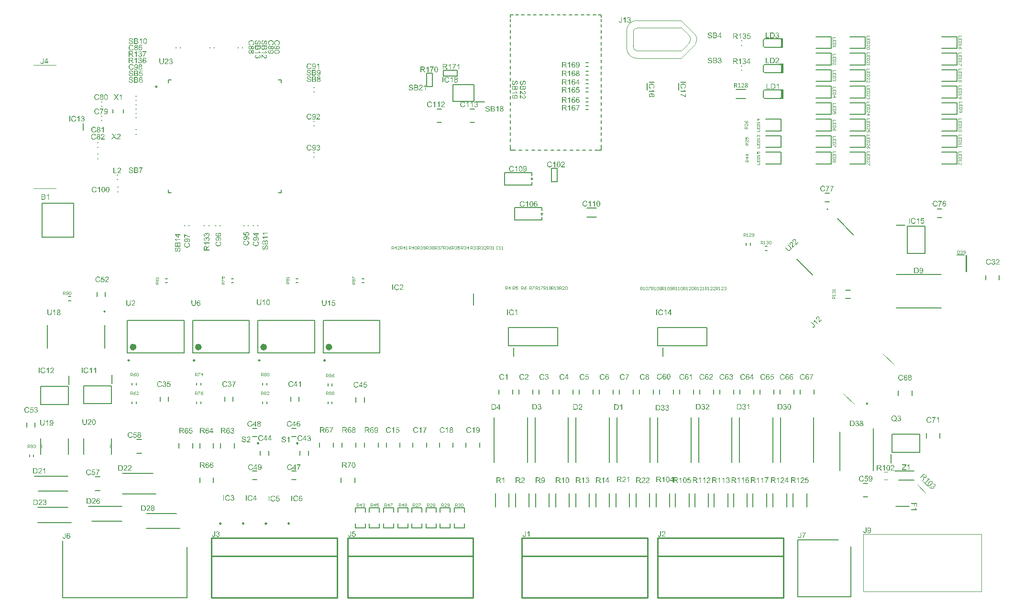
<source format=gto>
G04*
G04 #@! TF.GenerationSoftware,Altium Limited,Altium Designer,19.1.5 (86)*
G04*
G04 Layer_Color=65535*
%FSLAX25Y25*%
%MOIN*%
G70*
G01*
G75*
%ADD10C,0.00000*%
%ADD11C,0.00787*%
%ADD12C,0.00800*%
%ADD13C,0.00984*%
%ADD14C,0.00472*%
%ADD15C,0.01181*%
%ADD16C,0.02362*%
%ADD17C,0.00394*%
%ADD18C,0.00600*%
%ADD19C,0.00500*%
%ADD20C,0.01000*%
%ADD21C,0.00400*%
%ADD22R,0.02300X0.00650*%
%ADD23R,0.01800X0.06700*%
%ADD24R,0.02560X0.00730*%
G36*
X504481Y359621D02*
X504532D01*
X504596Y359609D01*
X504659Y359598D01*
X504728Y359586D01*
X504792Y359563D01*
X504797D01*
X504820Y359552D01*
X504849Y359540D01*
X504890Y359517D01*
X504982Y359465D01*
X505068Y359390D01*
X505074Y359384D01*
X505085Y359373D01*
X505108Y359350D01*
X505131Y359315D01*
X505155Y359281D01*
X505183Y359235D01*
X505229Y359137D01*
Y359131D01*
X505241Y359114D01*
X505247Y359085D01*
X505258Y359045D01*
X505270Y358999D01*
X505275Y358947D01*
X505287Y358832D01*
Y358826D01*
Y358808D01*
Y358774D01*
X505281Y358739D01*
Y358693D01*
X505275Y358647D01*
X505258Y358538D01*
Y358532D01*
X505253Y358515D01*
X505247Y358486D01*
X505235Y358446D01*
X505218Y358400D01*
X505195Y358348D01*
X505143Y358227D01*
X505137Y358221D01*
X505126Y358198D01*
X505108Y358163D01*
X505085Y358117D01*
X505051Y358060D01*
X505005Y357996D01*
X504959Y357927D01*
X504901Y357852D01*
X504895Y357841D01*
X504872Y357818D01*
X504838Y357772D01*
X504792Y357714D01*
X504734Y357645D01*
X504659Y357564D01*
X504578Y357472D01*
X504486Y357374D01*
X504003Y356873D01*
X505345D01*
X505368Y356862D01*
X505373D01*
X505379Y356856D01*
X505397Y356827D01*
Y356821D01*
X505402Y356810D01*
X505408Y356792D01*
X505414Y356769D01*
Y356764D01*
X505419Y356752D01*
X505425Y356729D01*
Y356700D01*
Y356695D01*
Y356677D01*
X505419Y356654D01*
X505414Y356626D01*
Y356620D01*
X505408Y356608D01*
X505397Y356568D01*
Y356562D01*
X505391Y356556D01*
X505373Y356533D01*
X505362D01*
X505333Y356528D01*
X503628D01*
X503588Y356533D01*
X503582D01*
X503576Y356539D01*
X503542Y356556D01*
Y356562D01*
X503530Y356574D01*
X503524Y356591D01*
X503519Y356614D01*
Y356620D01*
Y356637D01*
X503513Y356666D01*
Y356700D01*
Y356712D01*
Y356729D01*
Y356758D01*
Y356787D01*
Y356792D01*
X503519Y356810D01*
X503530Y356844D01*
Y356850D01*
X503536Y356862D01*
X503559Y356902D01*
X503565Y356908D01*
X503571Y356919D01*
X503605Y356960D01*
X504221Y357587D01*
X504233Y357599D01*
X504256Y357622D01*
X504296Y357668D01*
X504342Y357720D01*
X504394Y357778D01*
X504452Y357847D01*
X504504Y357910D01*
X504556Y357979D01*
X504561Y357985D01*
X504578Y358008D01*
X504602Y358042D01*
X504630Y358083D01*
X504665Y358129D01*
X504700Y358181D01*
X504728Y358238D01*
X504757Y358290D01*
X504763Y358296D01*
X504769Y358313D01*
X504780Y358342D01*
X504797Y358377D01*
X504826Y358463D01*
X504849Y358549D01*
Y358555D01*
X504855Y358567D01*
Y358590D01*
X504861Y358618D01*
X504867Y358688D01*
X504872Y358762D01*
Y358768D01*
Y358780D01*
Y358803D01*
X504867Y358826D01*
X504861Y358889D01*
X504838Y358958D01*
Y358964D01*
X504832Y358976D01*
X504826Y358993D01*
X504815Y359016D01*
X504780Y359068D01*
X504734Y359120D01*
Y359125D01*
X504722Y359131D01*
X504688Y359160D01*
X504642Y359194D01*
X504573Y359229D01*
X504567D01*
X504556Y359235D01*
X504532Y359241D01*
X504509Y359252D01*
X504475Y359258D01*
X504435Y359264D01*
X504348Y359269D01*
X504296D01*
X504262Y359264D01*
X504175Y359252D01*
X504083Y359229D01*
X504077D01*
X504066Y359223D01*
X504043Y359212D01*
X504014Y359200D01*
X503945Y359171D01*
X503876Y359137D01*
X503870D01*
X503864Y359131D01*
X503824Y359108D01*
X503778Y359079D01*
X503726Y359050D01*
X503715Y359045D01*
X503691Y359033D01*
X503663Y359022D01*
X503640Y359016D01*
X503628D01*
X503605Y359022D01*
X503599Y359027D01*
X503582Y359050D01*
Y359056D01*
X503576Y359068D01*
Y359085D01*
X503571Y359108D01*
Y359114D01*
Y359131D01*
Y359160D01*
Y359194D01*
Y359200D01*
Y359218D01*
Y359252D01*
Y359258D01*
Y359269D01*
X503576Y359298D01*
Y359304D01*
X503582Y359310D01*
X503594Y359333D01*
Y359338D01*
X503605Y359344D01*
X503628Y359373D01*
X503634Y359379D01*
X503651Y359390D01*
X503680Y359413D01*
X503726Y359442D01*
X503732D01*
X503738Y359448D01*
X503755Y359459D01*
X503778Y359465D01*
X503835Y359494D01*
X503905Y359523D01*
X503910D01*
X503922Y359528D01*
X503945Y359540D01*
X503974Y359552D01*
X504008Y359563D01*
X504049Y359575D01*
X504135Y359598D01*
X504141D01*
X504158Y359603D01*
X504181Y359609D01*
X504216Y359615D01*
X504256D01*
X504302Y359621D01*
X504400Y359626D01*
X504440D01*
X504481Y359621D01*
D02*
G37*
G36*
X502246Y359598D02*
X502251D01*
X502269Y359592D01*
X502286Y359586D01*
X502303Y359580D01*
X502309D01*
X502315Y359575D01*
X502326Y359569D01*
X502332Y359563D01*
X502338Y359557D01*
X502344Y359534D01*
Y356856D01*
X502908D01*
X502931Y356844D01*
X502937D01*
X502943Y356839D01*
X502954Y356810D01*
Y356804D01*
X502960Y356798D01*
X502966Y356781D01*
X502972Y356758D01*
Y356752D01*
X502977Y356741D01*
X502983Y356718D01*
Y356689D01*
Y356683D01*
Y356660D01*
X502977Y356637D01*
X502972Y356608D01*
Y356602D01*
X502966Y356591D01*
X502954Y356556D01*
X502949Y356545D01*
X502925Y356533D01*
X502920D01*
X502897Y356528D01*
X501290D01*
X501267Y356533D01*
X501261Y356539D01*
X501243Y356556D01*
Y356562D01*
X501238Y356574D01*
X501226Y356608D01*
Y356614D01*
Y356631D01*
X501221Y356654D01*
Y356689D01*
Y356695D01*
Y356712D01*
X501226Y356758D01*
Y356764D01*
X501232Y356775D01*
X501238Y356792D01*
X501243Y356810D01*
Y356816D01*
X501249Y356821D01*
X501267Y356844D01*
X501272D01*
X501278Y356850D01*
X501301Y356856D01*
X501940D01*
Y359177D01*
X501347Y358826D01*
X501341Y358820D01*
X501324Y358808D01*
X501301Y358797D01*
X501278Y358791D01*
X501261D01*
X501232Y358803D01*
Y358808D01*
X501226Y358814D01*
X501221Y358832D01*
X501215Y358855D01*
Y358860D01*
Y358878D01*
X501209Y358906D01*
Y358947D01*
Y358952D01*
Y358970D01*
Y359016D01*
Y359022D01*
X501215Y359033D01*
X501221Y359062D01*
Y359068D01*
X501226Y359073D01*
X501238Y359091D01*
X501243Y359097D01*
X501249Y359102D01*
X501272Y359120D01*
X501975Y359575D01*
X501981Y359580D01*
X502004D01*
X502010Y359586D01*
X502033Y359592D01*
X502038D01*
X502050Y359598D01*
X502090D01*
X502102Y359603D01*
X502217D01*
X502246Y359598D01*
D02*
G37*
G36*
X499493Y359575D02*
X499556Y359569D01*
X499567D01*
X499602Y359563D01*
X499648D01*
X499700Y359557D01*
X499706D01*
X499729Y359552D01*
X499763Y359546D01*
X499803Y359534D01*
X499850Y359523D01*
X499901Y359506D01*
X500011Y359459D01*
X500017D01*
X500034Y359448D01*
X500057Y359436D01*
X500092Y359413D01*
X500166Y359362D01*
X500241Y359292D01*
X500247Y359287D01*
X500259Y359275D01*
X500276Y359252D01*
X500293Y359229D01*
X500316Y359194D01*
X500339Y359154D01*
X500380Y359062D01*
Y359056D01*
X500385Y359039D01*
X500397Y359010D01*
X500402Y358976D01*
X500414Y358935D01*
X500420Y358883D01*
X500426Y358774D01*
Y358768D01*
Y358745D01*
Y358716D01*
X500420Y358682D01*
X500408Y358590D01*
X500380Y358498D01*
Y358492D01*
X500374Y358474D01*
X500362Y358451D01*
X500351Y358423D01*
X500310Y358353D01*
X500259Y358279D01*
X500253Y358273D01*
X500247Y358261D01*
X500230Y358244D01*
X500207Y358227D01*
X500149Y358169D01*
X500074Y358117D01*
X500069D01*
X500057Y358106D01*
X500034Y358094D01*
X500005Y358077D01*
X499965Y358060D01*
X499925Y358042D01*
X499832Y358002D01*
X499838D01*
X499844Y357996D01*
X499878Y357979D01*
X499919Y357956D01*
X499965Y357922D01*
X499971D01*
X499976Y357910D01*
X500005Y357887D01*
X500040Y357847D01*
X500080Y357801D01*
Y357795D01*
X500092Y357789D01*
X500114Y357754D01*
X500149Y357703D01*
X500184Y357639D01*
Y357633D01*
X500189Y357622D01*
X500201Y357605D01*
X500212Y357582D01*
X500241Y357512D01*
X500276Y357432D01*
X500552Y356758D01*
Y356752D01*
X500558Y356746D01*
X500570Y356712D01*
X500587Y356677D01*
X500593Y356643D01*
Y356637D01*
X500598Y356626D01*
X500604Y356608D01*
Y356591D01*
Y356585D01*
Y356579D01*
X500593Y356551D01*
X500587Y356545D01*
X500581Y356539D01*
X500564Y356533D01*
X500558D01*
X500547Y356528D01*
X500524D01*
X500495Y356522D01*
X500466D01*
X500431Y356516D01*
X500322D01*
X500287Y356522D01*
X500282D01*
X500264Y356528D01*
X500241D01*
X500224Y356533D01*
X500218D01*
X500212Y356539D01*
X500184Y356562D01*
Y356568D01*
X500178Y356574D01*
X500166Y356608D01*
X499884Y357328D01*
Y357334D01*
X499873Y357351D01*
X499867Y357374D01*
X499850Y357403D01*
X499821Y357472D01*
X499781Y357553D01*
Y357559D01*
X499769Y357570D01*
X499757Y357587D01*
X499746Y357616D01*
X499706Y357668D01*
X499654Y357726D01*
X499648Y357731D01*
X499642Y357737D01*
X499625Y357754D01*
X499602Y357766D01*
X499550Y357806D01*
X499481Y357841D01*
X499475D01*
X499464Y357847D01*
X499441Y357858D01*
X499418Y357864D01*
X499383Y357875D01*
X499343Y357881D01*
X499245Y357887D01*
X498974D01*
Y356591D01*
Y356585D01*
Y356579D01*
X498963Y356551D01*
X498957Y356545D01*
X498928Y356533D01*
X498922D01*
X498911Y356528D01*
X498893D01*
X498865Y356522D01*
X498842D01*
X498813Y356516D01*
X498703D01*
X498669Y356522D01*
X498663D01*
X498652Y356528D01*
X498611Y356533D01*
X498605D01*
X498600Y356539D01*
X498577Y356551D01*
Y356556D01*
Y356562D01*
X498571Y356591D01*
Y359413D01*
Y359419D01*
Y359431D01*
X498577Y359465D01*
X498588Y359506D01*
X498617Y359540D01*
X498623Y359546D01*
X498646Y359563D01*
X498680Y359575D01*
X498721Y359580D01*
X499435D01*
X499493Y359575D01*
D02*
G37*
G36*
X507078Y359621D02*
X507136Y359615D01*
X507205Y359603D01*
X507274Y359586D01*
X507338Y359569D01*
X507343D01*
X507366Y359557D01*
X507395Y359546D01*
X507436Y359528D01*
X507528Y359477D01*
X507614Y359413D01*
X507620Y359408D01*
X507631Y359396D01*
X507654Y359379D01*
X507677Y359350D01*
X507700Y359315D01*
X507729Y359281D01*
X507775Y359189D01*
Y359183D01*
X507787Y359166D01*
X507793Y359143D01*
X507804Y359108D01*
X507816Y359068D01*
X507821Y359022D01*
X507833Y358912D01*
Y358906D01*
Y358889D01*
Y358866D01*
X507827Y358837D01*
X507816Y358762D01*
X507793Y358682D01*
Y358676D01*
X507787Y358664D01*
X507775Y358642D01*
X507764Y358613D01*
X507729Y358544D01*
X507677Y358469D01*
X507672Y358463D01*
X507666Y358451D01*
X507649Y358434D01*
X507626Y358411D01*
X507568Y358348D01*
X507493Y358284D01*
X507487Y358279D01*
X507476Y358267D01*
X507453Y358256D01*
X507418Y358232D01*
X507384Y358209D01*
X507338Y358181D01*
X507240Y358123D01*
X507245Y358117D01*
X507268Y358112D01*
X507297Y358094D01*
X507338Y358071D01*
X507384Y358048D01*
X507436Y358019D01*
X507539Y357956D01*
X507545Y357950D01*
X507562Y357939D01*
X507585Y357922D01*
X507614Y357898D01*
X507689Y357841D01*
X507758Y357766D01*
X507764Y357760D01*
X507775Y357749D01*
X507793Y357731D01*
X507810Y357703D01*
X507856Y357633D01*
X507896Y357553D01*
Y357547D01*
X507902Y357536D01*
X507914Y357512D01*
X507919Y357484D01*
X507931Y357443D01*
X507937Y357403D01*
X507942Y357305D01*
Y357299D01*
Y357271D01*
X507937Y357236D01*
X507931Y357190D01*
X507925Y357132D01*
X507914Y357075D01*
X507891Y357011D01*
X507867Y356954D01*
X507862Y356948D01*
X507856Y356931D01*
X507839Y356896D01*
X507816Y356862D01*
X507787Y356821D01*
X507752Y356775D01*
X507712Y356729D01*
X507666Y356689D01*
X507660Y356683D01*
X507643Y356672D01*
X507614Y356654D01*
X507574Y356631D01*
X507528Y356608D01*
X507470Y356579D01*
X507407Y356556D01*
X507338Y356533D01*
X507326D01*
X507303Y356528D01*
X507263Y356516D01*
X507211Y356510D01*
X507142Y356499D01*
X507067Y356487D01*
X506981Y356482D01*
X506802D01*
X506744Y356487D01*
X506681Y356493D01*
X506612Y356499D01*
X506462Y356528D01*
X506456D01*
X506433Y356539D01*
X506399Y356551D01*
X506353Y356568D01*
X506307Y356585D01*
X506249Y356608D01*
X506145Y356672D01*
X506140Y356677D01*
X506122Y356689D01*
X506099Y356712D01*
X506076Y356741D01*
X506042Y356775D01*
X506007Y356816D01*
X505949Y356913D01*
Y356919D01*
X505938Y356937D01*
X505932Y356971D01*
X505921Y357006D01*
X505909Y357057D01*
X505898Y357109D01*
X505892Y357173D01*
X505886Y357236D01*
Y357242D01*
Y357259D01*
Y357288D01*
X505892Y357322D01*
X505903Y357409D01*
X505932Y357501D01*
Y357507D01*
X505944Y357524D01*
X505949Y357547D01*
X505967Y357576D01*
X506007Y357645D01*
X506065Y357720D01*
X506070Y357726D01*
X506082Y357737D01*
X506099Y357760D01*
X506122Y357783D01*
X506157Y357812D01*
X506191Y357847D01*
X506278Y357910D01*
X506284Y357916D01*
X506301Y357927D01*
X506330Y357944D01*
X506364Y357968D01*
X506410Y357991D01*
X506462Y358019D01*
X506577Y358083D01*
X506571Y358088D01*
X506554Y358094D01*
X506525Y358112D01*
X506491Y358129D01*
X506410Y358181D01*
X506324Y358238D01*
X506318Y358244D01*
X506307Y358250D01*
X506284Y358267D01*
X506260Y358290D01*
X506203Y358348D01*
X506140Y358411D01*
X506134Y358417D01*
X506128Y358428D01*
X506116Y358446D01*
X506099Y358474D01*
X506059Y358538D01*
X506024Y358618D01*
Y358624D01*
X506018Y358636D01*
X506013Y358659D01*
X506007Y358688D01*
X506001Y358722D01*
X505996Y358762D01*
X505990Y358855D01*
Y358860D01*
Y358883D01*
X505996Y358912D01*
Y358952D01*
X506001Y358999D01*
X506013Y359050D01*
X506047Y359154D01*
X506053Y359160D01*
X506059Y359177D01*
X506070Y359206D01*
X506093Y359241D01*
X506145Y359321D01*
X506220Y359402D01*
X506226Y359408D01*
X506243Y359419D01*
X506266Y359436D01*
X506301Y359459D01*
X506341Y359488D01*
X506393Y359511D01*
X506451Y359540D01*
X506514Y359563D01*
X506520Y359569D01*
X506549Y359575D01*
X506583Y359586D01*
X506635Y359598D01*
X506698Y359609D01*
X506773Y359615D01*
X506854Y359626D01*
X507021D01*
X507078Y359621D01*
D02*
G37*
G36*
X38265Y336802D02*
X38312Y336796D01*
X38370Y336790D01*
X38434Y336784D01*
X38505Y336773D01*
X38657Y336738D01*
X38821Y336685D01*
X38903Y336650D01*
X38984Y336609D01*
X39060Y336562D01*
X39136Y336509D01*
X39142Y336504D01*
X39154Y336498D01*
X39172Y336480D01*
X39201Y336457D01*
X39230Y336428D01*
X39271Y336387D01*
X39312Y336346D01*
X39353Y336299D01*
X39400Y336240D01*
X39441Y336182D01*
X39487Y336112D01*
X39534Y336036D01*
X39575Y335960D01*
X39616Y335872D01*
X39686Y335685D01*
X39183Y335568D01*
Y335574D01*
X39177Y335585D01*
X39172Y335609D01*
X39160Y335638D01*
X39142Y335673D01*
X39125Y335714D01*
X39084Y335802D01*
X39031Y335901D01*
X38961Y336006D01*
X38885Y336100D01*
X38791Y336182D01*
X38780Y336188D01*
X38745Y336211D01*
X38692Y336240D01*
X38616Y336281D01*
X38528Y336316D01*
X38417Y336346D01*
X38294Y336369D01*
X38154Y336375D01*
X38113D01*
X38083Y336369D01*
X38043D01*
X38002Y336363D01*
X37896Y336346D01*
X37779Y336322D01*
X37657Y336281D01*
X37534Y336229D01*
X37417Y336158D01*
X37411D01*
X37405Y336147D01*
X37370Y336118D01*
X37317Y336071D01*
X37253Y336006D01*
X37189Y335924D01*
X37118Y335831D01*
X37054Y335714D01*
X37001Y335585D01*
Y335579D01*
X36995Y335568D01*
X36990Y335550D01*
X36984Y335521D01*
X36972Y335492D01*
X36966Y335451D01*
X36943Y335357D01*
X36919Y335246D01*
X36902Y335123D01*
X36890Y334988D01*
X36884Y334848D01*
Y334842D01*
Y334825D01*
Y334801D01*
Y334766D01*
X36890Y334725D01*
Y334673D01*
X36896Y334620D01*
X36902Y334561D01*
X36919Y334427D01*
X36943Y334281D01*
X36978Y334134D01*
X37025Y333994D01*
Y333988D01*
X37031Y333976D01*
X37042Y333959D01*
X37054Y333935D01*
X37083Y333865D01*
X37130Y333789D01*
X37194Y333696D01*
X37270Y333608D01*
X37358Y333520D01*
X37463Y333444D01*
X37469D01*
X37475Y333438D01*
X37493Y333426D01*
X37516Y333415D01*
X37580Y333391D01*
X37662Y333356D01*
X37756Y333327D01*
X37867Y333298D01*
X37990Y333274D01*
X38119Y333269D01*
X38160D01*
X38189Y333274D01*
X38224D01*
X38271Y333280D01*
X38370Y333298D01*
X38481Y333327D01*
X38604Y333374D01*
X38721Y333432D01*
X38838Y333514D01*
X38844Y333520D01*
X38850Y333526D01*
X38885Y333561D01*
X38938Y333619D01*
X39002Y333696D01*
X39066Y333801D01*
X39136Y333924D01*
X39195Y334076D01*
X39242Y334245D01*
X39751Y334117D01*
Y334111D01*
X39745Y334088D01*
X39733Y334058D01*
X39722Y334012D01*
X39698Y333965D01*
X39675Y333900D01*
X39651Y333836D01*
X39616Y333766D01*
X39540Y333608D01*
X39435Y333450D01*
X39318Y333298D01*
X39248Y333228D01*
X39172Y333163D01*
X39166Y333157D01*
X39154Y333152D01*
X39131Y333134D01*
X39096Y333111D01*
X39055Y333087D01*
X39008Y333058D01*
X38955Y333029D01*
X38891Y332999D01*
X38821Y332970D01*
X38745Y332941D01*
X38657Y332912D01*
X38569Y332888D01*
X38376Y332847D01*
X38271Y332841D01*
X38160Y332836D01*
X38101D01*
X38054Y332841D01*
X38002D01*
X37943Y332847D01*
X37873Y332859D01*
X37803Y332865D01*
X37639Y332900D01*
X37469Y332941D01*
X37306Y333005D01*
X37224Y333040D01*
X37148Y333087D01*
X37142Y333093D01*
X37130Y333099D01*
X37112Y333116D01*
X37083Y333134D01*
X37013Y333192D01*
X36931Y333274D01*
X36832Y333374D01*
X36738Y333503D01*
X36639Y333649D01*
X36557Y333818D01*
Y333824D01*
X36551Y333842D01*
X36539Y333865D01*
X36527Y333900D01*
X36510Y333947D01*
X36492Y334000D01*
X36475Y334058D01*
X36457Y334128D01*
X36440Y334199D01*
X36422Y334281D01*
X36387Y334456D01*
X36364Y334643D01*
X36358Y334848D01*
Y334854D01*
Y334877D01*
Y334907D01*
X36364Y334947D01*
Y335000D01*
X36369Y335065D01*
X36375Y335129D01*
X36387Y335205D01*
X36416Y335369D01*
X36451Y335544D01*
X36510Y335726D01*
X36586Y335895D01*
Y335901D01*
X36598Y335913D01*
X36609Y335936D01*
X36627Y335971D01*
X36650Y336006D01*
X36680Y336047D01*
X36755Y336147D01*
X36843Y336258D01*
X36955Y336369D01*
X37089Y336480D01*
X37235Y336574D01*
X37241D01*
X37253Y336585D01*
X37276Y336597D01*
X37311Y336609D01*
X37346Y336627D01*
X37393Y336650D01*
X37452Y336667D01*
X37510Y336691D01*
X37574Y336714D01*
X37645Y336732D01*
X37803Y336773D01*
X37978Y336796D01*
X38165Y336808D01*
X38224D01*
X38265Y336802D01*
D02*
G37*
G36*
X44483Y336755D02*
X44559Y336743D01*
X44647Y336726D01*
X44747Y336702D01*
X44846Y336667D01*
X44945Y336621D01*
X44951D01*
X44957Y336615D01*
X44992Y336597D01*
X45039Y336568D01*
X45098Y336527D01*
X45162Y336474D01*
X45232Y336410D01*
X45297Y336334D01*
X45355Y336252D01*
X45361Y336240D01*
X45378Y336211D01*
X45402Y336164D01*
X45425Y336106D01*
X45449Y336030D01*
X45472Y335948D01*
X45490Y335860D01*
X45495Y335761D01*
Y335749D01*
Y335720D01*
X45490Y335673D01*
X45478Y335614D01*
X45460Y335544D01*
X45437Y335468D01*
X45408Y335386D01*
X45361Y335310D01*
X45355Y335298D01*
X45338Y335275D01*
X45302Y335240D01*
X45261Y335193D01*
X45203Y335140D01*
X45139Y335088D01*
X45057Y335029D01*
X44963Y334983D01*
X44969D01*
X44981Y334977D01*
X44998D01*
X45022Y334965D01*
X45080Y334947D01*
X45156Y334912D01*
X45238Y334872D01*
X45326Y334813D01*
X45414Y334743D01*
X45490Y334655D01*
X45495Y334643D01*
X45519Y334608D01*
X45548Y334556D01*
X45589Y334485D01*
X45624Y334398D01*
X45653Y334292D01*
X45677Y334170D01*
X45683Y334035D01*
Y334029D01*
Y334012D01*
Y333988D01*
X45677Y333953D01*
X45671Y333906D01*
X45665Y333859D01*
X45653Y333801D01*
X45636Y333742D01*
X45595Y333608D01*
X45566Y333532D01*
X45525Y333462D01*
X45484Y333391D01*
X45437Y333321D01*
X45378Y333251D01*
X45314Y333181D01*
X45308Y333175D01*
X45297Y333163D01*
X45279Y333152D01*
X45250Y333128D01*
X45215Y333099D01*
X45168Y333070D01*
X45115Y333040D01*
X45063Y333011D01*
X44998Y332976D01*
X44928Y332947D01*
X44852Y332917D01*
X44770Y332888D01*
X44682Y332865D01*
X44589Y332853D01*
X44489Y332841D01*
X44390Y332836D01*
X44343D01*
X44308Y332841D01*
X44261Y332847D01*
X44214Y332853D01*
X44156Y332859D01*
X44097Y332871D01*
X43963Y332906D01*
X43822Y332964D01*
X43752Y332994D01*
X43688Y333034D01*
X43618Y333081D01*
X43553Y333134D01*
X43547Y333140D01*
X43542Y333146D01*
X43524Y333163D01*
X43501Y333187D01*
X43477Y333222D01*
X43448Y333257D01*
X43413Y333298D01*
X43384Y333345D01*
X43313Y333462D01*
X43255Y333596D01*
X43202Y333748D01*
X43185Y333830D01*
X43173Y333918D01*
X43647Y333982D01*
Y333976D01*
X43653Y333965D01*
Y333941D01*
X43664Y333918D01*
X43682Y333848D01*
X43711Y333760D01*
X43746Y333666D01*
X43793Y333567D01*
X43852Y333479D01*
X43916Y333403D01*
X43928Y333397D01*
X43951Y333374D01*
X43992Y333350D01*
X44050Y333315D01*
X44115Y333286D01*
X44197Y333257D01*
X44290Y333233D01*
X44390Y333228D01*
X44425D01*
X44448Y333233D01*
X44507Y333239D01*
X44583Y333257D01*
X44676Y333286D01*
X44770Y333321D01*
X44864Y333380D01*
X44951Y333456D01*
X44963Y333468D01*
X44987Y333497D01*
X45022Y333543D01*
X45068Y333614D01*
X45109Y333696D01*
X45145Y333795D01*
X45168Y333906D01*
X45180Y334029D01*
Y334035D01*
Y334041D01*
Y334058D01*
X45174Y334082D01*
X45168Y334140D01*
X45150Y334216D01*
X45127Y334298D01*
X45086Y334392D01*
X45033Y334479D01*
X44963Y334561D01*
X44951Y334573D01*
X44928Y334596D01*
X44881Y334626D01*
X44817Y334667D01*
X44741Y334708D01*
X44647Y334737D01*
X44548Y334760D01*
X44431Y334772D01*
X44378D01*
X44337Y334766D01*
X44290Y334760D01*
X44232Y334754D01*
X44168Y334743D01*
X44097Y334725D01*
X44150Y335140D01*
X44179D01*
X44203Y335135D01*
X44279D01*
X44331Y335140D01*
X44407Y335152D01*
X44489Y335170D01*
X44577Y335199D01*
X44671Y335234D01*
X44764Y335287D01*
X44776Y335293D01*
X44805Y335316D01*
X44840Y335357D01*
X44887Y335410D01*
X44934Y335474D01*
X44969Y335556D01*
X44998Y335655D01*
X45010Y335772D01*
Y335778D01*
Y335784D01*
Y335813D01*
X44998Y335860D01*
X44987Y335924D01*
X44969Y335989D01*
X44934Y336059D01*
X44893Y336135D01*
X44834Y336199D01*
X44829Y336205D01*
X44805Y336229D01*
X44764Y336258D01*
X44712Y336287D01*
X44647Y336322D01*
X44571Y336346D01*
X44483Y336369D01*
X44384Y336375D01*
X44337D01*
X44284Y336363D01*
X44226Y336351D01*
X44150Y336334D01*
X44074Y336299D01*
X43998Y336258D01*
X43922Y336199D01*
X43916Y336194D01*
X43892Y336170D01*
X43863Y336129D01*
X43828Y336071D01*
X43787Y336000D01*
X43752Y335913D01*
X43717Y335807D01*
X43694Y335685D01*
X43220Y335767D01*
Y335772D01*
X43226Y335790D01*
X43231Y335813D01*
X43237Y335842D01*
X43249Y335883D01*
X43261Y335930D01*
X43302Y336036D01*
X43349Y336153D01*
X43419Y336276D01*
X43501Y336392D01*
X43606Y336498D01*
X43612Y336504D01*
X43618Y336509D01*
X43635Y336521D01*
X43664Y336539D01*
X43694Y336556D01*
X43729Y336580D01*
X43817Y336632D01*
X43928Y336679D01*
X44062Y336720D01*
X44208Y336749D01*
X44290Y336761D01*
X44425D01*
X44483Y336755D01*
D02*
G37*
G36*
X41962Y332900D02*
X41488D01*
Y335907D01*
X41482Y335901D01*
X41459Y335878D01*
X41418Y335848D01*
X41365Y335807D01*
X41301Y335755D01*
X41225Y335702D01*
X41137Y335638D01*
X41038Y335579D01*
X41032D01*
X41026Y335574D01*
X40991Y335550D01*
X40938Y335521D01*
X40874Y335486D01*
X40798Y335445D01*
X40716Y335410D01*
X40628Y335369D01*
X40546Y335334D01*
Y335796D01*
X40552D01*
X40564Y335802D01*
X40587Y335813D01*
X40611Y335831D01*
X40646Y335848D01*
X40687Y335866D01*
X40780Y335919D01*
X40886Y335983D01*
X41003Y336059D01*
X41120Y336147D01*
X41231Y336240D01*
X41237Y336246D01*
X41243Y336252D01*
X41278Y336287D01*
X41330Y336340D01*
X41395Y336404D01*
X41465Y336486D01*
X41535Y336574D01*
X41599Y336667D01*
X41652Y336761D01*
X41962D01*
Y332900D01*
D02*
G37*
G36*
X35609D02*
X35100D01*
Y336743D01*
X35609D01*
Y332900D01*
D02*
G37*
G36*
X17129Y374323D02*
Y374317D01*
Y374299D01*
Y374276D01*
Y374241D01*
X17124Y374200D01*
Y374153D01*
X17118Y374048D01*
X17100Y373925D01*
X17083Y373802D01*
X17053Y373679D01*
X17012Y373574D01*
X17007Y373562D01*
X16989Y373533D01*
X16960Y373486D01*
X16925Y373428D01*
X16872Y373357D01*
X16808Y373293D01*
X16726Y373229D01*
X16638Y373170D01*
X16626Y373164D01*
X16591Y373147D01*
X16539Y373129D01*
X16468Y373106D01*
X16381Y373077D01*
X16281Y373059D01*
X16164Y373042D01*
X16041Y373036D01*
X15994D01*
X15959Y373042D01*
X15919Y373047D01*
X15866Y373053D01*
X15755Y373071D01*
X15632Y373106D01*
X15503Y373159D01*
X15439Y373188D01*
X15380Y373229D01*
X15322Y373270D01*
X15269Y373322D01*
Y373328D01*
X15257Y373334D01*
X15246Y373352D01*
X15228Y373375D01*
X15205Y373410D01*
X15187Y373445D01*
X15158Y373492D01*
X15134Y373539D01*
X15111Y373597D01*
X15088Y373662D01*
X15064Y373732D01*
X15047Y373814D01*
X15029Y373896D01*
X15018Y373989D01*
X15012Y374083D01*
Y374188D01*
X15468Y374252D01*
Y374247D01*
Y374235D01*
Y374212D01*
X15474Y374182D01*
Y374147D01*
X15480Y374106D01*
X15497Y374013D01*
X15515Y373907D01*
X15544Y373808D01*
X15585Y373720D01*
X15608Y373679D01*
X15632Y373644D01*
X15638Y373638D01*
X15661Y373621D01*
X15690Y373591D01*
X15737Y373568D01*
X15796Y373539D01*
X15866Y373510D01*
X15948Y373492D01*
X16041Y373486D01*
X16076D01*
X16112Y373492D01*
X16152Y373498D01*
X16205Y373510D01*
X16264Y373521D01*
X16316Y373545D01*
X16369Y373574D01*
X16375Y373580D01*
X16392Y373591D01*
X16416Y373609D01*
X16445Y373638D01*
X16480Y373668D01*
X16509Y373708D01*
X16539Y373755D01*
X16562Y373808D01*
Y373814D01*
X16574Y373837D01*
X16579Y373872D01*
X16591Y373925D01*
X16603Y373995D01*
X16609Y374077D01*
X16620Y374176D01*
Y374293D01*
Y376943D01*
X17129D01*
Y374323D01*
D02*
G37*
G36*
X19750Y374451D02*
X20271D01*
Y374018D01*
X19750D01*
Y373100D01*
X19276D01*
Y374018D01*
X17609D01*
Y374451D01*
X19364Y376938D01*
X19750D01*
Y374451D01*
D02*
G37*
G36*
X326628Y343702D02*
X326669D01*
X326768Y343690D01*
X326885Y343673D01*
X327014Y343649D01*
X327143Y343614D01*
X327266Y343567D01*
X327271D01*
X327277Y343562D01*
X327295Y343556D01*
X327318Y343544D01*
X327377Y343509D01*
X327453Y343468D01*
X327535Y343409D01*
X327617Y343339D01*
X327698Y343257D01*
X327769Y343164D01*
X327775Y343152D01*
X327798Y343117D01*
X327827Y343058D01*
X327856Y342988D01*
X327891Y342900D01*
X327927Y342795D01*
X327950Y342684D01*
X327962Y342561D01*
X327476Y342526D01*
Y342532D01*
Y342544D01*
X327470Y342561D01*
X327465Y342585D01*
X327453Y342649D01*
X327429Y342731D01*
X327394Y342819D01*
X327347Y342906D01*
X327283Y342994D01*
X327207Y343070D01*
X327195Y343076D01*
X327166Y343099D01*
X327114Y343129D01*
X327043Y343164D01*
X326950Y343199D01*
X326833Y343228D01*
X326698Y343251D01*
X326540Y343257D01*
X326464D01*
X326429Y343251D01*
X326382D01*
X326283Y343234D01*
X326172Y343216D01*
X326061Y343187D01*
X325955Y343146D01*
X325908Y343117D01*
X325867Y343088D01*
X325862Y343082D01*
X325838Y343058D01*
X325803Y343023D01*
X325768Y342971D01*
X325727Y342912D01*
X325698Y342842D01*
X325674Y342766D01*
X325663Y342678D01*
Y342667D01*
Y342643D01*
X325669Y342602D01*
X325680Y342555D01*
X325698Y342503D01*
X325727Y342444D01*
X325762Y342392D01*
X325809Y342339D01*
X325815Y342333D01*
X325844Y342316D01*
X325862Y342304D01*
X325885Y342286D01*
X325920Y342274D01*
X325961Y342257D01*
X326008Y342234D01*
X326061Y342210D01*
X326119Y342193D01*
X326189Y342169D01*
X326271Y342140D01*
X326359Y342117D01*
X326458Y342093D01*
X326569Y342064D01*
X326575D01*
X326599Y342058D01*
X326628Y342052D01*
X326669Y342040D01*
X326722Y342029D01*
X326780Y342011D01*
X326909Y341982D01*
X327049Y341941D01*
X327189Y341900D01*
X327260Y341883D01*
X327318Y341859D01*
X327377Y341836D01*
X327424Y341818D01*
X327429D01*
X327441Y341812D01*
X327453Y341801D01*
X327476Y341789D01*
X327535Y341754D01*
X327611Y341713D01*
X327693Y341654D01*
X327775Y341584D01*
X327851Y341508D01*
X327915Y341426D01*
X327921Y341415D01*
X327938Y341385D01*
X327968Y341338D01*
X327997Y341268D01*
X328026Y341192D01*
X328055Y341099D01*
X328073Y340993D01*
X328079Y340882D01*
Y340876D01*
Y340871D01*
Y340853D01*
Y340830D01*
X328067Y340771D01*
X328055Y340695D01*
X328038Y340607D01*
X328003Y340508D01*
X327962Y340403D01*
X327903Y340303D01*
X327897Y340291D01*
X327868Y340256D01*
X327833Y340210D01*
X327775Y340151D01*
X327704Y340081D01*
X327617Y340011D01*
X327511Y339946D01*
X327394Y339882D01*
X327388D01*
X327377Y339876D01*
X327359Y339870D01*
X327336Y339859D01*
X327307Y339847D01*
X327271Y339835D01*
X327178Y339812D01*
X327073Y339783D01*
X326944Y339759D01*
X326809Y339741D01*
X326657Y339736D01*
X326569D01*
X326529Y339741D01*
X326476D01*
X326417Y339747D01*
X326353Y339753D01*
X326218Y339771D01*
X326072Y339800D01*
X325926Y339835D01*
X325785Y339882D01*
X325780D01*
X325768Y339888D01*
X325750Y339899D01*
X325727Y339911D01*
X325663Y339946D01*
X325587Y339999D01*
X325493Y340063D01*
X325405Y340139D01*
X325312Y340233D01*
X325230Y340338D01*
Y340344D01*
X325224Y340350D01*
X325212Y340368D01*
X325201Y340391D01*
X325183Y340420D01*
X325165Y340455D01*
X325130Y340543D01*
X325095Y340642D01*
X325060Y340765D01*
X325037Y340894D01*
X325025Y341034D01*
X325505Y341075D01*
Y341070D01*
Y341064D01*
X325511Y341028D01*
X325522Y340976D01*
X325534Y340906D01*
X325557Y340830D01*
X325581Y340748D01*
X325616Y340672D01*
X325657Y340596D01*
X325663Y340590D01*
X325680Y340566D01*
X325710Y340531D01*
X325756Y340490D01*
X325809Y340443D01*
X325873Y340391D01*
X325955Y340344D01*
X326043Y340297D01*
X326049D01*
X326055Y340291D01*
X326090Y340280D01*
X326142Y340262D01*
X326218Y340245D01*
X326300Y340221D01*
X326406Y340204D01*
X326517Y340192D01*
X326634Y340186D01*
X326681D01*
X326739Y340192D01*
X326803Y340198D01*
X326885Y340204D01*
X326967Y340221D01*
X327055Y340239D01*
X327143Y340268D01*
X327154Y340274D01*
X327178Y340286D01*
X327219Y340303D01*
X327266Y340332D01*
X327324Y340368D01*
X327377Y340408D01*
X327429Y340455D01*
X327476Y340508D01*
X327482Y340514D01*
X327494Y340537D01*
X327511Y340566D01*
X327535Y340607D01*
X327552Y340654D01*
X327570Y340713D01*
X327582Y340771D01*
X327587Y340835D01*
Y340841D01*
Y340865D01*
X327582Y340900D01*
X327576Y340941D01*
X327564Y340993D01*
X327540Y341046D01*
X327517Y341099D01*
X327482Y341151D01*
X327476Y341157D01*
X327465Y341175D01*
X327435Y341198D01*
X327400Y341233D01*
X327353Y341268D01*
X327295Y341303D01*
X327219Y341344D01*
X327137Y341379D01*
X327131Y341385D01*
X327108Y341391D01*
X327061Y341403D01*
X327032Y341415D01*
X326996Y341426D01*
X326950Y341438D01*
X326903Y341450D01*
X326844Y341467D01*
X326786Y341485D01*
X326716Y341502D01*
X326634Y341520D01*
X326546Y341543D01*
X326452Y341567D01*
X326447D01*
X326429Y341573D01*
X326400Y341578D01*
X326365Y341590D01*
X326324Y341602D01*
X326277Y341614D01*
X326166Y341643D01*
X326043Y341684D01*
X325920Y341725D01*
X325809Y341766D01*
X325756Y341783D01*
X325715Y341807D01*
X325710D01*
X325704Y341812D01*
X325669Y341836D01*
X325622Y341865D01*
X325563Y341906D01*
X325493Y341959D01*
X325429Y342017D01*
X325364Y342087D01*
X325306Y342163D01*
X325300Y342175D01*
X325282Y342204D01*
X325265Y342245D01*
X325241Y342304D01*
X325212Y342374D01*
X325195Y342456D01*
X325177Y342549D01*
X325171Y342643D01*
Y342649D01*
Y342655D01*
Y342672D01*
Y342696D01*
X325183Y342748D01*
X325195Y342819D01*
X325212Y342906D01*
X325241Y342994D01*
X325282Y343094D01*
X325335Y343187D01*
Y343193D01*
X325341Y343199D01*
X325364Y343228D01*
X325405Y343275D01*
X325458Y343333D01*
X325522Y343392D01*
X325604Y343456D01*
X325704Y343521D01*
X325815Y343573D01*
X325821D01*
X325827Y343579D01*
X325844Y343585D01*
X325873Y343597D01*
X325903Y343602D01*
X325938Y343614D01*
X326020Y343643D01*
X326125Y343667D01*
X326242Y343684D01*
X326376Y343702D01*
X326517Y343708D01*
X326587D01*
X326628Y343702D01*
D02*
G37*
G36*
X333940Y339800D02*
X333467D01*
Y342807D01*
X333461Y342801D01*
X333437Y342778D01*
X333396Y342748D01*
X333344Y342707D01*
X333279Y342655D01*
X333203Y342602D01*
X333116Y342538D01*
X333016Y342479D01*
X333010D01*
X333004Y342474D01*
X332969Y342450D01*
X332917Y342421D01*
X332852Y342386D01*
X332776Y342345D01*
X332694Y342310D01*
X332607Y342269D01*
X332525Y342234D01*
Y342696D01*
X332531D01*
X332542Y342702D01*
X332566Y342713D01*
X332589Y342731D01*
X332624Y342748D01*
X332665Y342766D01*
X332759Y342819D01*
X332864Y342883D01*
X332981Y342959D01*
X333098Y343047D01*
X333209Y343140D01*
X333215Y343146D01*
X333221Y343152D01*
X333256Y343187D01*
X333309Y343240D01*
X333373Y343304D01*
X333443Y343386D01*
X333513Y343474D01*
X333578Y343567D01*
X333630Y343661D01*
X333940D01*
Y339800D01*
D02*
G37*
G36*
X330302Y343638D02*
X330343D01*
X330442Y343632D01*
X330553Y343614D01*
X330670Y343597D01*
X330787Y343567D01*
X330893Y343527D01*
X330898D01*
X330904Y343521D01*
X330939Y343503D01*
X330986Y343474D01*
X331045Y343439D01*
X331115Y343386D01*
X331185Y343322D01*
X331249Y343251D01*
X331314Y343164D01*
X331320Y343152D01*
X331337Y343123D01*
X331361Y343070D01*
X331390Y343006D01*
X331419Y342930D01*
X331442Y342848D01*
X331460Y342754D01*
X331466Y342655D01*
Y342643D01*
Y342614D01*
X331460Y342567D01*
X331448Y342503D01*
X331431Y342432D01*
X331407Y342356D01*
X331378Y342269D01*
X331331Y342187D01*
X331326Y342175D01*
X331308Y342152D01*
X331273Y342111D01*
X331232Y342064D01*
X331173Y342005D01*
X331103Y341953D01*
X331021Y341894D01*
X330922Y341842D01*
X330928D01*
X330939Y341836D01*
X330957Y341830D01*
X330980Y341824D01*
X331045Y341795D01*
X331121Y341760D01*
X331208Y341707D01*
X331296Y341649D01*
X331384Y341578D01*
X331460Y341491D01*
X331466Y341479D01*
X331489Y341450D01*
X331519Y341397D01*
X331559Y341327D01*
X331595Y341239D01*
X331624Y341145D01*
X331647Y341034D01*
X331653Y340912D01*
Y340900D01*
Y340865D01*
X331647Y340812D01*
X331641Y340748D01*
X331624Y340672D01*
X331606Y340584D01*
X331577Y340496D01*
X331536Y340408D01*
X331530Y340397D01*
X331519Y340368D01*
X331489Y340326D01*
X331460Y340274D01*
X331419Y340215D01*
X331372Y340157D01*
X331314Y340098D01*
X331255Y340046D01*
X331249Y340040D01*
X331226Y340028D01*
X331191Y340005D01*
X331138Y339976D01*
X331080Y339946D01*
X331004Y339917D01*
X330922Y339888D01*
X330834Y339859D01*
X330822D01*
X330787Y339847D01*
X330735Y339841D01*
X330664Y339829D01*
X330571Y339818D01*
X330466Y339812D01*
X330348Y339800D01*
X328751D01*
Y343643D01*
X330261D01*
X330302Y343638D01*
D02*
G37*
G36*
X336473Y343655D02*
X336520D01*
X336567Y343643D01*
X336684Y343626D01*
X336813Y343591D01*
X336947Y343538D01*
X337017Y343503D01*
X337082Y343468D01*
X337146Y343421D01*
X337205Y343369D01*
X337211Y343363D01*
X337216Y343357D01*
X337234Y343339D01*
X337251Y343316D01*
X337275Y343287D01*
X337304Y343251D01*
X337363Y343170D01*
X337415Y343064D01*
X337468Y342941D01*
X337503Y342807D01*
X337509Y342731D01*
X337515Y342655D01*
Y342643D01*
Y342608D01*
X337509Y342561D01*
X337497Y342497D01*
X337480Y342421D01*
X337456Y342345D01*
X337421Y342263D01*
X337374Y342187D01*
X337368Y342181D01*
X337351Y342158D01*
X337316Y342122D01*
X337269Y342076D01*
X337211Y342029D01*
X337135Y341982D01*
X337047Y341929D01*
X336947Y341888D01*
X336953D01*
X336965Y341883D01*
X336982Y341877D01*
X337006Y341865D01*
X337070Y341836D01*
X337146Y341801D01*
X337234Y341748D01*
X337322Y341684D01*
X337409Y341602D01*
X337486Y341514D01*
X337491Y341502D01*
X337515Y341467D01*
X337544Y341415D01*
X337579Y341338D01*
X337614Y341251D01*
X337644Y341145D01*
X337667Y341028D01*
X337673Y340900D01*
Y340894D01*
Y340876D01*
Y340853D01*
X337667Y340818D01*
X337661Y340777D01*
X337655Y340724D01*
X337632Y340607D01*
X337585Y340479D01*
X337562Y340408D01*
X337526Y340338D01*
X337486Y340268D01*
X337439Y340198D01*
X337386Y340133D01*
X337322Y340069D01*
X337316Y340063D01*
X337304Y340057D01*
X337287Y340040D01*
X337257Y340016D01*
X337222Y339993D01*
X337181Y339964D01*
X337135Y339934D01*
X337076Y339905D01*
X337012Y339870D01*
X336942Y339841D01*
X336865Y339812D01*
X336784Y339788D01*
X336702Y339765D01*
X336608Y339747D01*
X336509Y339741D01*
X336403Y339736D01*
X336351D01*
X336310Y339741D01*
X336263Y339747D01*
X336204Y339753D01*
X336146Y339765D01*
X336076Y339777D01*
X335929Y339818D01*
X335853Y339847D01*
X335777Y339876D01*
X335701Y339917D01*
X335625Y339958D01*
X335555Y340011D01*
X335485Y340069D01*
X335479Y340075D01*
X335467Y340087D01*
X335456Y340104D01*
X335432Y340128D01*
X335403Y340163D01*
X335374Y340204D01*
X335344Y340250D01*
X335315Y340303D01*
X335280Y340362D01*
X335251Y340426D01*
X335192Y340566D01*
X335169Y340648D01*
X335157Y340730D01*
X335145Y340818D01*
X335140Y340912D01*
Y340917D01*
Y340929D01*
Y340947D01*
X335145Y340976D01*
Y341005D01*
X335151Y341046D01*
X335163Y341128D01*
X335187Y341227D01*
X335222Y341333D01*
X335262Y341438D01*
X335327Y341537D01*
Y341543D01*
X335339Y341549D01*
X335362Y341578D01*
X335409Y341625D01*
X335467Y341678D01*
X335543Y341736D01*
X335637Y341795D01*
X335748Y341847D01*
X335871Y341888D01*
X335865D01*
X335859Y341894D01*
X335824Y341906D01*
X335771Y341935D01*
X335707Y341965D01*
X335631Y342011D01*
X335561Y342064D01*
X335491Y342122D01*
X335432Y342193D01*
X335426Y342204D01*
X335409Y342228D01*
X335385Y342269D01*
X335362Y342327D01*
X335339Y342397D01*
X335315Y342479D01*
X335298Y342567D01*
X335292Y342667D01*
Y342672D01*
Y342684D01*
Y342707D01*
X335298Y342737D01*
X335303Y342772D01*
X335309Y342813D01*
X335327Y342912D01*
X335362Y343023D01*
X335420Y343140D01*
X335450Y343205D01*
X335491Y343263D01*
X335538Y343322D01*
X335590Y343374D01*
X335596Y343380D01*
X335602Y343386D01*
X335619Y343404D01*
X335643Y343421D01*
X335678Y343439D01*
X335713Y343468D01*
X335754Y343491D01*
X335807Y343521D01*
X335918Y343573D01*
X336058Y343614D01*
X336216Y343649D01*
X336298Y343655D01*
X336392Y343661D01*
X336438D01*
X336473Y343655D01*
D02*
G37*
G36*
X350475Y360920D02*
X350469D01*
X350464D01*
X350429Y360914D01*
X350376Y360903D01*
X350306Y360891D01*
X350230Y360868D01*
X350148Y360844D01*
X350072Y360809D01*
X349996Y360768D01*
X349990Y360762D01*
X349966Y360745D01*
X349931Y360716D01*
X349890Y360669D01*
X349844Y360616D01*
X349791Y360552D01*
X349744Y360470D01*
X349697Y360382D01*
Y360376D01*
X349691Y360370D01*
X349680Y360335D01*
X349662Y360283D01*
X349645Y360207D01*
X349621Y360125D01*
X349604Y360019D01*
X349592Y359908D01*
X349586Y359791D01*
Y359745D01*
X349592Y359686D01*
X349598Y359622D01*
X349604Y359540D01*
X349621Y359458D01*
X349639Y359370D01*
X349668Y359282D01*
X349674Y359271D01*
X349686Y359247D01*
X349703Y359206D01*
X349732Y359159D01*
X349767Y359101D01*
X349808Y359048D01*
X349855Y358996D01*
X349908Y358949D01*
X349914Y358943D01*
X349937Y358931D01*
X349966Y358914D01*
X350007Y358890D01*
X350054Y358873D01*
X350113Y358855D01*
X350171Y358844D01*
X350235Y358838D01*
X350241D01*
X350265D01*
X350300Y358844D01*
X350341Y358849D01*
X350393Y358861D01*
X350446Y358885D01*
X350499Y358908D01*
X350551Y358943D01*
X350557Y358949D01*
X350575Y358961D01*
X350598Y358990D01*
X350633Y359025D01*
X350668Y359072D01*
X350704Y359130D01*
X350744Y359206D01*
X350780Y359288D01*
X350785Y359294D01*
X350791Y359317D01*
X350803Y359364D01*
X350815Y359393D01*
X350826Y359429D01*
X350838Y359475D01*
X350850Y359522D01*
X350867Y359581D01*
X350885Y359639D01*
X350902Y359709D01*
X350920Y359791D01*
X350943Y359879D01*
X350967Y359973D01*
Y359979D01*
X350973Y359996D01*
X350978Y360025D01*
X350990Y360060D01*
X351002Y360101D01*
X351013Y360148D01*
X351043Y360259D01*
X351084Y360382D01*
X351125Y360505D01*
X351166Y360616D01*
X351183Y360669D01*
X351207Y360710D01*
Y360716D01*
X351212Y360721D01*
X351236Y360756D01*
X351265Y360803D01*
X351306Y360862D01*
X351359Y360932D01*
X351417Y360996D01*
X351487Y361061D01*
X351563Y361119D01*
X351575Y361125D01*
X351604Y361143D01*
X351645Y361160D01*
X351704Y361184D01*
X351774Y361213D01*
X351856Y361230D01*
X351950Y361248D01*
X352043Y361254D01*
X352049D01*
X352055D01*
X352072D01*
X352096D01*
X352148Y361242D01*
X352219Y361230D01*
X352306Y361213D01*
X352394Y361184D01*
X352494Y361143D01*
X352587Y361090D01*
X352593D01*
X352599Y361084D01*
X352628Y361061D01*
X352675Y361020D01*
X352733Y360967D01*
X352792Y360903D01*
X352856Y360821D01*
X352921Y360721D01*
X352973Y360610D01*
Y360604D01*
X352979Y360598D01*
X352985Y360581D01*
X352997Y360552D01*
X353003Y360523D01*
X353014Y360487D01*
X353043Y360405D01*
X353067Y360300D01*
X353084Y360183D01*
X353102Y360049D01*
X353108Y359908D01*
Y359838D01*
X353102Y359797D01*
Y359756D01*
X353090Y359657D01*
X353073Y359540D01*
X353049Y359411D01*
X353014Y359282D01*
X352967Y359159D01*
Y359154D01*
X352961Y359148D01*
X352956Y359130D01*
X352944Y359107D01*
X352909Y359048D01*
X352868Y358972D01*
X352810Y358890D01*
X352739Y358808D01*
X352657Y358727D01*
X352564Y358656D01*
X352552Y358650D01*
X352517Y358627D01*
X352458Y358598D01*
X352388Y358569D01*
X352301Y358534D01*
X352195Y358498D01*
X352084Y358475D01*
X351961Y358463D01*
X351926Y358949D01*
X351932D01*
X351944D01*
X351961Y358955D01*
X351985Y358961D01*
X352049Y358972D01*
X352131Y358996D01*
X352219Y359031D01*
X352306Y359078D01*
X352394Y359142D01*
X352470Y359218D01*
X352476Y359230D01*
X352499Y359259D01*
X352529Y359312D01*
X352564Y359382D01*
X352599Y359475D01*
X352628Y359592D01*
X352652Y359727D01*
X352657Y359885D01*
Y359961D01*
X352652Y359996D01*
Y360043D01*
X352634Y360142D01*
X352616Y360253D01*
X352587Y360365D01*
X352546Y360470D01*
X352517Y360517D01*
X352488Y360558D01*
X352482Y360563D01*
X352458Y360587D01*
X352423Y360622D01*
X352371Y360657D01*
X352312Y360698D01*
X352242Y360727D01*
X352166Y360751D01*
X352078Y360762D01*
X352066D01*
X352043D01*
X352002Y360756D01*
X351955Y360745D01*
X351903Y360727D01*
X351844Y360698D01*
X351792Y360663D01*
X351739Y360616D01*
X351733Y360610D01*
X351715Y360581D01*
X351704Y360563D01*
X351686Y360540D01*
X351675Y360505D01*
X351657Y360464D01*
X351634Y360417D01*
X351610Y360365D01*
X351593Y360306D01*
X351569Y360236D01*
X351540Y360154D01*
X351517Y360066D01*
X351493Y359967D01*
X351464Y359856D01*
Y359850D01*
X351458Y359826D01*
X351452Y359797D01*
X351441Y359756D01*
X351429Y359703D01*
X351411Y359645D01*
X351382Y359516D01*
X351341Y359376D01*
X351300Y359236D01*
X351283Y359165D01*
X351259Y359107D01*
X351236Y359048D01*
X351218Y359001D01*
Y358996D01*
X351212Y358984D01*
X351201Y358972D01*
X351189Y358949D01*
X351154Y358890D01*
X351113Y358814D01*
X351054Y358732D01*
X350984Y358650D01*
X350908Y358574D01*
X350826Y358510D01*
X350815Y358504D01*
X350785Y358487D01*
X350739Y358457D01*
X350668Y358428D01*
X350592Y358399D01*
X350499Y358370D01*
X350393Y358352D01*
X350282Y358346D01*
X350276D01*
X350271D01*
X350253D01*
X350230D01*
X350171Y358358D01*
X350095Y358370D01*
X350007Y358387D01*
X349908Y358422D01*
X349803Y358463D01*
X349703Y358522D01*
X349691Y358528D01*
X349656Y358557D01*
X349609Y358592D01*
X349551Y358650D01*
X349481Y358721D01*
X349411Y358808D01*
X349346Y358914D01*
X349282Y359031D01*
Y359037D01*
X349276Y359048D01*
X349270Y359066D01*
X349258Y359089D01*
X349247Y359119D01*
X349235Y359154D01*
X349212Y359247D01*
X349183Y359352D01*
X349159Y359481D01*
X349142Y359616D01*
X349136Y359768D01*
Y359856D01*
X349142Y359896D01*
Y359949D01*
X349147Y360008D01*
X349153Y360072D01*
X349171Y360207D01*
X349200Y360353D01*
X349235Y360499D01*
X349282Y360640D01*
Y360645D01*
X349288Y360657D01*
X349299Y360675D01*
X349311Y360698D01*
X349346Y360762D01*
X349399Y360838D01*
X349463Y360932D01*
X349539Y361020D01*
X349633Y361113D01*
X349738Y361195D01*
X349744D01*
X349750Y361201D01*
X349767Y361213D01*
X349791Y361225D01*
X349820Y361242D01*
X349855Y361260D01*
X349943Y361295D01*
X350042Y361330D01*
X350165Y361365D01*
X350294Y361388D01*
X350434Y361400D01*
X350475Y360920D01*
D02*
G37*
G36*
X353043Y356164D02*
X353038Y356123D01*
Y356082D01*
X353032Y355983D01*
X353014Y355872D01*
X352997Y355755D01*
X352967Y355638D01*
X352926Y355533D01*
Y355527D01*
X352921Y355521D01*
X352903Y355486D01*
X352874Y355439D01*
X352839Y355380D01*
X352786Y355310D01*
X352722Y355240D01*
X352652Y355176D01*
X352564Y355111D01*
X352552Y355105D01*
X352523Y355088D01*
X352470Y355064D01*
X352406Y355035D01*
X352330Y355006D01*
X352248Y354982D01*
X352154Y354965D01*
X352055Y354959D01*
X352043D01*
X352014D01*
X351967Y354965D01*
X351903Y354977D01*
X351833Y354994D01*
X351756Y355018D01*
X351669Y355047D01*
X351587Y355094D01*
X351575Y355100D01*
X351552Y355117D01*
X351511Y355152D01*
X351464Y355193D01*
X351406Y355252D01*
X351353Y355322D01*
X351294Y355404D01*
X351242Y355503D01*
Y355497D01*
X351236Y355486D01*
X351230Y355468D01*
X351224Y355445D01*
X351195Y355380D01*
X351160Y355304D01*
X351107Y355217D01*
X351049Y355129D01*
X350978Y355041D01*
X350891Y354965D01*
X350879Y354959D01*
X350850Y354936D01*
X350797Y354907D01*
X350727Y354866D01*
X350639Y354831D01*
X350546Y354801D01*
X350434Y354778D01*
X350311Y354772D01*
X350300D01*
X350265D01*
X350212Y354778D01*
X350148Y354784D01*
X350072Y354801D01*
X349984Y354819D01*
X349896Y354848D01*
X349808Y354889D01*
X349797Y354895D01*
X349767Y354907D01*
X349727Y354936D01*
X349674Y354965D01*
X349615Y355006D01*
X349557Y355053D01*
X349498Y355111D01*
X349446Y355170D01*
X349440Y355176D01*
X349428Y355199D01*
X349405Y355234D01*
X349376Y355287D01*
X349346Y355345D01*
X349317Y355421D01*
X349288Y355503D01*
X349258Y355591D01*
Y355603D01*
X349247Y355638D01*
X349241Y355690D01*
X349229Y355761D01*
X349218Y355854D01*
X349212Y355960D01*
X349200Y356077D01*
Y357674D01*
X353043D01*
Y356164D01*
D02*
G37*
G36*
X349305Y354322D02*
X349352Y354316D01*
X349405Y354310D01*
X349463Y354292D01*
X349522Y354275D01*
X349528D01*
X349533Y354269D01*
X349569Y354257D01*
X349615Y354234D01*
X349686Y354199D01*
X349762Y354158D01*
X349849Y354099D01*
X349937Y354041D01*
X350031Y353965D01*
X350037D01*
X350042Y353953D01*
X350078Y353924D01*
X350130Y353877D01*
X350200Y353807D01*
X350282Y353719D01*
X350382Y353614D01*
X350493Y353485D01*
X350616Y353344D01*
X350622Y353339D01*
X350639Y353315D01*
X350662Y353286D01*
X350704Y353245D01*
X350744Y353192D01*
X350797Y353134D01*
X350908Y353005D01*
X351043Y352865D01*
X351177Y352724D01*
X351242Y352654D01*
X351306Y352596D01*
X351370Y352543D01*
X351429Y352496D01*
X351435D01*
X351441Y352485D01*
X351458Y352473D01*
X351482Y352461D01*
X351540Y352426D01*
X351616Y352385D01*
X351704Y352344D01*
X351797Y352309D01*
X351903Y352286D01*
X352002Y352274D01*
X352008D01*
X352014D01*
X352049Y352280D01*
X352102Y352286D01*
X352166Y352297D01*
X352242Y352327D01*
X352318Y352362D01*
X352400Y352409D01*
X352476Y352479D01*
X352482Y352490D01*
X352505Y352514D01*
X352535Y352561D01*
X352575Y352619D01*
X352611Y352695D01*
X352640Y352783D01*
X352663Y352888D01*
X352669Y353005D01*
Y353040D01*
X352663Y353064D01*
X352657Y353122D01*
X352646Y353198D01*
X352616Y353286D01*
X352581Y353380D01*
X352529Y353467D01*
X352458Y353549D01*
X352447Y353555D01*
X352423Y353578D01*
X352377Y353614D01*
X352312Y353649D01*
X352230Y353690D01*
X352137Y353719D01*
X352026Y353742D01*
X351897Y353754D01*
X351950Y354240D01*
X351955D01*
X351973D01*
X352002Y354234D01*
X352037Y354228D01*
X352084Y354216D01*
X352137Y354210D01*
X352254Y354175D01*
X352388Y354129D01*
X352523Y354064D01*
X352657Y353976D01*
X352716Y353930D01*
X352774Y353871D01*
X352780Y353865D01*
X352786Y353854D01*
X352804Y353836D01*
X352821Y353813D01*
X352839Y353777D01*
X352868Y353736D01*
X352891Y353690D01*
X352921Y353637D01*
X352944Y353578D01*
X352973Y353514D01*
X352997Y353438D01*
X353014Y353362D01*
X353049Y353187D01*
X353055Y353093D01*
X353061Y352994D01*
Y352941D01*
X353055Y352900D01*
X353049Y352853D01*
X353043Y352800D01*
X353038Y352742D01*
X353020Y352678D01*
X352985Y352537D01*
X352932Y352391D01*
X352897Y352315D01*
X352856Y352245D01*
X352804Y352180D01*
X352751Y352116D01*
X352745Y352110D01*
X352739Y352104D01*
X352722Y352087D01*
X352698Y352063D01*
X352663Y352040D01*
X352628Y352011D01*
X352540Y351952D01*
X352429Y351894D01*
X352301Y351841D01*
X352154Y351800D01*
X352072Y351794D01*
X351991Y351788D01*
X351979D01*
X351950D01*
X351903Y351794D01*
X351844Y351800D01*
X351774Y351812D01*
X351698Y351829D01*
X351616Y351853D01*
X351534Y351888D01*
X351522Y351894D01*
X351493Y351905D01*
X351452Y351929D01*
X351394Y351964D01*
X351324Y352005D01*
X351242Y352058D01*
X351160Y352128D01*
X351066Y352204D01*
X351054Y352216D01*
X351019Y352245D01*
X350967Y352297D01*
X350932Y352332D01*
X350891Y352374D01*
X350844Y352420D01*
X350791Y352479D01*
X350739Y352537D01*
X350674Y352602D01*
X350610Y352672D01*
X350540Y352754D01*
X350469Y352836D01*
X350388Y352929D01*
X350382Y352935D01*
X350370Y352947D01*
X350352Y352970D01*
X350329Y352999D01*
X350271Y353070D01*
X350195Y353157D01*
X350113Y353245D01*
X350031Y353339D01*
X349960Y353415D01*
X349931Y353444D01*
X349902Y353473D01*
X349896Y353479D01*
X349879Y353491D01*
X349855Y353514D01*
X349820Y353543D01*
X349744Y353608D01*
X349651Y353672D01*
Y351783D01*
X349200D01*
Y354327D01*
X349206D01*
X349229D01*
X349264D01*
X349305Y354322D01*
D02*
G37*
G36*
Y351338D02*
X349352Y351332D01*
X349405Y351326D01*
X349463Y351309D01*
X349522Y351291D01*
X349528D01*
X349533Y351285D01*
X349569Y351274D01*
X349615Y351250D01*
X349686Y351215D01*
X349762Y351174D01*
X349849Y351116D01*
X349937Y351057D01*
X350031Y350981D01*
X350037D01*
X350042Y350970D01*
X350078Y350940D01*
X350130Y350893D01*
X350200Y350823D01*
X350282Y350735D01*
X350382Y350630D01*
X350493Y350501D01*
X350616Y350361D01*
X350622Y350355D01*
X350639Y350332D01*
X350662Y350303D01*
X350704Y350262D01*
X350744Y350209D01*
X350797Y350150D01*
X350908Y350022D01*
X351043Y349881D01*
X351177Y349741D01*
X351242Y349671D01*
X351306Y349612D01*
X351370Y349560D01*
X351429Y349513D01*
X351435D01*
X351441Y349501D01*
X351458Y349489D01*
X351482Y349478D01*
X351540Y349443D01*
X351616Y349402D01*
X351704Y349361D01*
X351797Y349326D01*
X351903Y349302D01*
X352002Y349290D01*
X352008D01*
X352014D01*
X352049Y349296D01*
X352102Y349302D01*
X352166Y349314D01*
X352242Y349343D01*
X352318Y349378D01*
X352400Y349425D01*
X352476Y349495D01*
X352482Y349507D01*
X352505Y349530D01*
X352535Y349577D01*
X352575Y349636D01*
X352611Y349712D01*
X352640Y349799D01*
X352663Y349905D01*
X352669Y350022D01*
Y350057D01*
X352663Y350080D01*
X352657Y350139D01*
X352646Y350215D01*
X352616Y350303D01*
X352581Y350396D01*
X352529Y350484D01*
X352458Y350566D01*
X352447Y350572D01*
X352423Y350595D01*
X352377Y350630D01*
X352312Y350665D01*
X352230Y350706D01*
X352137Y350735D01*
X352026Y350759D01*
X351897Y350771D01*
X351950Y351256D01*
X351955D01*
X351973D01*
X352002Y351250D01*
X352037Y351244D01*
X352084Y351233D01*
X352137Y351227D01*
X352254Y351192D01*
X352388Y351145D01*
X352523Y351081D01*
X352657Y350993D01*
X352716Y350946D01*
X352774Y350888D01*
X352780Y350882D01*
X352786Y350870D01*
X352804Y350852D01*
X352821Y350829D01*
X352839Y350794D01*
X352868Y350753D01*
X352891Y350706D01*
X352921Y350654D01*
X352944Y350595D01*
X352973Y350531D01*
X352997Y350455D01*
X353014Y350379D01*
X353049Y350203D01*
X353055Y350110D01*
X353061Y350010D01*
Y349957D01*
X353055Y349916D01*
X353049Y349870D01*
X353043Y349817D01*
X353038Y349759D01*
X353020Y349694D01*
X352985Y349554D01*
X352932Y349408D01*
X352897Y349331D01*
X352856Y349261D01*
X352804Y349197D01*
X352751Y349132D01*
X352745Y349127D01*
X352739Y349121D01*
X352722Y349103D01*
X352698Y349080D01*
X352663Y349057D01*
X352628Y349027D01*
X352540Y348969D01*
X352429Y348910D01*
X352301Y348858D01*
X352154Y348817D01*
X352072Y348811D01*
X351991Y348805D01*
X351979D01*
X351950D01*
X351903Y348811D01*
X351844Y348817D01*
X351774Y348828D01*
X351698Y348846D01*
X351616Y348869D01*
X351534Y348904D01*
X351522Y348910D01*
X351493Y348922D01*
X351452Y348945D01*
X351394Y348980D01*
X351324Y349021D01*
X351242Y349074D01*
X351160Y349144D01*
X351066Y349220D01*
X351054Y349232D01*
X351019Y349261D01*
X350967Y349314D01*
X350932Y349349D01*
X350891Y349390D01*
X350844Y349437D01*
X350791Y349495D01*
X350739Y349554D01*
X350674Y349618D01*
X350610Y349688D01*
X350540Y349770D01*
X350469Y349852D01*
X350388Y349946D01*
X350382Y349952D01*
X350370Y349963D01*
X350352Y349987D01*
X350329Y350016D01*
X350271Y350086D01*
X350195Y350174D01*
X350113Y350262D01*
X350031Y350355D01*
X349960Y350431D01*
X349931Y350461D01*
X349902Y350490D01*
X349896Y350496D01*
X349879Y350507D01*
X349855Y350531D01*
X349820Y350560D01*
X349744Y350624D01*
X349651Y350689D01*
Y348799D01*
X349200D01*
Y351344D01*
X349206D01*
X349229D01*
X349264D01*
X349305Y351338D01*
D02*
G37*
G36*
X273249Y358481D02*
X273290D01*
X273390Y358469D01*
X273507Y358451D01*
X273635Y358428D01*
X273764Y358393D01*
X273887Y358346D01*
X273893D01*
X273899Y358340D01*
X273916Y358334D01*
X273939Y358323D01*
X273998Y358288D01*
X274074Y358247D01*
X274156Y358188D01*
X274238Y358118D01*
X274320Y358036D01*
X274390Y357943D01*
X274396Y357931D01*
X274419Y357896D01*
X274448Y357837D01*
X274478Y357767D01*
X274513Y357679D01*
X274548Y357574D01*
X274571Y357463D01*
X274583Y357340D01*
X274097Y357305D01*
Y357311D01*
Y357322D01*
X274092Y357340D01*
X274086Y357363D01*
X274074Y357428D01*
X274051Y357510D01*
X274015Y357597D01*
X273969Y357685D01*
X273904Y357773D01*
X273828Y357849D01*
X273817Y357855D01*
X273787Y357878D01*
X273735Y357907D01*
X273664Y357943D01*
X273571Y357978D01*
X273454Y358007D01*
X273319Y358030D01*
X273161Y358036D01*
X273085D01*
X273050Y358030D01*
X273004D01*
X272904Y358013D01*
X272793Y357995D01*
X272682Y357966D01*
X272576Y357925D01*
X272530Y357896D01*
X272489Y357866D01*
X272483Y357861D01*
X272459Y357837D01*
X272424Y357802D01*
X272389Y357749D01*
X272348Y357691D01*
X272319Y357621D01*
X272296Y357545D01*
X272284Y357457D01*
Y357445D01*
Y357422D01*
X272290Y357381D01*
X272302Y357334D01*
X272319Y357281D01*
X272348Y357223D01*
X272383Y357170D01*
X272430Y357118D01*
X272436Y357112D01*
X272465Y357094D01*
X272483Y357083D01*
X272506Y357065D01*
X272541Y357053D01*
X272582Y357036D01*
X272629Y357012D01*
X272682Y356989D01*
X272740Y356971D01*
X272810Y356948D01*
X272892Y356919D01*
X272980Y356895D01*
X273079Y356872D01*
X273191Y356843D01*
X273197D01*
X273220Y356837D01*
X273249Y356831D01*
X273290Y356819D01*
X273343Y356808D01*
X273401Y356790D01*
X273530Y356761D01*
X273670Y356720D01*
X273811Y356679D01*
X273881Y356661D01*
X273939Y356638D01*
X273998Y356614D01*
X274045Y356597D01*
X274051D01*
X274062Y356591D01*
X274074Y356579D01*
X274097Y356568D01*
X274156Y356533D01*
X274232Y356492D01*
X274314Y356433D01*
X274396Y356363D01*
X274472Y356287D01*
X274536Y356205D01*
X274542Y356193D01*
X274560Y356164D01*
X274589Y356117D01*
X274618Y356047D01*
X274647Y355971D01*
X274677Y355877D01*
X274694Y355772D01*
X274700Y355661D01*
Y355655D01*
Y355649D01*
Y355632D01*
Y355608D01*
X274688Y355550D01*
X274677Y355474D01*
X274659Y355386D01*
X274624Y355287D01*
X274583Y355181D01*
X274524Y355082D01*
X274519Y355070D01*
X274489Y355035D01*
X274454Y354988D01*
X274396Y354930D01*
X274326Y354859D01*
X274238Y354789D01*
X274132Y354725D01*
X274015Y354661D01*
X274010D01*
X273998Y354655D01*
X273980Y354649D01*
X273957Y354637D01*
X273928Y354626D01*
X273893Y354614D01*
X273799Y354590D01*
X273694Y354561D01*
X273565Y354538D01*
X273430Y354520D01*
X273278Y354514D01*
X273191D01*
X273150Y354520D01*
X273097D01*
X273039Y354526D01*
X272974Y354532D01*
X272840Y354550D01*
X272693Y354579D01*
X272547Y354614D01*
X272407Y354661D01*
X272401D01*
X272389Y354666D01*
X272372Y354678D01*
X272348Y354690D01*
X272284Y354725D01*
X272208Y354778D01*
X272114Y354842D01*
X272026Y354918D01*
X271933Y355012D01*
X271851Y355117D01*
Y355123D01*
X271845Y355129D01*
X271833Y355146D01*
X271822Y355170D01*
X271804Y355199D01*
X271787Y355234D01*
X271752Y355322D01*
X271716Y355421D01*
X271681Y355544D01*
X271658Y355673D01*
X271646Y355813D01*
X272126Y355854D01*
Y355848D01*
Y355842D01*
X272132Y355807D01*
X272144Y355755D01*
X272155Y355684D01*
X272179Y355608D01*
X272202Y355526D01*
X272237Y355450D01*
X272278Y355374D01*
X272284Y355368D01*
X272302Y355345D01*
X272331Y355310D01*
X272377Y355269D01*
X272430Y355222D01*
X272495Y355170D01*
X272576Y355123D01*
X272664Y355076D01*
X272670D01*
X272676Y355070D01*
X272711Y355058D01*
X272764Y355041D01*
X272840Y355023D01*
X272922Y355000D01*
X273027Y354982D01*
X273138Y354971D01*
X273255Y354965D01*
X273302D01*
X273360Y354971D01*
X273425Y354977D01*
X273507Y354982D01*
X273588Y355000D01*
X273676Y355017D01*
X273764Y355047D01*
X273776Y355053D01*
X273799Y355064D01*
X273840Y355082D01*
X273887Y355111D01*
X273945Y355146D01*
X273998Y355187D01*
X274051Y355234D01*
X274097Y355287D01*
X274103Y355292D01*
X274115Y355316D01*
X274132Y355345D01*
X274156Y355386D01*
X274173Y355433D01*
X274191Y355491D01*
X274203Y355550D01*
X274209Y355614D01*
Y355620D01*
Y355643D01*
X274203Y355679D01*
X274197Y355719D01*
X274185Y355772D01*
X274162Y355825D01*
X274138Y355877D01*
X274103Y355930D01*
X274097Y355936D01*
X274086Y355954D01*
X274057Y355977D01*
X274021Y356012D01*
X273975Y356047D01*
X273916Y356082D01*
X273840Y356123D01*
X273758Y356158D01*
X273752Y356164D01*
X273729Y356170D01*
X273682Y356182D01*
X273653Y356193D01*
X273618Y356205D01*
X273571Y356217D01*
X273524Y356228D01*
X273466Y356246D01*
X273407Y356263D01*
X273337Y356281D01*
X273255Y356299D01*
X273167Y356322D01*
X273074Y356345D01*
X273068D01*
X273050Y356351D01*
X273021Y356357D01*
X272986Y356369D01*
X272945Y356381D01*
X272898Y356392D01*
X272787Y356421D01*
X272664Y356462D01*
X272541Y356503D01*
X272430Y356544D01*
X272377Y356562D01*
X272337Y356585D01*
X272331D01*
X272325Y356591D01*
X272290Y356614D01*
X272243Y356644D01*
X272184Y356685D01*
X272114Y356737D01*
X272050Y356796D01*
X271986Y356866D01*
X271927Y356942D01*
X271921Y356954D01*
X271904Y356983D01*
X271886Y357024D01*
X271863Y357083D01*
X271833Y357153D01*
X271816Y357235D01*
X271798Y357328D01*
X271793Y357422D01*
Y357428D01*
Y357434D01*
Y357451D01*
Y357474D01*
X271804Y357527D01*
X271816Y357597D01*
X271833Y357685D01*
X271863Y357773D01*
X271904Y357872D01*
X271956Y357966D01*
Y357972D01*
X271962Y357978D01*
X271986Y358007D01*
X272026Y358054D01*
X272079Y358112D01*
X272144Y358171D01*
X272225Y358235D01*
X272325Y358299D01*
X272436Y358352D01*
X272442D01*
X272448Y358358D01*
X272465Y358364D01*
X272495Y358375D01*
X272524Y358381D01*
X272559Y358393D01*
X272641Y358422D01*
X272746Y358446D01*
X272863Y358463D01*
X272998Y358481D01*
X273138Y358487D01*
X273208D01*
X273249Y358481D01*
D02*
G37*
G36*
X283545Y354579D02*
X283071D01*
Y357586D01*
X283066Y357580D01*
X283042Y357556D01*
X283001Y357527D01*
X282948Y357486D01*
X282884Y357434D01*
X282808Y357381D01*
X282720Y357316D01*
X282621Y357258D01*
X282615D01*
X282609Y357252D01*
X282574Y357229D01*
X282521Y357200D01*
X282457Y357164D01*
X282381Y357123D01*
X282299Y357088D01*
X282211Y357047D01*
X282130Y357012D01*
Y357474D01*
X282135D01*
X282147Y357480D01*
X282170Y357492D01*
X282194Y357510D01*
X282229Y357527D01*
X282270Y357545D01*
X282364Y357597D01*
X282469Y357662D01*
X282586Y357738D01*
X282703Y357825D01*
X282814Y357919D01*
X282820Y357925D01*
X282826Y357931D01*
X282861Y357966D01*
X282913Y358018D01*
X282978Y358083D01*
X283048Y358165D01*
X283118Y358253D01*
X283183Y358346D01*
X283235Y358440D01*
X283545D01*
Y354579D01*
D02*
G37*
G36*
X280146Y358434D02*
X280193Y358428D01*
X280246Y358422D01*
X280304Y358416D01*
X280369Y358399D01*
X280509Y358364D01*
X280655Y358311D01*
X280731Y358276D01*
X280802Y358235D01*
X280866Y358182D01*
X280930Y358130D01*
X280936Y358124D01*
X280942Y358118D01*
X280960Y358100D01*
X280983Y358077D01*
X281006Y358042D01*
X281035Y358007D01*
X281094Y357919D01*
X281153Y357808D01*
X281205Y357679D01*
X281246Y357533D01*
X281252Y357451D01*
X281258Y357369D01*
Y357358D01*
Y357328D01*
X281252Y357281D01*
X281246Y357223D01*
X281234Y357153D01*
X281217Y357077D01*
X281193Y356995D01*
X281158Y356913D01*
X281153Y356901D01*
X281141Y356872D01*
X281117Y356831D01*
X281082Y356772D01*
X281041Y356702D01*
X280989Y356620D01*
X280919Y356539D01*
X280842Y356445D01*
X280831Y356433D01*
X280802Y356398D01*
X280749Y356345D01*
X280714Y356310D01*
X280673Y356269D01*
X280626Y356223D01*
X280568Y356170D01*
X280509Y356117D01*
X280445Y356053D01*
X280375Y355989D01*
X280293Y355918D01*
X280211Y355848D01*
X280117Y355766D01*
X280111Y355760D01*
X280100Y355749D01*
X280076Y355731D01*
X280047Y355708D01*
X279977Y355649D01*
X279889Y355573D01*
X279801Y355491D01*
X279708Y355409D01*
X279631Y355339D01*
X279602Y355310D01*
X279573Y355281D01*
X279567Y355275D01*
X279556Y355257D01*
X279532Y355234D01*
X279503Y355199D01*
X279438Y355123D01*
X279374Y355029D01*
X281264D01*
Y354579D01*
X278719D01*
Y354585D01*
Y354608D01*
Y354643D01*
X278725Y354684D01*
X278731Y354731D01*
X278736Y354784D01*
X278754Y354842D01*
X278772Y354901D01*
Y354906D01*
X278777Y354912D01*
X278789Y354947D01*
X278813Y354994D01*
X278848Y355064D01*
X278889Y355140D01*
X278947Y355228D01*
X279006Y355316D01*
X279082Y355409D01*
Y355415D01*
X279093Y355421D01*
X279123Y355456D01*
X279169Y355509D01*
X279240Y355579D01*
X279327Y355661D01*
X279433Y355760D01*
X279561Y355872D01*
X279702Y355994D01*
X279708Y356000D01*
X279731Y356018D01*
X279760Y356041D01*
X279801Y356082D01*
X279854Y356123D01*
X279912Y356176D01*
X280041Y356287D01*
X280181Y356421D01*
X280322Y356556D01*
X280392Y356620D01*
X280451Y356685D01*
X280503Y356749D01*
X280550Y356808D01*
Y356813D01*
X280562Y356819D01*
X280573Y356837D01*
X280585Y356860D01*
X280620Y356919D01*
X280661Y356995D01*
X280702Y357083D01*
X280737Y357176D01*
X280761Y357281D01*
X280772Y357381D01*
Y357387D01*
Y357393D01*
X280766Y357428D01*
X280761Y357480D01*
X280749Y357545D01*
X280720Y357621D01*
X280684Y357697D01*
X280638Y357779D01*
X280568Y357855D01*
X280556Y357861D01*
X280532Y357884D01*
X280486Y357913D01*
X280427Y357954D01*
X280351Y357989D01*
X280263Y358018D01*
X280158Y358042D01*
X280041Y358048D01*
X280006D01*
X279982Y358042D01*
X279924Y358036D01*
X279848Y358024D01*
X279760Y357995D01*
X279667Y357960D01*
X279579Y357907D01*
X279497Y357837D01*
X279491Y357825D01*
X279468Y357802D01*
X279433Y357755D01*
X279398Y357691D01*
X279357Y357609D01*
X279327Y357515D01*
X279304Y357404D01*
X279292Y357276D01*
X278807Y357328D01*
Y357334D01*
Y357352D01*
X278813Y357381D01*
X278818Y357416D01*
X278830Y357463D01*
X278836Y357515D01*
X278871Y357632D01*
X278918Y357767D01*
X278982Y357902D01*
X279070Y358036D01*
X279117Y358095D01*
X279175Y358153D01*
X279181Y358159D01*
X279193Y358165D01*
X279210Y358182D01*
X279234Y358200D01*
X279269Y358217D01*
X279310Y358247D01*
X279357Y358270D01*
X279409Y358299D01*
X279468Y358323D01*
X279532Y358352D01*
X279608Y358375D01*
X279684Y358393D01*
X279860Y358428D01*
X279953Y358434D01*
X280053Y358440D01*
X280105D01*
X280146Y358434D01*
D02*
G37*
G36*
X276923Y358416D02*
X276964D01*
X277063Y358411D01*
X277174Y358393D01*
X277291Y358375D01*
X277409Y358346D01*
X277514Y358305D01*
X277520D01*
X277525Y358299D01*
X277561Y358282D01*
X277607Y358253D01*
X277666Y358217D01*
X277736Y358165D01*
X277806Y358100D01*
X277871Y358030D01*
X277935Y357943D01*
X277941Y357931D01*
X277958Y357902D01*
X277982Y357849D01*
X278011Y357785D01*
X278040Y357709D01*
X278064Y357627D01*
X278081Y357533D01*
X278087Y357434D01*
Y357422D01*
Y357393D01*
X278081Y357346D01*
X278070Y357281D01*
X278052Y357211D01*
X278029Y357135D01*
X277999Y357047D01*
X277953Y356965D01*
X277947Y356954D01*
X277929Y356930D01*
X277894Y356890D01*
X277853Y356843D01*
X277795Y356784D01*
X277724Y356732D01*
X277642Y356673D01*
X277543Y356620D01*
X277549D01*
X277561Y356614D01*
X277578Y356609D01*
X277602Y356603D01*
X277666Y356574D01*
X277742Y356539D01*
X277830Y356486D01*
X277918Y356427D01*
X278005Y356357D01*
X278081Y356269D01*
X278087Y356258D01*
X278111Y356228D01*
X278140Y356176D01*
X278181Y356106D01*
X278216Y356018D01*
X278245Y355924D01*
X278269Y355813D01*
X278274Y355690D01*
Y355679D01*
Y355643D01*
X278269Y355591D01*
X278263Y355526D01*
X278245Y355450D01*
X278227Y355363D01*
X278198Y355275D01*
X278157Y355187D01*
X278151Y355175D01*
X278140Y355146D01*
X278111Y355105D01*
X278081Y355053D01*
X278040Y354994D01*
X277993Y354936D01*
X277935Y354877D01*
X277876Y354824D01*
X277871Y354819D01*
X277847Y354807D01*
X277812Y354784D01*
X277760Y354754D01*
X277701Y354725D01*
X277625Y354696D01*
X277543Y354666D01*
X277455Y354637D01*
X277444D01*
X277409Y354626D01*
X277356Y354620D01*
X277286Y354608D01*
X277192Y354596D01*
X277087Y354590D01*
X276970Y354579D01*
X275373D01*
Y358422D01*
X276882D01*
X276923Y358416D01*
D02*
G37*
G36*
X344975Y360920D02*
X344970D01*
X344964D01*
X344929Y360914D01*
X344876Y360903D01*
X344806Y360891D01*
X344730Y360868D01*
X344648Y360844D01*
X344572Y360809D01*
X344496Y360768D01*
X344490Y360762D01*
X344466Y360745D01*
X344431Y360716D01*
X344390Y360669D01*
X344343Y360616D01*
X344291Y360552D01*
X344244Y360470D01*
X344197Y360382D01*
Y360376D01*
X344191Y360370D01*
X344180Y360335D01*
X344162Y360283D01*
X344145Y360207D01*
X344121Y360125D01*
X344104Y360019D01*
X344092Y359908D01*
X344086Y359791D01*
Y359745D01*
X344092Y359686D01*
X344098Y359622D01*
X344104Y359540D01*
X344121Y359458D01*
X344139Y359370D01*
X344168Y359282D01*
X344174Y359271D01*
X344186Y359247D01*
X344203Y359206D01*
X344232Y359159D01*
X344268Y359101D01*
X344308Y359048D01*
X344355Y358996D01*
X344408Y358949D01*
X344414Y358943D01*
X344437Y358931D01*
X344466Y358914D01*
X344507Y358890D01*
X344554Y358873D01*
X344613Y358855D01*
X344671Y358844D01*
X344735Y358838D01*
X344741D01*
X344765D01*
X344800Y358844D01*
X344841Y358849D01*
X344893Y358861D01*
X344946Y358885D01*
X344999Y358908D01*
X345051Y358943D01*
X345057Y358949D01*
X345075Y358961D01*
X345098Y358990D01*
X345133Y359025D01*
X345168Y359072D01*
X345203Y359130D01*
X345244Y359206D01*
X345280Y359288D01*
X345285Y359294D01*
X345291Y359317D01*
X345303Y359364D01*
X345315Y359393D01*
X345326Y359429D01*
X345338Y359475D01*
X345350Y359522D01*
X345367Y359581D01*
X345385Y359639D01*
X345402Y359709D01*
X345420Y359791D01*
X345443Y359879D01*
X345467Y359973D01*
Y359979D01*
X345473Y359996D01*
X345478Y360025D01*
X345490Y360060D01*
X345502Y360101D01*
X345514Y360148D01*
X345543Y360259D01*
X345584Y360382D01*
X345625Y360505D01*
X345666Y360616D01*
X345683Y360669D01*
X345707Y360710D01*
Y360716D01*
X345712Y360721D01*
X345736Y360756D01*
X345765Y360803D01*
X345806Y360862D01*
X345859Y360932D01*
X345917Y360996D01*
X345987Y361061D01*
X346063Y361119D01*
X346075Y361125D01*
X346104Y361143D01*
X346145Y361160D01*
X346204Y361184D01*
X346274Y361213D01*
X346356Y361230D01*
X346449Y361248D01*
X346543Y361254D01*
X346549D01*
X346555D01*
X346572D01*
X346596D01*
X346648Y361242D01*
X346719Y361230D01*
X346806Y361213D01*
X346894Y361184D01*
X346994Y361143D01*
X347087Y361090D01*
X347093D01*
X347099Y361084D01*
X347128Y361061D01*
X347175Y361020D01*
X347233Y360967D01*
X347292Y360903D01*
X347356Y360821D01*
X347421Y360721D01*
X347473Y360610D01*
Y360604D01*
X347479Y360598D01*
X347485Y360581D01*
X347497Y360552D01*
X347502Y360523D01*
X347514Y360487D01*
X347543Y360405D01*
X347567Y360300D01*
X347584Y360183D01*
X347602Y360049D01*
X347608Y359908D01*
Y359838D01*
X347602Y359797D01*
Y359756D01*
X347590Y359657D01*
X347573Y359540D01*
X347549Y359411D01*
X347514Y359282D01*
X347467Y359159D01*
Y359154D01*
X347462Y359148D01*
X347456Y359130D01*
X347444Y359107D01*
X347409Y359048D01*
X347368Y358972D01*
X347309Y358890D01*
X347239Y358808D01*
X347157Y358727D01*
X347064Y358656D01*
X347052Y358650D01*
X347017Y358627D01*
X346958Y358598D01*
X346888Y358569D01*
X346800Y358534D01*
X346695Y358498D01*
X346584Y358475D01*
X346461Y358463D01*
X346426Y358949D01*
X346432D01*
X346444D01*
X346461Y358955D01*
X346485Y358961D01*
X346549Y358972D01*
X346631Y358996D01*
X346719Y359031D01*
X346806Y359078D01*
X346894Y359142D01*
X346970Y359218D01*
X346976Y359230D01*
X346999Y359259D01*
X347029Y359312D01*
X347064Y359382D01*
X347099Y359475D01*
X347128Y359592D01*
X347151Y359727D01*
X347157Y359885D01*
Y359961D01*
X347151Y359996D01*
Y360043D01*
X347134Y360142D01*
X347116Y360253D01*
X347087Y360365D01*
X347046Y360470D01*
X347017Y360517D01*
X346988Y360558D01*
X346982Y360563D01*
X346958Y360587D01*
X346923Y360622D01*
X346871Y360657D01*
X346812Y360698D01*
X346742Y360727D01*
X346666Y360751D01*
X346578Y360762D01*
X346567D01*
X346543D01*
X346502Y360756D01*
X346455Y360745D01*
X346403Y360727D01*
X346344Y360698D01*
X346292Y360663D01*
X346239Y360616D01*
X346233Y360610D01*
X346216Y360581D01*
X346204Y360563D01*
X346186Y360540D01*
X346175Y360505D01*
X346157Y360464D01*
X346134Y360417D01*
X346110Y360365D01*
X346093Y360306D01*
X346069Y360236D01*
X346040Y360154D01*
X346017Y360066D01*
X345993Y359967D01*
X345964Y359856D01*
Y359850D01*
X345958Y359826D01*
X345952Y359797D01*
X345940Y359756D01*
X345929Y359703D01*
X345911Y359645D01*
X345882Y359516D01*
X345841Y359376D01*
X345800Y359236D01*
X345783Y359165D01*
X345759Y359107D01*
X345736Y359048D01*
X345718Y359001D01*
Y358996D01*
X345712Y358984D01*
X345701Y358972D01*
X345689Y358949D01*
X345654Y358890D01*
X345613Y358814D01*
X345554Y358732D01*
X345484Y358650D01*
X345408Y358574D01*
X345326Y358510D01*
X345315Y358504D01*
X345285Y358487D01*
X345238Y358457D01*
X345168Y358428D01*
X345092Y358399D01*
X344999Y358370D01*
X344893Y358352D01*
X344782Y358346D01*
X344776D01*
X344771D01*
X344753D01*
X344730D01*
X344671Y358358D01*
X344595Y358370D01*
X344507Y358387D01*
X344408Y358422D01*
X344303Y358463D01*
X344203Y358522D01*
X344191Y358528D01*
X344156Y358557D01*
X344110Y358592D01*
X344051Y358650D01*
X343981Y358721D01*
X343911Y358808D01*
X343846Y358914D01*
X343782Y359031D01*
Y359037D01*
X343776Y359048D01*
X343770Y359066D01*
X343759Y359089D01*
X343747Y359119D01*
X343735Y359154D01*
X343712Y359247D01*
X343683Y359352D01*
X343659Y359481D01*
X343641Y359616D01*
X343636Y359768D01*
Y359856D01*
X343641Y359896D01*
Y359949D01*
X343647Y360008D01*
X343653Y360072D01*
X343671Y360207D01*
X343700Y360353D01*
X343735Y360499D01*
X343782Y360640D01*
Y360645D01*
X343788Y360657D01*
X343799Y360675D01*
X343811Y360698D01*
X343846Y360762D01*
X343899Y360838D01*
X343963Y360932D01*
X344039Y361020D01*
X344133Y361113D01*
X344238Y361195D01*
X344244D01*
X344250Y361201D01*
X344268Y361213D01*
X344291Y361225D01*
X344320Y361242D01*
X344355Y361260D01*
X344443Y361295D01*
X344542Y361330D01*
X344665Y361365D01*
X344794Y361388D01*
X344934Y361400D01*
X344975Y360920D01*
D02*
G37*
G36*
X347543Y356164D02*
X347538Y356123D01*
Y356082D01*
X347532Y355983D01*
X347514Y355872D01*
X347497Y355755D01*
X347467Y355638D01*
X347427Y355533D01*
Y355527D01*
X347421Y355521D01*
X347403Y355486D01*
X347374Y355439D01*
X347339Y355380D01*
X347286Y355310D01*
X347222Y355240D01*
X347151Y355176D01*
X347064Y355111D01*
X347052Y355105D01*
X347023Y355088D01*
X346970Y355064D01*
X346906Y355035D01*
X346830Y355006D01*
X346748Y354982D01*
X346654Y354965D01*
X346555Y354959D01*
X346543D01*
X346514D01*
X346467Y354965D01*
X346403Y354977D01*
X346333Y354994D01*
X346256Y355018D01*
X346169Y355047D01*
X346087Y355094D01*
X346075Y355100D01*
X346052Y355117D01*
X346011Y355152D01*
X345964Y355193D01*
X345905Y355252D01*
X345853Y355322D01*
X345794Y355404D01*
X345742Y355503D01*
Y355497D01*
X345736Y355486D01*
X345730Y355468D01*
X345724Y355445D01*
X345695Y355380D01*
X345660Y355304D01*
X345607Y355217D01*
X345549Y355129D01*
X345478Y355041D01*
X345391Y354965D01*
X345379Y354959D01*
X345350Y354936D01*
X345297Y354907D01*
X345227Y354866D01*
X345139Y354831D01*
X345045Y354801D01*
X344934Y354778D01*
X344812Y354772D01*
X344800D01*
X344765D01*
X344712Y354778D01*
X344648Y354784D01*
X344572Y354801D01*
X344484Y354819D01*
X344396Y354848D01*
X344308Y354889D01*
X344297Y354895D01*
X344268Y354907D01*
X344227Y354936D01*
X344174Y354965D01*
X344115Y355006D01*
X344057Y355053D01*
X343998Y355111D01*
X343946Y355170D01*
X343940Y355176D01*
X343928Y355199D01*
X343905Y355234D01*
X343876Y355287D01*
X343846Y355345D01*
X343817Y355421D01*
X343788Y355503D01*
X343759Y355591D01*
Y355603D01*
X343747Y355638D01*
X343741Y355690D01*
X343729Y355761D01*
X343718Y355854D01*
X343712Y355960D01*
X343700Y356077D01*
Y357674D01*
X347543D01*
Y356164D01*
D02*
G37*
G36*
X346596Y353894D02*
X346602Y353883D01*
X346613Y353859D01*
X346631Y353836D01*
X346648Y353801D01*
X346666Y353760D01*
X346719Y353666D01*
X346783Y353561D01*
X346859Y353444D01*
X346947Y353327D01*
X347040Y353216D01*
X347046Y353210D01*
X347052Y353204D01*
X347087Y353169D01*
X347140Y353116D01*
X347204Y353052D01*
X347286Y352982D01*
X347374Y352912D01*
X347467Y352847D01*
X347561Y352795D01*
Y352485D01*
X343700D01*
Y352958D01*
X346707D01*
X346701Y352964D01*
X346678Y352988D01*
X346648Y353029D01*
X346607Y353081D01*
X346555Y353146D01*
X346502Y353222D01*
X346438Y353309D01*
X346379Y353409D01*
Y353415D01*
X346374Y353421D01*
X346350Y353456D01*
X346321Y353508D01*
X346286Y353573D01*
X346245Y353649D01*
X346210Y353731D01*
X346169Y353818D01*
X346134Y353900D01*
X346596D01*
Y353894D01*
D02*
G37*
G36*
X346362Y351274D02*
X346409Y351268D01*
X346467Y351262D01*
X346531Y351250D01*
X346602Y351238D01*
X346748Y351198D01*
X346830Y351168D01*
X346906Y351133D01*
X346988Y351098D01*
X347064Y351051D01*
X347134Y350999D01*
X347204Y350940D01*
X347210Y350934D01*
X347222Y350923D01*
X347239Y350905D01*
X347263Y350876D01*
X347286Y350847D01*
X347315Y350806D01*
X347350Y350759D01*
X347386Y350700D01*
X347415Y350642D01*
X347450Y350577D01*
X347508Y350431D01*
X347526Y350349D01*
X347543Y350262D01*
X347555Y350168D01*
X347561Y350074D01*
Y350039D01*
X347555Y350010D01*
Y349981D01*
X347549Y349940D01*
X347538Y349846D01*
X347508Y349741D01*
X347473Y349630D01*
X347427Y349507D01*
X347356Y349390D01*
Y349384D01*
X347344Y349378D01*
X347333Y349361D01*
X347321Y349337D01*
X347274Y349285D01*
X347210Y349214D01*
X347122Y349138D01*
X347029Y349057D01*
X346912Y348980D01*
X346777Y348916D01*
X346771D01*
X346760Y348910D01*
X346736Y348899D01*
X346707Y348893D01*
X346672Y348875D01*
X346625Y348864D01*
X346567Y348852D01*
X346502Y348834D01*
X346432Y348817D01*
X346350Y348805D01*
X346262Y348787D01*
X346169Y348776D01*
X346063Y348770D01*
X345952Y348758D01*
X345829Y348752D01*
X345701D01*
X345695D01*
X345666D01*
X345631D01*
X345578D01*
X345519Y348758D01*
X345443D01*
X345367Y348764D01*
X345280Y348770D01*
X345092Y348793D01*
X344893Y348822D01*
X344700Y348864D01*
X344613Y348887D01*
X344525Y348916D01*
X344519D01*
X344507Y348922D01*
X344484Y348934D01*
X344455Y348945D01*
X344414Y348963D01*
X344373Y348980D01*
X344279Y349033D01*
X344168Y349103D01*
X344057Y349185D01*
X343952Y349279D01*
X343858Y349390D01*
Y349396D01*
X343846Y349402D01*
X343840Y349419D01*
X343823Y349448D01*
X343805Y349478D01*
X343788Y349513D01*
X343747Y349601D01*
X343706Y349712D01*
X343671Y349834D01*
X343647Y349981D01*
X343636Y350133D01*
Y350174D01*
X343641Y350209D01*
Y350244D01*
X343647Y350291D01*
X343665Y350396D01*
X343694Y350513D01*
X343741Y350636D01*
X343799Y350753D01*
X343881Y350870D01*
X343887Y350876D01*
X343893Y350882D01*
X343928Y350917D01*
X343987Y350964D01*
X344063Y351022D01*
X344162Y351081D01*
X344285Y351133D01*
X344425Y351180D01*
X344589Y351209D01*
X344624Y350759D01*
X344618D01*
X344613D01*
X344595Y350753D01*
X344572Y350747D01*
X344513Y350735D01*
X344449Y350712D01*
X344373Y350683D01*
X344297Y350648D01*
X344221Y350601D01*
X344162Y350542D01*
X344156Y350536D01*
X344139Y350513D01*
X344115Y350478D01*
X344092Y350425D01*
X344069Y350367D01*
X344045Y350297D01*
X344028Y350215D01*
X344022Y350121D01*
Y350086D01*
X344028Y350045D01*
X344033Y349992D01*
X344045Y349934D01*
X344063Y349870D01*
X344086Y349805D01*
X344121Y349741D01*
X344127Y349735D01*
X344139Y349712D01*
X344162Y349682D01*
X344191Y349647D01*
X344227Y349601D01*
X344273Y349560D01*
X344326Y349513D01*
X344385Y349472D01*
X344390Y349466D01*
X344414Y349454D01*
X344455Y349437D01*
X344507Y349408D01*
X344572Y349384D01*
X344648Y349355D01*
X344735Y349326D01*
X344835Y349296D01*
X344841D01*
X344847Y349290D01*
X344864D01*
X344882Y349285D01*
X344940Y349273D01*
X345016Y349261D01*
X345104Y349250D01*
X345198Y349238D01*
X345303Y349226D01*
X345414D01*
X345420D01*
X345437D01*
X345467D01*
X345508D01*
X345496Y349232D01*
X345473Y349255D01*
X345426Y349285D01*
X345379Y349331D01*
X345320Y349384D01*
X345256Y349454D01*
X345198Y349530D01*
X345139Y349618D01*
X345133Y349630D01*
X345116Y349659D01*
X345098Y349712D01*
X345075Y349776D01*
X345045Y349852D01*
X345028Y349940D01*
X345010Y350039D01*
X345005Y350145D01*
Y350191D01*
X345010Y350226D01*
X345016Y350268D01*
X345022Y350314D01*
X345045Y350425D01*
X345087Y350554D01*
X345116Y350618D01*
X345151Y350689D01*
X345192Y350753D01*
X345238Y350823D01*
X345291Y350888D01*
X345350Y350952D01*
X345356Y350958D01*
X345367Y350964D01*
X345385Y350981D01*
X345414Y351005D01*
X345449Y351028D01*
X345490Y351057D01*
X345537Y351086D01*
X345595Y351116D01*
X345654Y351145D01*
X345724Y351174D01*
X345800Y351203D01*
X345882Y351227D01*
X345970Y351250D01*
X346058Y351268D01*
X346157Y351274D01*
X346262Y351279D01*
X346268D01*
X346286D01*
X346321D01*
X346362Y351274D01*
D02*
G37*
G36*
X306763Y369200D02*
X306289D01*
Y372207D01*
X306284Y372201D01*
X306260Y372178D01*
X306219Y372148D01*
X306167Y372108D01*
X306102Y372055D01*
X306026Y372002D01*
X305939Y371938D01*
X305839Y371879D01*
X305833D01*
X305827Y371873D01*
X305792Y371850D01*
X305740Y371821D01*
X305675Y371786D01*
X305599Y371745D01*
X305517Y371710D01*
X305430Y371669D01*
X305348Y371634D01*
Y372096D01*
X305353D01*
X305365Y372102D01*
X305388Y372113D01*
X305412Y372131D01*
X305447Y372148D01*
X305488Y372166D01*
X305582Y372219D01*
X305687Y372283D01*
X305804Y372359D01*
X305921Y372447D01*
X306032Y372540D01*
X306038Y372546D01*
X306044Y372552D01*
X306079Y372587D01*
X306132Y372640D01*
X306196Y372704D01*
X306266Y372786D01*
X306336Y372874D01*
X306401Y372967D01*
X306453Y373061D01*
X306763D01*
Y369200D01*
D02*
G37*
G36*
X304517Y372628D02*
X304511Y372622D01*
X304499Y372611D01*
X304482Y372587D01*
X304453Y372558D01*
X304423Y372517D01*
X304382Y372470D01*
X304336Y372412D01*
X304289Y372353D01*
X304236Y372283D01*
X304178Y372201D01*
X304113Y372119D01*
X304055Y372026D01*
X303990Y371926D01*
X303920Y371821D01*
X303856Y371704D01*
X303786Y371587D01*
X303780Y371581D01*
X303768Y371557D01*
X303751Y371522D01*
X303727Y371476D01*
X303698Y371417D01*
X303663Y371347D01*
X303622Y371265D01*
X303581Y371177D01*
X303540Y371084D01*
X303493Y370978D01*
X303446Y370867D01*
X303399Y370750D01*
X303312Y370510D01*
X303230Y370253D01*
Y370247D01*
X303224Y370230D01*
X303218Y370206D01*
X303206Y370171D01*
X303195Y370124D01*
X303183Y370072D01*
X303171Y370007D01*
X303154Y369943D01*
X303142Y369867D01*
X303125Y369785D01*
X303095Y369609D01*
X303072Y369411D01*
X303054Y369200D01*
X302569D01*
Y369206D01*
Y369223D01*
Y369247D01*
X302575Y369282D01*
Y369323D01*
X302580Y369375D01*
X302586Y369440D01*
X302592Y369504D01*
X302604Y369580D01*
X302616Y369668D01*
X302627Y369756D01*
X302645Y369849D01*
X302662Y369955D01*
X302686Y370060D01*
X302744Y370294D01*
Y370300D01*
X302750Y370323D01*
X302762Y370358D01*
X302774Y370405D01*
X302791Y370464D01*
X302815Y370528D01*
X302838Y370604D01*
X302867Y370692D01*
X302902Y370779D01*
X302937Y370879D01*
X303019Y371090D01*
X303119Y371312D01*
X303230Y371534D01*
X303236Y371540D01*
X303247Y371563D01*
X303265Y371593D01*
X303288Y371634D01*
X303318Y371686D01*
X303353Y371745D01*
X303394Y371809D01*
X303435Y371885D01*
X303540Y372043D01*
X303657Y372213D01*
X303780Y372382D01*
X303914Y372546D01*
X302031D01*
Y372997D01*
X304517D01*
Y372628D01*
D02*
G37*
G36*
X300796Y369200D02*
X300322D01*
Y372207D01*
X300317Y372201D01*
X300293Y372178D01*
X300252Y372148D01*
X300200Y372108D01*
X300135Y372055D01*
X300059Y372002D01*
X299972Y371938D01*
X299872Y371879D01*
X299866D01*
X299860Y371873D01*
X299825Y371850D01*
X299773Y371821D01*
X299708Y371786D01*
X299632Y371745D01*
X299550Y371710D01*
X299463Y371669D01*
X299381Y371634D01*
Y372096D01*
X299387D01*
X299398Y372102D01*
X299422Y372113D01*
X299445Y372131D01*
X299480Y372148D01*
X299521Y372166D01*
X299615Y372219D01*
X299720Y372283D01*
X299837Y372359D01*
X299954Y372447D01*
X300065Y372540D01*
X300071Y372546D01*
X300077Y372552D01*
X300112Y372587D01*
X300165Y372640D01*
X300229Y372704D01*
X300299Y372786D01*
X300369Y372874D01*
X300434Y372967D01*
X300486Y373061D01*
X300796D01*
Y369200D01*
D02*
G37*
G36*
X297175Y373038D02*
X297222D01*
X297339Y373032D01*
X297462Y373020D01*
X297590Y372997D01*
X297713Y372973D01*
X297772Y372956D01*
X297825Y372938D01*
X297830D01*
X297836Y372932D01*
X297871Y372921D01*
X297918Y372891D01*
X297977Y372850D01*
X298047Y372804D01*
X298117Y372739D01*
X298187Y372663D01*
X298252Y372570D01*
X298257Y372558D01*
X298275Y372523D01*
X298304Y372470D01*
X298333Y372400D01*
X298363Y372312D01*
X298392Y372213D01*
X298410Y372108D01*
X298415Y371990D01*
Y371985D01*
Y371973D01*
Y371950D01*
X298410Y371920D01*
Y371885D01*
X298404Y371844D01*
X298380Y371751D01*
X298351Y371639D01*
X298304Y371528D01*
X298234Y371411D01*
X298193Y371353D01*
X298146Y371300D01*
X298134Y371288D01*
X298117Y371277D01*
X298099Y371253D01*
X298070Y371236D01*
X298035Y371207D01*
X297994Y371183D01*
X297947Y371154D01*
X297895Y371125D01*
X297830Y371095D01*
X297766Y371066D01*
X297690Y371037D01*
X297614Y371008D01*
X297526Y370984D01*
X297432Y370967D01*
X297333Y370949D01*
X297345Y370943D01*
X297368Y370932D01*
X297403Y370914D01*
X297444Y370891D01*
X297544Y370826D01*
X297596Y370791D01*
X297637Y370756D01*
X297649Y370744D01*
X297678Y370721D01*
X297719Y370674D01*
X297772Y370616D01*
X297836Y370540D01*
X297906Y370452D01*
X297983Y370352D01*
X298059Y370241D01*
X298725Y369200D01*
X298088D01*
X297579Y369996D01*
Y370002D01*
X297567Y370013D01*
X297555Y370031D01*
X297544Y370054D01*
X297503Y370113D01*
X297450Y370189D01*
X297392Y370276D01*
X297327Y370364D01*
X297269Y370446D01*
X297210Y370522D01*
X297204Y370528D01*
X297187Y370551D01*
X297158Y370586D01*
X297128Y370627D01*
X297041Y370709D01*
X297000Y370750D01*
X296953Y370779D01*
X296947Y370785D01*
X296935Y370791D01*
X296912Y370803D01*
X296883Y370820D01*
X296812Y370855D01*
X296725Y370885D01*
X296719D01*
X296707Y370891D01*
X296684D01*
X296655Y370897D01*
X296614Y370902D01*
X296567D01*
X296508Y370908D01*
X295853D01*
Y369200D01*
X295344D01*
Y373043D01*
X297128D01*
X297175Y373038D01*
D02*
G37*
G36*
X288973Y370728D02*
X288967Y370722D01*
X288955Y370711D01*
X288938Y370687D01*
X288908Y370658D01*
X288879Y370617D01*
X288838Y370570D01*
X288791Y370512D01*
X288745Y370453D01*
X288692Y370383D01*
X288633Y370301D01*
X288569Y370219D01*
X288511Y370126D01*
X288446Y370026D01*
X288376Y369921D01*
X288312Y369804D01*
X288242Y369687D01*
X288236Y369681D01*
X288224Y369657D01*
X288206Y369622D01*
X288183Y369576D01*
X288154Y369517D01*
X288119Y369447D01*
X288078Y369365D01*
X288037Y369277D01*
X287996Y369184D01*
X287949Y369078D01*
X287902Y368967D01*
X287856Y368850D01*
X287768Y368610D01*
X287686Y368353D01*
Y368347D01*
X287680Y368330D01*
X287674Y368306D01*
X287662Y368271D01*
X287651Y368224D01*
X287639Y368172D01*
X287627Y368107D01*
X287610Y368043D01*
X287598Y367967D01*
X287580Y367885D01*
X287551Y367709D01*
X287528Y367511D01*
X287510Y367300D01*
X287025D01*
Y367306D01*
Y367323D01*
Y367347D01*
X287031Y367382D01*
Y367423D01*
X287036Y367476D01*
X287042Y367540D01*
X287048Y367604D01*
X287060Y367680D01*
X287071Y367768D01*
X287083Y367856D01*
X287101Y367949D01*
X287118Y368055D01*
X287142Y368160D01*
X287200Y368394D01*
Y368400D01*
X287206Y368423D01*
X287218Y368458D01*
X287229Y368505D01*
X287247Y368564D01*
X287270Y368628D01*
X287294Y368704D01*
X287323Y368792D01*
X287358Y368880D01*
X287393Y368979D01*
X287475Y369190D01*
X287575Y369412D01*
X287686Y369634D01*
X287692Y369640D01*
X287703Y369663D01*
X287721Y369693D01*
X287744Y369734D01*
X287773Y369786D01*
X287809Y369845D01*
X287850Y369909D01*
X287891Y369985D01*
X287996Y370143D01*
X288113Y370313D01*
X288236Y370482D01*
X288370Y370646D01*
X286487D01*
Y371097D01*
X288973D01*
Y370728D01*
D02*
G37*
G36*
X285252Y367300D02*
X284778D01*
Y370307D01*
X284772Y370301D01*
X284749Y370278D01*
X284708Y370248D01*
X284655Y370208D01*
X284591Y370155D01*
X284515Y370102D01*
X284427Y370038D01*
X284328Y369979D01*
X284322D01*
X284316Y369973D01*
X284281Y369950D01*
X284228Y369921D01*
X284164Y369886D01*
X284088Y369845D01*
X284006Y369810D01*
X283918Y369769D01*
X283837Y369734D01*
Y370196D01*
X283842D01*
X283854Y370202D01*
X283877Y370213D01*
X283901Y370231D01*
X283936Y370248D01*
X283977Y370266D01*
X284070Y370319D01*
X284176Y370383D01*
X284293Y370459D01*
X284410Y370547D01*
X284521Y370640D01*
X284527Y370646D01*
X284533Y370652D01*
X284568Y370687D01*
X284620Y370740D01*
X284685Y370804D01*
X284755Y370886D01*
X284825Y370974D01*
X284890Y371067D01*
X284942Y371161D01*
X285252D01*
Y367300D01*
D02*
G37*
G36*
X281631Y371138D02*
X281678D01*
X281795Y371132D01*
X281918Y371120D01*
X282046Y371097D01*
X282169Y371073D01*
X282228Y371056D01*
X282280Y371038D01*
X282286D01*
X282292Y371032D01*
X282327Y371021D01*
X282374Y370991D01*
X282433Y370950D01*
X282503Y370904D01*
X282573Y370839D01*
X282643Y370763D01*
X282708Y370670D01*
X282713Y370658D01*
X282731Y370623D01*
X282760Y370570D01*
X282789Y370500D01*
X282819Y370412D01*
X282848Y370313D01*
X282865Y370208D01*
X282871Y370091D01*
Y370085D01*
Y370073D01*
Y370050D01*
X282865Y370020D01*
Y369985D01*
X282859Y369944D01*
X282836Y369851D01*
X282807Y369739D01*
X282760Y369628D01*
X282690Y369511D01*
X282649Y369453D01*
X282602Y369400D01*
X282591Y369389D01*
X282573Y369377D01*
X282555Y369353D01*
X282526Y369336D01*
X282491Y369307D01*
X282450Y369283D01*
X282403Y369254D01*
X282351Y369225D01*
X282286Y369195D01*
X282222Y369166D01*
X282146Y369137D01*
X282070Y369108D01*
X281982Y369084D01*
X281889Y369067D01*
X281789Y369049D01*
X281801Y369043D01*
X281824Y369032D01*
X281859Y369014D01*
X281900Y368991D01*
X282000Y368926D01*
X282052Y368891D01*
X282093Y368856D01*
X282105Y368844D01*
X282134Y368821D01*
X282175Y368774D01*
X282228Y368716D01*
X282292Y368640D01*
X282362Y368552D01*
X282438Y368452D01*
X282514Y368341D01*
X283181Y367300D01*
X282544D01*
X282035Y368096D01*
Y368102D01*
X282023Y368113D01*
X282011Y368131D01*
X282000Y368154D01*
X281959Y368213D01*
X281906Y368289D01*
X281848Y368376D01*
X281783Y368464D01*
X281725Y368546D01*
X281666Y368622D01*
X281660Y368628D01*
X281643Y368651D01*
X281613Y368687D01*
X281584Y368727D01*
X281497Y368809D01*
X281455Y368850D01*
X281409Y368880D01*
X281403Y368885D01*
X281391Y368891D01*
X281368Y368903D01*
X281339Y368920D01*
X281268Y368955D01*
X281181Y368985D01*
X281175D01*
X281163Y368991D01*
X281140D01*
X281110Y368997D01*
X281069Y369002D01*
X281023D01*
X280964Y369008D01*
X280309D01*
Y367300D01*
X279800D01*
Y371143D01*
X281584D01*
X281631Y371138D01*
D02*
G37*
G36*
X290804Y371155D02*
X290874Y371143D01*
X290956Y371132D01*
X291050Y371108D01*
X291143Y371073D01*
X291231Y371032D01*
X291243Y371026D01*
X291272Y371009D01*
X291313Y370980D01*
X291371Y370944D01*
X291430Y370892D01*
X291494Y370828D01*
X291559Y370757D01*
X291617Y370675D01*
X291623Y370664D01*
X291640Y370635D01*
X291670Y370582D01*
X291705Y370517D01*
X291740Y370436D01*
X291781Y370336D01*
X291822Y370225D01*
X291857Y370102D01*
Y370096D01*
X291863Y370085D01*
Y370067D01*
X291869Y370038D01*
X291880Y370009D01*
X291886Y369968D01*
X291892Y369915D01*
X291904Y369862D01*
X291910Y369798D01*
X291915Y369734D01*
X291927Y369657D01*
X291933Y369576D01*
X291939Y369488D01*
Y369400D01*
X291945Y369195D01*
Y369190D01*
Y369166D01*
Y369131D01*
Y369084D01*
X291939Y369026D01*
Y368961D01*
X291933Y368885D01*
X291927Y368804D01*
X291910Y368628D01*
X291886Y368447D01*
X291851Y368265D01*
X291828Y368183D01*
X291804Y368102D01*
Y368096D01*
X291798Y368084D01*
X291792Y368060D01*
X291781Y368031D01*
X291763Y367996D01*
X291746Y367961D01*
X291699Y367867D01*
X291640Y367762D01*
X291570Y367657D01*
X291488Y367551D01*
X291389Y367458D01*
X291383D01*
X291377Y367446D01*
X291360Y367440D01*
X291342Y367423D01*
X291278Y367388D01*
X291202Y367347D01*
X291096Y367306D01*
X290979Y367271D01*
X290845Y367247D01*
X290693Y367236D01*
X290640D01*
X290599Y367242D01*
X290552Y367247D01*
X290500Y367259D01*
X290441Y367271D01*
X290377Y367283D01*
X290236Y367329D01*
X290160Y367364D01*
X290090Y367399D01*
X290014Y367446D01*
X289944Y367499D01*
X289880Y367557D01*
X289815Y367628D01*
X289809Y367633D01*
X289798Y367651D01*
X289780Y367680D01*
X289757Y367721D01*
X289727Y367774D01*
X289698Y367838D01*
X289663Y367914D01*
X289628Y368008D01*
X289593Y368107D01*
X289558Y368224D01*
X289528Y368353D01*
X289499Y368493D01*
X289476Y368651D01*
X289458Y368815D01*
X289447Y369002D01*
X289441Y369195D01*
Y369201D01*
Y369225D01*
Y369260D01*
Y369307D01*
X289447Y369365D01*
Y369429D01*
X289453Y369506D01*
X289458Y369587D01*
X289476Y369763D01*
X289499Y369944D01*
X289528Y370126D01*
X289552Y370208D01*
X289575Y370289D01*
Y370295D01*
X289581Y370307D01*
X289593Y370330D01*
X289605Y370359D01*
X289616Y370395D01*
X289634Y370436D01*
X289681Y370529D01*
X289739Y370635D01*
X289809Y370740D01*
X289891Y370839D01*
X289991Y370933D01*
X289997D01*
X290002Y370944D01*
X290020Y370956D01*
X290043Y370968D01*
X290102Y371003D01*
X290184Y371050D01*
X290283Y371091D01*
X290406Y371126D01*
X290541Y371149D01*
X290693Y371161D01*
X290745D01*
X290804Y371155D01*
D02*
G37*
G36*
X298365Y364002D02*
X298412Y363996D01*
X298470Y363990D01*
X298534Y363984D01*
X298605Y363973D01*
X298757Y363938D01*
X298921Y363885D01*
X299003Y363850D01*
X299084Y363809D01*
X299160Y363762D01*
X299236Y363709D01*
X299242Y363704D01*
X299254Y363698D01*
X299272Y363680D01*
X299301Y363657D01*
X299330Y363628D01*
X299371Y363587D01*
X299412Y363546D01*
X299453Y363499D01*
X299500Y363440D01*
X299541Y363382D01*
X299587Y363312D01*
X299634Y363236D01*
X299675Y363159D01*
X299716Y363072D01*
X299786Y362885D01*
X299283Y362768D01*
Y362773D01*
X299277Y362785D01*
X299272Y362809D01*
X299260Y362838D01*
X299242Y362873D01*
X299225Y362914D01*
X299184Y363002D01*
X299131Y363101D01*
X299061Y363206D01*
X298985Y363300D01*
X298891Y363382D01*
X298880Y363388D01*
X298845Y363411D01*
X298792Y363440D01*
X298716Y363481D01*
X298628Y363516D01*
X298517Y363546D01*
X298394Y363569D01*
X298254Y363575D01*
X298213D01*
X298183Y363569D01*
X298143D01*
X298102Y363563D01*
X297996Y363546D01*
X297879Y363522D01*
X297756Y363481D01*
X297634Y363429D01*
X297517Y363358D01*
X297511D01*
X297505Y363347D01*
X297470Y363317D01*
X297417Y363271D01*
X297353Y363206D01*
X297288Y363124D01*
X297218Y363031D01*
X297154Y362914D01*
X297101Y362785D01*
Y362779D01*
X297095Y362768D01*
X297090Y362750D01*
X297084Y362721D01*
X297072Y362692D01*
X297066Y362651D01*
X297043Y362557D01*
X297019Y362446D01*
X297002Y362323D01*
X296990Y362189D01*
X296984Y362048D01*
Y362042D01*
Y362025D01*
Y362001D01*
Y361966D01*
X296990Y361925D01*
Y361873D01*
X296996Y361820D01*
X297002Y361761D01*
X297019Y361627D01*
X297043Y361481D01*
X297078Y361334D01*
X297125Y361194D01*
Y361188D01*
X297130Y361176D01*
X297142Y361159D01*
X297154Y361135D01*
X297183Y361065D01*
X297230Y360989D01*
X297294Y360896D01*
X297370Y360808D01*
X297458Y360720D01*
X297563Y360644D01*
X297569D01*
X297575Y360638D01*
X297593Y360627D01*
X297616Y360615D01*
X297680Y360591D01*
X297762Y360556D01*
X297856Y360527D01*
X297967Y360498D01*
X298090Y360474D01*
X298219Y360469D01*
X298259D01*
X298289Y360474D01*
X298324D01*
X298371Y360480D01*
X298470Y360498D01*
X298581Y360527D01*
X298704Y360574D01*
X298821Y360632D01*
X298938Y360714D01*
X298944Y360720D01*
X298950Y360726D01*
X298985Y360761D01*
X299038Y360820D01*
X299102Y360896D01*
X299166Y361001D01*
X299236Y361124D01*
X299295Y361276D01*
X299342Y361445D01*
X299851Y361317D01*
Y361311D01*
X299845Y361288D01*
X299833Y361258D01*
X299821Y361211D01*
X299798Y361165D01*
X299775Y361100D01*
X299751Y361036D01*
X299716Y360966D01*
X299640Y360808D01*
X299535Y360650D01*
X299418Y360498D01*
X299348Y360428D01*
X299272Y360363D01*
X299266Y360357D01*
X299254Y360351D01*
X299231Y360334D01*
X299196Y360311D01*
X299155Y360287D01*
X299108Y360258D01*
X299055Y360229D01*
X298991Y360199D01*
X298921Y360170D01*
X298845Y360141D01*
X298757Y360112D01*
X298669Y360088D01*
X298476Y360047D01*
X298371Y360041D01*
X298259Y360036D01*
X298201D01*
X298154Y360041D01*
X298102D01*
X298043Y360047D01*
X297973Y360059D01*
X297903Y360065D01*
X297739Y360100D01*
X297569Y360141D01*
X297406Y360205D01*
X297323Y360240D01*
X297248Y360287D01*
X297242Y360293D01*
X297230Y360299D01*
X297212Y360316D01*
X297183Y360334D01*
X297113Y360392D01*
X297031Y360474D01*
X296932Y360574D01*
X296838Y360703D01*
X296739Y360849D01*
X296657Y361018D01*
Y361024D01*
X296651Y361042D01*
X296639Y361065D01*
X296627Y361100D01*
X296610Y361147D01*
X296592Y361200D01*
X296575Y361258D01*
X296557Y361329D01*
X296540Y361399D01*
X296522Y361481D01*
X296487Y361656D01*
X296464Y361843D01*
X296458Y362048D01*
Y362054D01*
Y362077D01*
Y362107D01*
X296464Y362147D01*
Y362200D01*
X296469Y362264D01*
X296475Y362329D01*
X296487Y362405D01*
X296516Y362569D01*
X296551Y362744D01*
X296610Y362926D01*
X296686Y363095D01*
Y363101D01*
X296698Y363113D01*
X296709Y363136D01*
X296727Y363171D01*
X296750Y363206D01*
X296779Y363247D01*
X296855Y363347D01*
X296943Y363458D01*
X297054Y363569D01*
X297189Y363680D01*
X297335Y363774D01*
X297341D01*
X297353Y363786D01*
X297376Y363797D01*
X297411Y363809D01*
X297446Y363826D01*
X297493Y363850D01*
X297552Y363867D01*
X297610Y363891D01*
X297674Y363914D01*
X297745Y363932D01*
X297903Y363973D01*
X298078Y363996D01*
X298265Y364008D01*
X298324D01*
X298365Y364002D01*
D02*
G37*
G36*
X302062Y360100D02*
X301588D01*
Y363107D01*
X301582Y363101D01*
X301559Y363078D01*
X301518Y363048D01*
X301465Y363007D01*
X301401Y362955D01*
X301325Y362902D01*
X301237Y362838D01*
X301138Y362779D01*
X301132D01*
X301126Y362773D01*
X301091Y362750D01*
X301038Y362721D01*
X300974Y362686D01*
X300898Y362645D01*
X300816Y362610D01*
X300728Y362569D01*
X300646Y362534D01*
Y362996D01*
X300652D01*
X300664Y363002D01*
X300687Y363013D01*
X300711Y363031D01*
X300746Y363048D01*
X300787Y363066D01*
X300880Y363119D01*
X300986Y363183D01*
X301103Y363259D01*
X301220Y363347D01*
X301331Y363440D01*
X301337Y363446D01*
X301343Y363452D01*
X301378Y363487D01*
X301430Y363540D01*
X301495Y363604D01*
X301565Y363686D01*
X301635Y363774D01*
X301699Y363867D01*
X301752Y363961D01*
X302062D01*
Y360100D01*
D02*
G37*
G36*
X295709D02*
X295200D01*
Y363943D01*
X295709D01*
Y360100D01*
D02*
G37*
G36*
X304595Y363955D02*
X304642D01*
X304689Y363943D01*
X304806Y363926D01*
X304934Y363891D01*
X305069Y363838D01*
X305139Y363803D01*
X305204Y363768D01*
X305268Y363721D01*
X305326Y363668D01*
X305332Y363663D01*
X305338Y363657D01*
X305356Y363639D01*
X305373Y363616D01*
X305397Y363587D01*
X305426Y363551D01*
X305484Y363470D01*
X305537Y363364D01*
X305590Y363241D01*
X305625Y363107D01*
X305630Y363031D01*
X305636Y362955D01*
Y362943D01*
Y362908D01*
X305630Y362861D01*
X305619Y362797D01*
X305601Y362721D01*
X305578Y362645D01*
X305543Y362563D01*
X305496Y362487D01*
X305490Y362481D01*
X305473Y362457D01*
X305437Y362422D01*
X305391Y362376D01*
X305332Y362329D01*
X305256Y362282D01*
X305168Y362229D01*
X305069Y362189D01*
X305075D01*
X305086Y362183D01*
X305104Y362177D01*
X305127Y362165D01*
X305192Y362136D01*
X305268Y362101D01*
X305356Y362048D01*
X305443Y361984D01*
X305531Y361902D01*
X305607Y361814D01*
X305613Y361802D01*
X305636Y361767D01*
X305666Y361715D01*
X305701Y361638D01*
X305736Y361551D01*
X305765Y361445D01*
X305788Y361329D01*
X305794Y361200D01*
Y361194D01*
Y361176D01*
Y361153D01*
X305788Y361118D01*
X305783Y361077D01*
X305777Y361024D01*
X305753Y360907D01*
X305707Y360779D01*
X305683Y360708D01*
X305648Y360638D01*
X305607Y360568D01*
X305560Y360498D01*
X305508Y360433D01*
X305443Y360369D01*
X305437Y360363D01*
X305426Y360357D01*
X305408Y360340D01*
X305379Y360316D01*
X305344Y360293D01*
X305303Y360264D01*
X305256Y360234D01*
X305198Y360205D01*
X305133Y360170D01*
X305063Y360141D01*
X304987Y360112D01*
X304905Y360088D01*
X304823Y360065D01*
X304730Y360047D01*
X304630Y360041D01*
X304525Y360036D01*
X304472D01*
X304431Y360041D01*
X304384Y360047D01*
X304326Y360053D01*
X304268Y360065D01*
X304197Y360077D01*
X304051Y360118D01*
X303975Y360147D01*
X303899Y360176D01*
X303823Y360217D01*
X303747Y360258D01*
X303677Y360311D01*
X303606Y360369D01*
X303601Y360375D01*
X303589Y360387D01*
X303577Y360404D01*
X303554Y360428D01*
X303524Y360463D01*
X303495Y360504D01*
X303466Y360550D01*
X303437Y360603D01*
X303402Y360662D01*
X303372Y360726D01*
X303314Y360866D01*
X303291Y360948D01*
X303279Y361030D01*
X303267Y361118D01*
X303261Y361211D01*
Y361217D01*
Y361229D01*
Y361247D01*
X303267Y361276D01*
Y361305D01*
X303273Y361346D01*
X303285Y361428D01*
X303308Y361527D01*
X303343Y361633D01*
X303384Y361738D01*
X303449Y361837D01*
Y361843D01*
X303460Y361849D01*
X303484Y361878D01*
X303530Y361925D01*
X303589Y361978D01*
X303665Y362036D01*
X303759Y362095D01*
X303870Y362147D01*
X303993Y362189D01*
X303987D01*
X303981Y362194D01*
X303946Y362206D01*
X303893Y362235D01*
X303829Y362264D01*
X303753Y362311D01*
X303682Y362364D01*
X303612Y362422D01*
X303554Y362493D01*
X303548Y362504D01*
X303530Y362528D01*
X303507Y362569D01*
X303484Y362627D01*
X303460Y362697D01*
X303437Y362779D01*
X303419Y362867D01*
X303413Y362966D01*
Y362972D01*
Y362984D01*
Y363007D01*
X303419Y363037D01*
X303425Y363072D01*
X303431Y363113D01*
X303449Y363212D01*
X303484Y363323D01*
X303542Y363440D01*
X303571Y363505D01*
X303612Y363563D01*
X303659Y363622D01*
X303712Y363674D01*
X303718Y363680D01*
X303724Y363686D01*
X303741Y363704D01*
X303764Y363721D01*
X303800Y363739D01*
X303835Y363768D01*
X303876Y363791D01*
X303928Y363821D01*
X304039Y363873D01*
X304180Y363914D01*
X304338Y363949D01*
X304420Y363955D01*
X304513Y363961D01*
X304560D01*
X304595Y363955D01*
D02*
G37*
G36*
X309427Y346820D02*
X309474Y346814D01*
X309532Y346808D01*
X309596Y346802D01*
X309667Y346791D01*
X309819Y346756D01*
X309982Y346703D01*
X310064Y346668D01*
X310146Y346627D01*
X310222Y346580D01*
X310298Y346528D01*
X310304Y346522D01*
X310316Y346516D01*
X310333Y346498D01*
X310363Y346475D01*
X310392Y346446D01*
X310433Y346405D01*
X310474Y346364D01*
X310515Y346317D01*
X310562Y346258D01*
X310603Y346200D01*
X310649Y346130D01*
X310696Y346054D01*
X310737Y345978D01*
X310778Y345890D01*
X310848Y345703D01*
X310345Y345586D01*
Y345592D01*
X310339Y345603D01*
X310333Y345627D01*
X310322Y345656D01*
X310304Y345691D01*
X310287Y345732D01*
X310246Y345820D01*
X310193Y345919D01*
X310123Y346024D01*
X310047Y346118D01*
X309953Y346200D01*
X309942Y346206D01*
X309907Y346229D01*
X309854Y346258D01*
X309778Y346299D01*
X309690Y346335D01*
X309579Y346364D01*
X309456Y346387D01*
X309316Y346393D01*
X309275D01*
X309245Y346387D01*
X309205D01*
X309163Y346381D01*
X309058Y346364D01*
X308941Y346340D01*
X308818Y346299D01*
X308696Y346247D01*
X308578Y346177D01*
X308573D01*
X308567Y346165D01*
X308532Y346136D01*
X308479Y346089D01*
X308415Y346024D01*
X308350Y345943D01*
X308280Y345849D01*
X308216Y345732D01*
X308163Y345603D01*
Y345597D01*
X308157Y345586D01*
X308152Y345568D01*
X308146Y345539D01*
X308134Y345510D01*
X308128Y345469D01*
X308105Y345375D01*
X308081Y345264D01*
X308064Y345141D01*
X308052Y345007D01*
X308046Y344866D01*
Y344860D01*
Y344843D01*
Y344819D01*
Y344784D01*
X308052Y344743D01*
Y344691D01*
X308058Y344638D01*
X308064Y344580D01*
X308081Y344445D01*
X308105Y344299D01*
X308140Y344152D01*
X308187Y344012D01*
Y344006D01*
X308192Y343994D01*
X308204Y343977D01*
X308216Y343954D01*
X308245Y343883D01*
X308292Y343807D01*
X308356Y343714D01*
X308432Y343626D01*
X308520Y343538D01*
X308625Y343462D01*
X308631D01*
X308637Y343456D01*
X308655Y343445D01*
X308678Y343433D01*
X308742Y343409D01*
X308824Y343374D01*
X308918Y343345D01*
X309029Y343316D01*
X309152Y343292D01*
X309280Y343287D01*
X309321D01*
X309351Y343292D01*
X309386D01*
X309433Y343298D01*
X309532Y343316D01*
X309643Y343345D01*
X309766Y343392D01*
X309883Y343450D01*
X310000Y343532D01*
X310006Y343538D01*
X310012Y343544D01*
X310047Y343579D01*
X310100Y343638D01*
X310164Y343714D01*
X310228Y343819D01*
X310298Y343942D01*
X310357Y344094D01*
X310404Y344264D01*
X310913Y344135D01*
Y344129D01*
X310907Y344106D01*
X310895Y344076D01*
X310883Y344030D01*
X310860Y343983D01*
X310837Y343918D01*
X310813Y343854D01*
X310778Y343784D01*
X310702Y343626D01*
X310597Y343468D01*
X310480Y343316D01*
X310410Y343246D01*
X310333Y343181D01*
X310328Y343176D01*
X310316Y343170D01*
X310293Y343152D01*
X310258Y343129D01*
X310216Y343105D01*
X310170Y343076D01*
X310117Y343047D01*
X310053Y343018D01*
X309982Y342988D01*
X309907Y342959D01*
X309819Y342930D01*
X309731Y342906D01*
X309538Y342865D01*
X309433Y342860D01*
X309321Y342854D01*
X309263D01*
X309216Y342860D01*
X309163D01*
X309105Y342865D01*
X309035Y342877D01*
X308965Y342883D01*
X308801Y342918D01*
X308631Y342959D01*
X308467Y343023D01*
X308385Y343058D01*
X308309Y343105D01*
X308304Y343111D01*
X308292Y343117D01*
X308274Y343135D01*
X308245Y343152D01*
X308175Y343211D01*
X308093Y343292D01*
X307994Y343392D01*
X307900Y343521D01*
X307801Y343667D01*
X307719Y343837D01*
Y343842D01*
X307713Y343860D01*
X307701Y343883D01*
X307689Y343918D01*
X307672Y343965D01*
X307654Y344018D01*
X307637Y344076D01*
X307619Y344147D01*
X307602Y344217D01*
X307584Y344299D01*
X307549Y344474D01*
X307525Y344661D01*
X307520Y344866D01*
Y344872D01*
Y344895D01*
Y344925D01*
X307525Y344966D01*
Y345018D01*
X307531Y345083D01*
X307537Y345147D01*
X307549Y345223D01*
X307578Y345387D01*
X307613Y345562D01*
X307672Y345744D01*
X307748Y345913D01*
Y345919D01*
X307759Y345931D01*
X307771Y345954D01*
X307789Y345989D01*
X307812Y346024D01*
X307841Y346065D01*
X307917Y346165D01*
X308005Y346276D01*
X308116Y346387D01*
X308251Y346498D01*
X308397Y346592D01*
X308403D01*
X308415Y346604D01*
X308438Y346615D01*
X308473Y346627D01*
X308508Y346645D01*
X308555Y346668D01*
X308614Y346686D01*
X308672Y346709D01*
X308736Y346732D01*
X308807Y346750D01*
X308965Y346791D01*
X309140Y346814D01*
X309327Y346826D01*
X309386D01*
X309427Y346820D01*
D02*
G37*
G36*
X318629Y346773D02*
X318705Y346762D01*
X318793Y346744D01*
X318892Y346721D01*
X318991Y346686D01*
X319091Y346639D01*
X319097D01*
X319103Y346633D01*
X319138Y346615D01*
X319185Y346586D01*
X319243Y346545D01*
X319307Y346493D01*
X319378Y346428D01*
X319442Y346352D01*
X319500Y346270D01*
X319506Y346258D01*
X319524Y346229D01*
X319547Y346182D01*
X319571Y346124D01*
X319594Y346048D01*
X319618Y345966D01*
X319635Y345878D01*
X319641Y345779D01*
Y345767D01*
Y345738D01*
X319635Y345691D01*
X319623Y345633D01*
X319606Y345562D01*
X319582Y345486D01*
X319553Y345404D01*
X319506Y345328D01*
X319500Y345317D01*
X319483Y345293D01*
X319448Y345258D01*
X319407Y345211D01*
X319348Y345159D01*
X319284Y345106D01*
X319202Y345047D01*
X319109Y345001D01*
X319114D01*
X319126Y344995D01*
X319144D01*
X319167Y344983D01*
X319226Y344966D01*
X319302Y344931D01*
X319384Y344890D01*
X319471Y344831D01*
X319559Y344761D01*
X319635Y344673D01*
X319641Y344661D01*
X319664Y344626D01*
X319693Y344574D01*
X319735Y344503D01*
X319770Y344416D01*
X319799Y344310D01*
X319822Y344188D01*
X319828Y344053D01*
Y344047D01*
Y344030D01*
Y344006D01*
X319822Y343971D01*
X319816Y343924D01*
X319811Y343878D01*
X319799Y343819D01*
X319781Y343760D01*
X319740Y343626D01*
X319711Y343550D01*
X319670Y343480D01*
X319629Y343409D01*
X319582Y343339D01*
X319524Y343269D01*
X319460Y343199D01*
X319454Y343193D01*
X319442Y343181D01*
X319424Y343170D01*
X319395Y343146D01*
X319360Y343117D01*
X319313Y343088D01*
X319261Y343058D01*
X319208Y343029D01*
X319144Y342994D01*
X319073Y342965D01*
X318997Y342936D01*
X318916Y342906D01*
X318828Y342883D01*
X318734Y342871D01*
X318635Y342860D01*
X318535Y342854D01*
X318488D01*
X318453Y342860D01*
X318407Y342865D01*
X318360Y342871D01*
X318301Y342877D01*
X318243Y342889D01*
X318108Y342924D01*
X317968Y342983D01*
X317898Y343012D01*
X317833Y343053D01*
X317763Y343099D01*
X317699Y343152D01*
X317693Y343158D01*
X317687Y343164D01*
X317669Y343181D01*
X317646Y343205D01*
X317623Y343240D01*
X317593Y343275D01*
X317558Y343316D01*
X317529Y343363D01*
X317459Y343480D01*
X317400Y343614D01*
X317348Y343766D01*
X317330Y343848D01*
X317318Y343936D01*
X317792Y344000D01*
Y343994D01*
X317798Y343983D01*
Y343959D01*
X317810Y343936D01*
X317827Y343866D01*
X317857Y343778D01*
X317892Y343685D01*
X317938Y343585D01*
X317997Y343497D01*
X318061Y343421D01*
X318073Y343415D01*
X318096Y343392D01*
X318137Y343369D01*
X318196Y343334D01*
X318260Y343304D01*
X318342Y343275D01*
X318436Y343252D01*
X318535Y343246D01*
X318570D01*
X318594Y343252D01*
X318652Y343257D01*
X318728Y343275D01*
X318822Y343304D01*
X318916Y343339D01*
X319009Y343398D01*
X319097Y343474D01*
X319109Y343486D01*
X319132Y343515D01*
X319167Y343562D01*
X319214Y343632D01*
X319255Y343714D01*
X319290Y343813D01*
X319313Y343924D01*
X319325Y344047D01*
Y344053D01*
Y344059D01*
Y344076D01*
X319319Y344100D01*
X319313Y344158D01*
X319296Y344234D01*
X319272Y344316D01*
X319231Y344410D01*
X319179Y344498D01*
X319109Y344580D01*
X319097Y344591D01*
X319073Y344615D01*
X319027Y344644D01*
X318962Y344685D01*
X318886Y344726D01*
X318793Y344755D01*
X318693Y344778D01*
X318576Y344790D01*
X318524D01*
X318483Y344784D01*
X318436Y344778D01*
X318377Y344773D01*
X318313Y344761D01*
X318243Y344743D01*
X318295Y345159D01*
X318325D01*
X318348Y345153D01*
X318424D01*
X318477Y345159D01*
X318553Y345170D01*
X318635Y345188D01*
X318722Y345217D01*
X318816Y345252D01*
X318910Y345305D01*
X318921Y345311D01*
X318951Y345334D01*
X318986Y345375D01*
X319033Y345428D01*
X319079Y345492D01*
X319114Y345574D01*
X319144Y345673D01*
X319155Y345791D01*
Y345796D01*
Y345802D01*
Y345831D01*
X319144Y345878D01*
X319132Y345943D01*
X319114Y346007D01*
X319079Y346077D01*
X319038Y346153D01*
X318980Y346217D01*
X318974Y346223D01*
X318951Y346247D01*
X318910Y346276D01*
X318857Y346305D01*
X318793Y346340D01*
X318717Y346364D01*
X318629Y346387D01*
X318529Y346393D01*
X318483D01*
X318430Y346381D01*
X318371Y346370D01*
X318295Y346352D01*
X318219Y346317D01*
X318143Y346276D01*
X318067Y346217D01*
X318061Y346212D01*
X318038Y346188D01*
X318009Y346147D01*
X317974Y346089D01*
X317933Y346019D01*
X317898Y345931D01*
X317863Y345826D01*
X317839Y345703D01*
X317365Y345785D01*
Y345791D01*
X317371Y345808D01*
X317377Y345831D01*
X317383Y345861D01*
X317394Y345902D01*
X317406Y345948D01*
X317447Y346054D01*
X317494Y346171D01*
X317564Y346294D01*
X317646Y346411D01*
X317751Y346516D01*
X317757Y346522D01*
X317763Y346528D01*
X317781Y346539D01*
X317810Y346557D01*
X317839Y346574D01*
X317874Y346598D01*
X317962Y346650D01*
X318073Y346697D01*
X318208Y346738D01*
X318354Y346767D01*
X318436Y346779D01*
X318570D01*
X318629Y346773D01*
D02*
G37*
G36*
X316108Y342918D02*
X315634D01*
Y345925D01*
X315628Y345919D01*
X315604Y345896D01*
X315563Y345866D01*
X315511Y345826D01*
X315446Y345773D01*
X315370Y345720D01*
X315283Y345656D01*
X315183Y345597D01*
X315177D01*
X315172Y345592D01*
X315136Y345568D01*
X315084Y345539D01*
X315019Y345504D01*
X314943Y345463D01*
X314861Y345428D01*
X314774Y345387D01*
X314692Y345352D01*
Y345814D01*
X314698D01*
X314709Y345820D01*
X314733Y345831D01*
X314756Y345849D01*
X314791Y345866D01*
X314832Y345884D01*
X314926Y345937D01*
X315031Y346001D01*
X315148Y346077D01*
X315265Y346165D01*
X315376Y346258D01*
X315382Y346264D01*
X315388Y346270D01*
X315423Y346305D01*
X315476Y346358D01*
X315540Y346422D01*
X315610Y346504D01*
X315680Y346592D01*
X315745Y346686D01*
X315797Y346779D01*
X316108D01*
Y342918D01*
D02*
G37*
G36*
X313124D02*
X312650D01*
Y345925D01*
X312644Y345919D01*
X312621Y345896D01*
X312580Y345866D01*
X312527Y345826D01*
X312463Y345773D01*
X312387Y345720D01*
X312299Y345656D01*
X312200Y345597D01*
X312194D01*
X312188Y345592D01*
X312153Y345568D01*
X312100Y345539D01*
X312036Y345504D01*
X311960Y345463D01*
X311878Y345428D01*
X311790Y345387D01*
X311708Y345352D01*
Y345814D01*
X311714D01*
X311726Y345820D01*
X311749Y345831D01*
X311773Y345849D01*
X311808Y345866D01*
X311849Y345884D01*
X311942Y345937D01*
X312048Y346001D01*
X312165Y346077D01*
X312282Y346165D01*
X312393Y346258D01*
X312399Y346264D01*
X312404Y346270D01*
X312439Y346305D01*
X312492Y346358D01*
X312557Y346422D01*
X312627Y346504D01*
X312697Y346592D01*
X312761Y346686D01*
X312814Y346779D01*
X313124D01*
Y342918D01*
D02*
G37*
G36*
X286327Y346820D02*
X286374Y346814D01*
X286432Y346808D01*
X286496Y346802D01*
X286567Y346791D01*
X286719Y346756D01*
X286882Y346703D01*
X286964Y346668D01*
X287046Y346627D01*
X287122Y346580D01*
X287198Y346528D01*
X287204Y346522D01*
X287216Y346516D01*
X287233Y346498D01*
X287263Y346475D01*
X287292Y346446D01*
X287333Y346405D01*
X287374Y346364D01*
X287415Y346317D01*
X287462Y346258D01*
X287503Y346200D01*
X287549Y346130D01*
X287596Y346054D01*
X287637Y345978D01*
X287678Y345890D01*
X287748Y345703D01*
X287245Y345586D01*
Y345592D01*
X287239Y345603D01*
X287233Y345627D01*
X287222Y345656D01*
X287204Y345691D01*
X287187Y345732D01*
X287146Y345820D01*
X287093Y345919D01*
X287023Y346024D01*
X286947Y346118D01*
X286853Y346200D01*
X286842Y346206D01*
X286807Y346229D01*
X286754Y346258D01*
X286678Y346299D01*
X286590Y346335D01*
X286479Y346364D01*
X286356Y346387D01*
X286216Y346393D01*
X286175D01*
X286145Y346387D01*
X286104D01*
X286064Y346381D01*
X285958Y346364D01*
X285841Y346340D01*
X285718Y346299D01*
X285595Y346247D01*
X285478Y346177D01*
X285473D01*
X285467Y346165D01*
X285432Y346136D01*
X285379Y346089D01*
X285315Y346024D01*
X285250Y345943D01*
X285180Y345849D01*
X285116Y345732D01*
X285063Y345603D01*
Y345597D01*
X285057Y345586D01*
X285051Y345568D01*
X285046Y345539D01*
X285034Y345510D01*
X285028Y345469D01*
X285005Y345375D01*
X284981Y345264D01*
X284964Y345141D01*
X284952Y345007D01*
X284946Y344866D01*
Y344860D01*
Y344843D01*
Y344819D01*
Y344784D01*
X284952Y344743D01*
Y344691D01*
X284958Y344638D01*
X284964Y344580D01*
X284981Y344445D01*
X285005Y344299D01*
X285040Y344152D01*
X285087Y344012D01*
Y344006D01*
X285092Y343994D01*
X285104Y343977D01*
X285116Y343954D01*
X285145Y343883D01*
X285192Y343807D01*
X285256Y343714D01*
X285332Y343626D01*
X285420Y343538D01*
X285525Y343462D01*
X285531D01*
X285537Y343456D01*
X285555Y343445D01*
X285578Y343433D01*
X285642Y343409D01*
X285724Y343374D01*
X285818Y343345D01*
X285929Y343316D01*
X286052Y343292D01*
X286180Y343287D01*
X286222D01*
X286251Y343292D01*
X286286D01*
X286333Y343298D01*
X286432Y343316D01*
X286543Y343345D01*
X286666Y343392D01*
X286783Y343450D01*
X286900Y343532D01*
X286906Y343538D01*
X286912Y343544D01*
X286947Y343579D01*
X287000Y343638D01*
X287064Y343714D01*
X287128Y343819D01*
X287198Y343942D01*
X287257Y344094D01*
X287304Y344264D01*
X287813Y344135D01*
Y344129D01*
X287807Y344106D01*
X287795Y344076D01*
X287783Y344030D01*
X287760Y343983D01*
X287737Y343918D01*
X287713Y343854D01*
X287678Y343784D01*
X287602Y343626D01*
X287497Y343468D01*
X287380Y343316D01*
X287310Y343246D01*
X287233Y343181D01*
X287228Y343176D01*
X287216Y343170D01*
X287193Y343152D01*
X287158Y343129D01*
X287117Y343105D01*
X287070Y343076D01*
X287017Y343047D01*
X286953Y343018D01*
X286882Y342988D01*
X286807Y342959D01*
X286719Y342930D01*
X286631Y342906D01*
X286438Y342865D01*
X286333Y342860D01*
X286222Y342854D01*
X286163D01*
X286116Y342860D01*
X286064D01*
X286005Y342865D01*
X285935Y342877D01*
X285865Y342883D01*
X285701Y342918D01*
X285531Y342959D01*
X285367Y343023D01*
X285285Y343058D01*
X285209Y343105D01*
X285204Y343111D01*
X285192Y343117D01*
X285174Y343135D01*
X285145Y343152D01*
X285075Y343211D01*
X284993Y343292D01*
X284893Y343392D01*
X284800Y343521D01*
X284700Y343667D01*
X284619Y343837D01*
Y343842D01*
X284613Y343860D01*
X284601Y343883D01*
X284589Y343918D01*
X284572Y343965D01*
X284554Y344018D01*
X284537Y344076D01*
X284519Y344147D01*
X284502Y344217D01*
X284484Y344299D01*
X284449Y344474D01*
X284425Y344661D01*
X284420Y344866D01*
Y344872D01*
Y344895D01*
Y344925D01*
X284425Y344966D01*
Y345018D01*
X284431Y345083D01*
X284437Y345147D01*
X284449Y345223D01*
X284478Y345387D01*
X284513Y345562D01*
X284572Y345744D01*
X284648Y345913D01*
Y345919D01*
X284660Y345931D01*
X284671Y345954D01*
X284689Y345989D01*
X284712Y346024D01*
X284741Y346065D01*
X284818Y346165D01*
X284905Y346276D01*
X285016Y346387D01*
X285151Y346498D01*
X285297Y346592D01*
X285303D01*
X285315Y346604D01*
X285338Y346615D01*
X285373Y346627D01*
X285408Y346645D01*
X285455Y346668D01*
X285514Y346686D01*
X285572Y346709D01*
X285636Y346732D01*
X285707Y346750D01*
X285865Y346791D01*
X286040Y346814D01*
X286227Y346826D01*
X286286D01*
X286327Y346820D01*
D02*
G37*
G36*
X295576Y346773D02*
X295622Y346767D01*
X295675Y346762D01*
X295734Y346756D01*
X295798Y346738D01*
X295938Y346703D01*
X296085Y346650D01*
X296161Y346615D01*
X296231Y346574D01*
X296295Y346522D01*
X296359Y346469D01*
X296365Y346463D01*
X296371Y346457D01*
X296389Y346440D01*
X296412Y346416D01*
X296436Y346381D01*
X296465Y346346D01*
X296523Y346258D01*
X296582Y346147D01*
X296635Y346019D01*
X296675Y345872D01*
X296681Y345791D01*
X296687Y345709D01*
Y345697D01*
Y345668D01*
X296681Y345621D01*
X296675Y345562D01*
X296664Y345492D01*
X296646Y345416D01*
X296623Y345334D01*
X296588Y345252D01*
X296582Y345241D01*
X296570Y345211D01*
X296547Y345170D01*
X296512Y345112D01*
X296471Y345042D01*
X296418Y344960D01*
X296348Y344878D01*
X296272Y344784D01*
X296260Y344773D01*
X296231Y344738D01*
X296178Y344685D01*
X296143Y344650D01*
X296102Y344609D01*
X296055Y344562D01*
X295997Y344509D01*
X295938Y344457D01*
X295874Y344392D01*
X295804Y344328D01*
X295722Y344258D01*
X295640Y344188D01*
X295546Y344106D01*
X295540Y344100D01*
X295529Y344088D01*
X295505Y344071D01*
X295476Y344047D01*
X295406Y343989D01*
X295318Y343913D01*
X295231Y343831D01*
X295137Y343749D01*
X295061Y343679D01*
X295032Y343649D01*
X295002Y343620D01*
X294997Y343614D01*
X294985Y343597D01*
X294961Y343573D01*
X294932Y343538D01*
X294868Y343462D01*
X294803Y343369D01*
X296693D01*
Y342918D01*
X294148D01*
Y342924D01*
Y342947D01*
Y342983D01*
X294154Y343023D01*
X294160Y343070D01*
X294166Y343123D01*
X294183Y343181D01*
X294201Y343240D01*
Y343246D01*
X294207Y343252D01*
X294218Y343287D01*
X294242Y343334D01*
X294277Y343404D01*
X294318Y343480D01*
X294376Y343567D01*
X294435Y343655D01*
X294511Y343749D01*
Y343755D01*
X294523Y343760D01*
X294552Y343796D01*
X294599Y343848D01*
X294669Y343918D01*
X294757Y344000D01*
X294862Y344100D01*
X294991Y344211D01*
X295131Y344334D01*
X295137Y344340D01*
X295160Y344357D01*
X295189Y344381D01*
X295231Y344422D01*
X295283Y344462D01*
X295342Y344515D01*
X295470Y344626D01*
X295611Y344761D01*
X295751Y344895D01*
X295821Y344960D01*
X295880Y345024D01*
X295933Y345089D01*
X295979Y345147D01*
Y345153D01*
X295991Y345159D01*
X296003Y345176D01*
X296014Y345200D01*
X296049Y345258D01*
X296090Y345334D01*
X296131Y345422D01*
X296166Y345515D01*
X296190Y345621D01*
X296202Y345720D01*
Y345726D01*
Y345732D01*
X296196Y345767D01*
X296190Y345820D01*
X296178Y345884D01*
X296149Y345960D01*
X296114Y346036D01*
X296067Y346118D01*
X295997Y346194D01*
X295985Y346200D01*
X295962Y346223D01*
X295915Y346253D01*
X295856Y346294D01*
X295780Y346329D01*
X295693Y346358D01*
X295587Y346381D01*
X295470Y346387D01*
X295435D01*
X295412Y346381D01*
X295353Y346375D01*
X295277Y346364D01*
X295189Y346335D01*
X295096Y346299D01*
X295008Y346247D01*
X294926Y346177D01*
X294920Y346165D01*
X294897Y346142D01*
X294862Y346095D01*
X294827Y346030D01*
X294786Y345948D01*
X294757Y345855D01*
X294733Y345744D01*
X294722Y345615D01*
X294236Y345668D01*
Y345673D01*
Y345691D01*
X294242Y345720D01*
X294248Y345755D01*
X294259Y345802D01*
X294265Y345855D01*
X294300Y345972D01*
X294347Y346106D01*
X294411Y346241D01*
X294499Y346375D01*
X294546Y346434D01*
X294604Y346493D01*
X294610Y346498D01*
X294622Y346504D01*
X294640Y346522D01*
X294663Y346539D01*
X294698Y346557D01*
X294739Y346586D01*
X294786Y346609D01*
X294839Y346639D01*
X294897Y346662D01*
X294961Y346691D01*
X295037Y346715D01*
X295113Y346732D01*
X295289Y346767D01*
X295383Y346773D01*
X295482Y346779D01*
X295535D01*
X295576Y346773D01*
D02*
G37*
G36*
X293007Y342918D02*
X292534D01*
Y345925D01*
X292528Y345919D01*
X292504Y345896D01*
X292463Y345866D01*
X292411Y345826D01*
X292346Y345773D01*
X292270Y345720D01*
X292183Y345656D01*
X292083Y345597D01*
X292077D01*
X292072Y345592D01*
X292036Y345568D01*
X291984Y345539D01*
X291919Y345504D01*
X291843Y345463D01*
X291761Y345428D01*
X291674Y345387D01*
X291592Y345352D01*
Y345814D01*
X291598D01*
X291609Y345820D01*
X291633Y345831D01*
X291656Y345849D01*
X291691Y345866D01*
X291732Y345884D01*
X291826Y345937D01*
X291931Y346001D01*
X292048Y346077D01*
X292165Y346165D01*
X292276Y346258D01*
X292282Y346264D01*
X292288Y346270D01*
X292323Y346305D01*
X292376Y346358D01*
X292440Y346422D01*
X292510Y346504D01*
X292580Y346592D01*
X292645Y346686D01*
X292697Y346779D01*
X293007D01*
Y342918D01*
D02*
G37*
G36*
X290024D02*
X289550D01*
Y345925D01*
X289544Y345919D01*
X289521Y345896D01*
X289480Y345866D01*
X289427Y345826D01*
X289363Y345773D01*
X289287Y345720D01*
X289199Y345656D01*
X289100Y345597D01*
X289094D01*
X289088Y345592D01*
X289053Y345568D01*
X289000Y345539D01*
X288936Y345504D01*
X288860Y345463D01*
X288778Y345428D01*
X288690Y345387D01*
X288608Y345352D01*
Y345814D01*
X288614D01*
X288626Y345820D01*
X288649Y345831D01*
X288673Y345849D01*
X288708Y345866D01*
X288749Y345884D01*
X288842Y345937D01*
X288948Y346001D01*
X289065Y346077D01*
X289182Y346165D01*
X289293Y346258D01*
X289299Y346264D01*
X289304Y346270D01*
X289339Y346305D01*
X289392Y346358D01*
X289457Y346422D01*
X289527Y346504D01*
X289597Y346592D01*
X289661Y346686D01*
X289714Y346779D01*
X290024D01*
Y342918D01*
D02*
G37*
G36*
X168661Y114182D02*
X168707Y114176D01*
X168766Y114171D01*
X168830Y114165D01*
X168901Y114153D01*
X169053Y114118D01*
X169216Y114065D01*
X169298Y114030D01*
X169380Y113989D01*
X169456Y113942D01*
X169532Y113890D01*
X169538Y113884D01*
X169550Y113878D01*
X169567Y113860D01*
X169597Y113837D01*
X169626Y113808D01*
X169667Y113767D01*
X169708Y113726D01*
X169749Y113679D01*
X169796Y113621D01*
X169836Y113562D01*
X169883Y113492D01*
X169930Y113416D01*
X169971Y113340D01*
X170012Y113252D01*
X170082Y113065D01*
X169579Y112948D01*
Y112954D01*
X169573Y112966D01*
X169567Y112989D01*
X169556Y113018D01*
X169538Y113053D01*
X169521Y113094D01*
X169480Y113182D01*
X169427Y113281D01*
X169357Y113387D01*
X169281Y113480D01*
X169187Y113562D01*
X169176Y113568D01*
X169140Y113591D01*
X169088Y113621D01*
X169012Y113662D01*
X168924Y113697D01*
X168813Y113726D01*
X168690Y113749D01*
X168550Y113755D01*
X168509D01*
X168479Y113749D01*
X168438D01*
X168397Y113743D01*
X168292Y113726D01*
X168175Y113703D01*
X168052Y113662D01*
X167929Y113609D01*
X167812Y113539D01*
X167806D01*
X167801Y113527D01*
X167766Y113498D01*
X167713Y113451D01*
X167649Y113387D01*
X167584Y113305D01*
X167514Y113211D01*
X167450Y113094D01*
X167397Y112966D01*
Y112960D01*
X167391Y112948D01*
X167385Y112930D01*
X167379Y112901D01*
X167368Y112872D01*
X167362Y112831D01*
X167339Y112737D01*
X167315Y112626D01*
X167298Y112503D01*
X167286Y112369D01*
X167280Y112228D01*
Y112223D01*
Y112205D01*
Y112182D01*
Y112146D01*
X167286Y112106D01*
Y112053D01*
X167292Y112000D01*
X167298Y111942D01*
X167315Y111807D01*
X167339Y111661D01*
X167374Y111515D01*
X167420Y111374D01*
Y111368D01*
X167426Y111357D01*
X167438Y111339D01*
X167450Y111316D01*
X167479Y111246D01*
X167526Y111170D01*
X167590Y111076D01*
X167666Y110988D01*
X167754Y110900D01*
X167859Y110824D01*
X167865D01*
X167871Y110819D01*
X167888Y110807D01*
X167912Y110795D01*
X167976Y110772D01*
X168058Y110737D01*
X168152Y110707D01*
X168263Y110678D01*
X168386Y110655D01*
X168514Y110649D01*
X168555D01*
X168585Y110655D01*
X168620D01*
X168667Y110661D01*
X168766Y110678D01*
X168877Y110707D01*
X169000Y110754D01*
X169117Y110813D01*
X169234Y110895D01*
X169240Y110900D01*
X169246Y110906D01*
X169281Y110941D01*
X169333Y111000D01*
X169398Y111076D01*
X169462Y111181D01*
X169532Y111304D01*
X169591Y111456D01*
X169638Y111626D01*
X170147Y111497D01*
Y111491D01*
X170141Y111468D01*
X170129Y111439D01*
X170117Y111392D01*
X170094Y111345D01*
X170071Y111281D01*
X170047Y111216D01*
X170012Y111146D01*
X169936Y110988D01*
X169831Y110830D01*
X169714Y110678D01*
X169643Y110608D01*
X169567Y110544D01*
X169562Y110538D01*
X169550Y110532D01*
X169526Y110514D01*
X169491Y110491D01*
X169450Y110468D01*
X169404Y110438D01*
X169351Y110409D01*
X169287Y110380D01*
X169216Y110351D01*
X169140Y110321D01*
X169053Y110292D01*
X168965Y110269D01*
X168772Y110228D01*
X168667Y110222D01*
X168555Y110216D01*
X168497D01*
X168450Y110222D01*
X168397D01*
X168339Y110228D01*
X168269Y110239D01*
X168199Y110245D01*
X168035Y110280D01*
X167865Y110321D01*
X167701Y110386D01*
X167619Y110421D01*
X167543Y110468D01*
X167537Y110473D01*
X167526Y110479D01*
X167508Y110497D01*
X167479Y110514D01*
X167409Y110573D01*
X167327Y110655D01*
X167227Y110754D01*
X167134Y110883D01*
X167034Y111029D01*
X166952Y111199D01*
Y111205D01*
X166947Y111222D01*
X166935Y111246D01*
X166923Y111281D01*
X166906Y111328D01*
X166888Y111380D01*
X166871Y111439D01*
X166853Y111509D01*
X166835Y111579D01*
X166818Y111661D01*
X166783Y111836D01*
X166759Y112024D01*
X166753Y112228D01*
Y112234D01*
Y112258D01*
Y112287D01*
X166759Y112328D01*
Y112381D01*
X166765Y112445D01*
X166771Y112509D01*
X166783Y112585D01*
X166812Y112749D01*
X166847Y112925D01*
X166906Y113106D01*
X166982Y113276D01*
Y113281D01*
X166993Y113293D01*
X167005Y113317D01*
X167023Y113352D01*
X167046Y113387D01*
X167075Y113428D01*
X167151Y113527D01*
X167239Y113638D01*
X167350Y113749D01*
X167485Y113860D01*
X167631Y113954D01*
X167637D01*
X167649Y113966D01*
X167672Y113978D01*
X167707Y113989D01*
X167742Y114007D01*
X167789Y114030D01*
X167848Y114048D01*
X167906Y114071D01*
X167970Y114094D01*
X168041Y114112D01*
X168199Y114153D01*
X168374Y114176D01*
X168561Y114188D01*
X168620D01*
X168661Y114182D01*
D02*
G37*
G36*
X175546Y111632D02*
X176067D01*
Y111199D01*
X175546D01*
Y110280D01*
X175072D01*
Y111199D01*
X173405D01*
Y111632D01*
X175160Y114118D01*
X175546D01*
Y111632D01*
D02*
G37*
G36*
X172563D02*
X173083D01*
Y111199D01*
X172563D01*
Y110280D01*
X172089D01*
Y111199D01*
X170422D01*
Y111632D01*
X172177Y114118D01*
X172563D01*
Y111632D01*
D02*
G37*
G36*
X196007Y114102D02*
X196054Y114096D01*
X196112Y114090D01*
X196177Y114084D01*
X196247Y114073D01*
X196399Y114038D01*
X196563Y113985D01*
X196645Y113950D01*
X196727Y113909D01*
X196803Y113862D01*
X196879Y113809D01*
X196885Y113804D01*
X196896Y113798D01*
X196914Y113780D01*
X196943Y113757D01*
X196972Y113727D01*
X197013Y113687D01*
X197054Y113646D01*
X197095Y113599D01*
X197142Y113540D01*
X197183Y113482D01*
X197230Y113412D01*
X197276Y113336D01*
X197318Y113259D01*
X197358Y113172D01*
X197429Y112985D01*
X196925Y112868D01*
Y112873D01*
X196920Y112885D01*
X196914Y112908D01*
X196902Y112938D01*
X196885Y112973D01*
X196867Y113014D01*
X196826Y113102D01*
X196774Y113201D01*
X196703Y113306D01*
X196627Y113400D01*
X196534Y113482D01*
X196522Y113488D01*
X196487Y113511D01*
X196434Y113540D01*
X196358Y113581D01*
X196270Y113616D01*
X196159Y113646D01*
X196036Y113669D01*
X195896Y113675D01*
X195855D01*
X195826Y113669D01*
X195785D01*
X195744Y113663D01*
X195639Y113646D01*
X195522Y113622D01*
X195399Y113581D01*
X195276Y113529D01*
X195159Y113458D01*
X195153D01*
X195147Y113447D01*
X195112Y113417D01*
X195059Y113371D01*
X194995Y113306D01*
X194931Y113224D01*
X194860Y113131D01*
X194796Y113014D01*
X194744Y112885D01*
Y112879D01*
X194738Y112868D01*
X194732Y112850D01*
X194726Y112821D01*
X194714Y112792D01*
X194708Y112751D01*
X194685Y112657D01*
X194662Y112546D01*
X194644Y112423D01*
X194632Y112288D01*
X194626Y112148D01*
Y112142D01*
Y112125D01*
Y112101D01*
Y112066D01*
X194632Y112025D01*
Y111973D01*
X194638Y111920D01*
X194644Y111861D01*
X194662Y111727D01*
X194685Y111581D01*
X194720Y111434D01*
X194767Y111294D01*
Y111288D01*
X194773Y111276D01*
X194784Y111259D01*
X194796Y111235D01*
X194825Y111165D01*
X194872Y111089D01*
X194937Y110996D01*
X195013Y110908D01*
X195100Y110820D01*
X195206Y110744D01*
X195212D01*
X195217Y110738D01*
X195235Y110726D01*
X195258Y110715D01*
X195323Y110691D01*
X195405Y110656D01*
X195498Y110627D01*
X195609Y110598D01*
X195732Y110574D01*
X195861Y110569D01*
X195902D01*
X195931Y110574D01*
X195966D01*
X196013Y110580D01*
X196112Y110598D01*
X196224Y110627D01*
X196346Y110674D01*
X196463Y110732D01*
X196580Y110814D01*
X196586Y110820D01*
X196592Y110826D01*
X196627Y110861D01*
X196680Y110920D01*
X196744Y110996D01*
X196809Y111101D01*
X196879Y111224D01*
X196937Y111376D01*
X196984Y111546D01*
X197493Y111417D01*
Y111411D01*
X197487Y111388D01*
X197476Y111358D01*
X197464Y111311D01*
X197440Y111265D01*
X197417Y111200D01*
X197394Y111136D01*
X197358Y111066D01*
X197282Y110908D01*
X197177Y110750D01*
X197060Y110598D01*
X196990Y110528D01*
X196914Y110463D01*
X196908Y110457D01*
X196896Y110451D01*
X196873Y110434D01*
X196838Y110411D01*
X196797Y110387D01*
X196750Y110358D01*
X196697Y110329D01*
X196633Y110300D01*
X196563Y110270D01*
X196487Y110241D01*
X196399Y110212D01*
X196311Y110188D01*
X196118Y110147D01*
X196013Y110142D01*
X195902Y110136D01*
X195843D01*
X195797Y110142D01*
X195744D01*
X195685Y110147D01*
X195615Y110159D01*
X195545Y110165D01*
X195381Y110200D01*
X195212Y110241D01*
X195048Y110305D01*
X194966Y110340D01*
X194890Y110387D01*
X194884Y110393D01*
X194872Y110399D01*
X194855Y110416D01*
X194825Y110434D01*
X194755Y110493D01*
X194673Y110574D01*
X194574Y110674D01*
X194480Y110802D01*
X194381Y110949D01*
X194299Y111118D01*
Y111124D01*
X194293Y111142D01*
X194281Y111165D01*
X194270Y111200D01*
X194252Y111247D01*
X194235Y111300D01*
X194217Y111358D01*
X194200Y111428D01*
X194182Y111499D01*
X194164Y111581D01*
X194129Y111756D01*
X194106Y111943D01*
X194100Y112148D01*
Y112154D01*
Y112177D01*
Y112206D01*
X194106Y112248D01*
Y112300D01*
X194112Y112364D01*
X194118Y112429D01*
X194129Y112505D01*
X194158Y112669D01*
X194194Y112844D01*
X194252Y113025D01*
X194328Y113195D01*
Y113201D01*
X194340Y113213D01*
X194351Y113236D01*
X194369Y113271D01*
X194393Y113306D01*
X194422Y113347D01*
X194498Y113447D01*
X194586Y113558D01*
X194697Y113669D01*
X194831Y113780D01*
X194977Y113874D01*
X194983D01*
X194995Y113885D01*
X195018Y113897D01*
X195054Y113909D01*
X195089Y113926D01*
X195135Y113950D01*
X195194Y113967D01*
X195252Y113991D01*
X195317Y114014D01*
X195387Y114032D01*
X195545Y114073D01*
X195721Y114096D01*
X195908Y114108D01*
X195966D01*
X196007Y114102D01*
D02*
G37*
G36*
X202226Y114055D02*
X202302Y114043D01*
X202390Y114026D01*
X202489Y114003D01*
X202588Y113967D01*
X202688Y113921D01*
X202694D01*
X202699Y113915D01*
X202735Y113897D01*
X202781Y113868D01*
X202840Y113827D01*
X202904Y113774D01*
X202975Y113710D01*
X203039Y113634D01*
X203097Y113552D01*
X203103Y113540D01*
X203121Y113511D01*
X203144Y113464D01*
X203168Y113406D01*
X203191Y113330D01*
X203214Y113248D01*
X203232Y113160D01*
X203238Y113061D01*
Y113049D01*
Y113020D01*
X203232Y112973D01*
X203220Y112914D01*
X203203Y112844D01*
X203179Y112768D01*
X203150Y112686D01*
X203103Y112610D01*
X203097Y112599D01*
X203080Y112575D01*
X203045Y112540D01*
X203004Y112493D01*
X202945Y112441D01*
X202881Y112388D01*
X202799Y112329D01*
X202705Y112283D01*
X202711D01*
X202723Y112277D01*
X202741D01*
X202764Y112265D01*
X202822Y112248D01*
X202898Y112212D01*
X202980Y112171D01*
X203068Y112113D01*
X203156Y112043D01*
X203232Y111955D01*
X203238Y111943D01*
X203261Y111908D01*
X203290Y111855D01*
X203331Y111785D01*
X203366Y111698D01*
X203396Y111592D01*
X203419Y111469D01*
X203425Y111335D01*
Y111329D01*
Y111311D01*
Y111288D01*
X203419Y111253D01*
X203413Y111206D01*
X203407Y111159D01*
X203396Y111101D01*
X203378Y111042D01*
X203337Y110908D01*
X203308Y110832D01*
X203267Y110762D01*
X203226Y110691D01*
X203179Y110621D01*
X203121Y110551D01*
X203056Y110481D01*
X203050Y110475D01*
X203039Y110463D01*
X203021Y110451D01*
X202992Y110428D01*
X202957Y110399D01*
X202910Y110370D01*
X202857Y110340D01*
X202805Y110311D01*
X202741Y110276D01*
X202670Y110247D01*
X202594Y110218D01*
X202512Y110188D01*
X202425Y110165D01*
X202331Y110153D01*
X202232Y110142D01*
X202132Y110136D01*
X202085D01*
X202050Y110142D01*
X202003Y110147D01*
X201957Y110153D01*
X201898Y110159D01*
X201840Y110171D01*
X201705Y110206D01*
X201565Y110264D01*
X201494Y110294D01*
X201430Y110335D01*
X201360Y110381D01*
X201295Y110434D01*
X201290Y110440D01*
X201284Y110446D01*
X201266Y110463D01*
X201243Y110487D01*
X201220Y110522D01*
X201190Y110557D01*
X201155Y110598D01*
X201126Y110645D01*
X201056Y110762D01*
X200997Y110896D01*
X200944Y111048D01*
X200927Y111130D01*
X200915Y111218D01*
X201389Y111282D01*
Y111276D01*
X201395Y111265D01*
Y111241D01*
X201407Y111218D01*
X201424Y111148D01*
X201453Y111060D01*
X201489Y110966D01*
X201535Y110867D01*
X201594Y110779D01*
X201658Y110703D01*
X201670Y110697D01*
X201693Y110674D01*
X201734Y110651D01*
X201793Y110615D01*
X201857Y110586D01*
X201939Y110557D01*
X202033Y110533D01*
X202132Y110528D01*
X202167D01*
X202191Y110533D01*
X202249Y110539D01*
X202325Y110557D01*
X202419Y110586D01*
X202512Y110621D01*
X202606Y110680D01*
X202694Y110756D01*
X202705Y110767D01*
X202729Y110797D01*
X202764Y110844D01*
X202811Y110914D01*
X202852Y110996D01*
X202887Y111095D01*
X202910Y111206D01*
X202922Y111329D01*
Y111335D01*
Y111341D01*
Y111358D01*
X202916Y111382D01*
X202910Y111440D01*
X202893Y111516D01*
X202869Y111598D01*
X202828Y111692D01*
X202776Y111779D01*
X202705Y111861D01*
X202694Y111873D01*
X202670Y111897D01*
X202624Y111926D01*
X202559Y111967D01*
X202483Y112008D01*
X202390Y112037D01*
X202290Y112060D01*
X202173Y112072D01*
X202120D01*
X202079Y112066D01*
X202033Y112060D01*
X201974Y112054D01*
X201910Y112043D01*
X201840Y112025D01*
X201892Y112441D01*
X201922D01*
X201945Y112435D01*
X202021D01*
X202074Y112441D01*
X202150Y112452D01*
X202232Y112470D01*
X202319Y112499D01*
X202413Y112534D01*
X202506Y112587D01*
X202518Y112593D01*
X202547Y112616D01*
X202583Y112657D01*
X202629Y112710D01*
X202676Y112774D01*
X202711Y112856D01*
X202741Y112955D01*
X202752Y113072D01*
Y113078D01*
Y113084D01*
Y113113D01*
X202741Y113160D01*
X202729Y113224D01*
X202711Y113289D01*
X202676Y113359D01*
X202635Y113435D01*
X202577Y113499D01*
X202571Y113505D01*
X202547Y113529D01*
X202506Y113558D01*
X202454Y113587D01*
X202390Y113622D01*
X202313Y113646D01*
X202226Y113669D01*
X202126Y113675D01*
X202079D01*
X202027Y113663D01*
X201968Y113652D01*
X201892Y113634D01*
X201816Y113599D01*
X201740Y113558D01*
X201664Y113499D01*
X201658Y113494D01*
X201635Y113470D01*
X201606Y113429D01*
X201571Y113371D01*
X201530Y113301D01*
X201494Y113213D01*
X201459Y113107D01*
X201436Y112985D01*
X200962Y113066D01*
Y113072D01*
X200968Y113090D01*
X200974Y113113D01*
X200980Y113143D01*
X200991Y113183D01*
X201003Y113230D01*
X201044Y113336D01*
X201091Y113453D01*
X201161Y113575D01*
X201243Y113692D01*
X201348Y113798D01*
X201354Y113804D01*
X201360Y113809D01*
X201377Y113821D01*
X201407Y113839D01*
X201436Y113856D01*
X201471Y113880D01*
X201559Y113932D01*
X201670Y113979D01*
X201804Y114020D01*
X201951Y114049D01*
X202033Y114061D01*
X202167D01*
X202226Y114055D01*
D02*
G37*
G36*
X199909Y111551D02*
X200430D01*
Y111118D01*
X199909D01*
Y110200D01*
X199435D01*
Y111118D01*
X197768D01*
Y111551D01*
X199523Y114038D01*
X199909D01*
Y111551D01*
D02*
G37*
G36*
X156803Y113302D02*
X156844D01*
X156943Y113290D01*
X157060Y113273D01*
X157189Y113249D01*
X157318Y113214D01*
X157441Y113167D01*
X157446D01*
X157452Y113162D01*
X157470Y113156D01*
X157493Y113144D01*
X157552Y113109D01*
X157628Y113068D01*
X157710Y113009D01*
X157792Y112939D01*
X157873Y112857D01*
X157944Y112764D01*
X157949Y112752D01*
X157973Y112717D01*
X158002Y112658D01*
X158031Y112588D01*
X158066Y112501D01*
X158102Y112395D01*
X158125Y112284D01*
X158137Y112161D01*
X157651Y112126D01*
Y112132D01*
Y112144D01*
X157645Y112161D01*
X157640Y112185D01*
X157628Y112249D01*
X157604Y112331D01*
X157569Y112419D01*
X157522Y112506D01*
X157458Y112594D01*
X157382Y112670D01*
X157370Y112676D01*
X157341Y112699D01*
X157288Y112729D01*
X157218Y112764D01*
X157125Y112799D01*
X157008Y112828D01*
X156873Y112852D01*
X156715Y112857D01*
X156639D01*
X156604Y112852D01*
X156557D01*
X156458Y112834D01*
X156347Y112816D01*
X156235Y112787D01*
X156130Y112746D01*
X156083Y112717D01*
X156042Y112688D01*
X156037Y112682D01*
X156013Y112658D01*
X155978Y112623D01*
X155943Y112571D01*
X155902Y112512D01*
X155873Y112442D01*
X155849Y112366D01*
X155838Y112278D01*
Y112267D01*
Y112243D01*
X155843Y112202D01*
X155855Y112155D01*
X155873Y112103D01*
X155902Y112044D01*
X155937Y111992D01*
X155984Y111939D01*
X155990Y111933D01*
X156019Y111916D01*
X156037Y111904D01*
X156060Y111886D01*
X156095Y111874D01*
X156136Y111857D01*
X156183Y111834D01*
X156235Y111810D01*
X156294Y111793D01*
X156364Y111769D01*
X156446Y111740D01*
X156534Y111717D01*
X156633Y111693D01*
X156744Y111664D01*
X156750D01*
X156774Y111658D01*
X156803Y111652D01*
X156844Y111641D01*
X156896Y111629D01*
X156955Y111611D01*
X157084Y111582D01*
X157224Y111541D01*
X157364Y111500D01*
X157435Y111483D01*
X157493Y111459D01*
X157552Y111436D01*
X157598Y111418D01*
X157604D01*
X157616Y111412D01*
X157628Y111401D01*
X157651Y111389D01*
X157710Y111354D01*
X157786Y111313D01*
X157868Y111254D01*
X157949Y111184D01*
X158026Y111108D01*
X158090Y111026D01*
X158096Y111015D01*
X158113Y110985D01*
X158143Y110939D01*
X158172Y110868D01*
X158201Y110792D01*
X158230Y110699D01*
X158248Y110593D01*
X158254Y110482D01*
Y110476D01*
Y110471D01*
Y110453D01*
Y110430D01*
X158242Y110371D01*
X158230Y110295D01*
X158213Y110207D01*
X158178Y110108D01*
X158137Y110003D01*
X158078Y109903D01*
X158072Y109891D01*
X158043Y109856D01*
X158008Y109810D01*
X157949Y109751D01*
X157879Y109681D01*
X157792Y109611D01*
X157686Y109546D01*
X157569Y109482D01*
X157563D01*
X157552Y109476D01*
X157534Y109470D01*
X157511Y109458D01*
X157482Y109447D01*
X157446Y109435D01*
X157353Y109412D01*
X157247Y109382D01*
X157119Y109359D01*
X156984Y109342D01*
X156832Y109336D01*
X156744D01*
X156703Y109342D01*
X156651D01*
X156592Y109347D01*
X156528Y109353D01*
X156393Y109371D01*
X156247Y109400D01*
X156101Y109435D01*
X155961Y109482D01*
X155955D01*
X155943Y109488D01*
X155925Y109500D01*
X155902Y109511D01*
X155838Y109546D01*
X155762Y109599D01*
X155668Y109663D01*
X155580Y109739D01*
X155487Y109833D01*
X155405Y109938D01*
Y109944D01*
X155399Y109950D01*
X155387Y109968D01*
X155376Y109991D01*
X155358Y110020D01*
X155340Y110055D01*
X155305Y110143D01*
X155270Y110242D01*
X155235Y110365D01*
X155212Y110494D01*
X155200Y110634D01*
X155680Y110675D01*
Y110670D01*
Y110664D01*
X155685Y110628D01*
X155697Y110576D01*
X155709Y110506D01*
X155732Y110430D01*
X155756Y110348D01*
X155791Y110272D01*
X155832Y110196D01*
X155838Y110190D01*
X155855Y110166D01*
X155884Y110131D01*
X155931Y110090D01*
X155984Y110044D01*
X156048Y109991D01*
X156130Y109944D01*
X156218Y109897D01*
X156224D01*
X156230Y109891D01*
X156265Y109880D01*
X156317Y109862D01*
X156393Y109845D01*
X156475Y109821D01*
X156581Y109804D01*
X156692Y109792D01*
X156809Y109786D01*
X156855D01*
X156914Y109792D01*
X156978Y109798D01*
X157060Y109804D01*
X157142Y109821D01*
X157230Y109839D01*
X157318Y109868D01*
X157329Y109874D01*
X157353Y109886D01*
X157394Y109903D01*
X157441Y109932D01*
X157499Y109968D01*
X157552Y110008D01*
X157604Y110055D01*
X157651Y110108D01*
X157657Y110114D01*
X157669Y110137D01*
X157686Y110166D01*
X157710Y110207D01*
X157727Y110254D01*
X157745Y110313D01*
X157756Y110371D01*
X157762Y110435D01*
Y110441D01*
Y110465D01*
X157756Y110500D01*
X157751Y110541D01*
X157739Y110593D01*
X157715Y110646D01*
X157692Y110699D01*
X157657Y110751D01*
X157651Y110757D01*
X157640Y110775D01*
X157610Y110798D01*
X157575Y110833D01*
X157528Y110868D01*
X157470Y110903D01*
X157394Y110944D01*
X157312Y110979D01*
X157306Y110985D01*
X157283Y110991D01*
X157236Y111003D01*
X157206Y111015D01*
X157171Y111026D01*
X157125Y111038D01*
X157078Y111050D01*
X157019Y111067D01*
X156961Y111085D01*
X156891Y111102D01*
X156809Y111120D01*
X156721Y111143D01*
X156627Y111167D01*
X156622D01*
X156604Y111173D01*
X156575Y111178D01*
X156540Y111190D01*
X156499Y111202D01*
X156452Y111214D01*
X156341Y111243D01*
X156218Y111284D01*
X156095Y111325D01*
X155984Y111366D01*
X155931Y111383D01*
X155890Y111407D01*
X155884D01*
X155879Y111412D01*
X155843Y111436D01*
X155797Y111465D01*
X155738Y111506D01*
X155668Y111559D01*
X155604Y111617D01*
X155539Y111687D01*
X155481Y111763D01*
X155475Y111775D01*
X155457Y111804D01*
X155440Y111845D01*
X155417Y111904D01*
X155387Y111974D01*
X155370Y112056D01*
X155352Y112150D01*
X155346Y112243D01*
Y112249D01*
Y112255D01*
Y112272D01*
Y112296D01*
X155358Y112348D01*
X155370Y112419D01*
X155387Y112506D01*
X155417Y112594D01*
X155457Y112694D01*
X155510Y112787D01*
Y112793D01*
X155516Y112799D01*
X155539Y112828D01*
X155580Y112875D01*
X155633Y112933D01*
X155697Y112992D01*
X155779Y113056D01*
X155879Y113121D01*
X155990Y113173D01*
X155996D01*
X156001Y113179D01*
X156019Y113185D01*
X156048Y113197D01*
X156078Y113203D01*
X156113Y113214D01*
X156194Y113243D01*
X156300Y113267D01*
X156417Y113284D01*
X156551Y113302D01*
X156692Y113308D01*
X156762D01*
X156803Y113302D01*
D02*
G37*
G36*
X160120Y113255D02*
X160167Y113249D01*
X160219Y113243D01*
X160278Y113238D01*
X160342Y113220D01*
X160483Y113185D01*
X160629Y113132D01*
X160705Y113097D01*
X160775Y113056D01*
X160839Y113004D01*
X160904Y112951D01*
X160910Y112945D01*
X160916Y112939D01*
X160933Y112922D01*
X160956Y112898D01*
X160980Y112863D01*
X161009Y112828D01*
X161068Y112740D01*
X161126Y112629D01*
X161179Y112501D01*
X161220Y112354D01*
X161225Y112272D01*
X161231Y112190D01*
Y112179D01*
Y112150D01*
X161225Y112103D01*
X161220Y112044D01*
X161208Y111974D01*
X161190Y111898D01*
X161167Y111816D01*
X161132Y111734D01*
X161126Y111723D01*
X161114Y111693D01*
X161091Y111652D01*
X161056Y111594D01*
X161015Y111524D01*
X160962Y111442D01*
X160892Y111360D01*
X160816Y111266D01*
X160804Y111254D01*
X160775Y111219D01*
X160722Y111167D01*
X160687Y111132D01*
X160646Y111091D01*
X160600Y111044D01*
X160541Y110991D01*
X160483Y110939D01*
X160418Y110874D01*
X160348Y110810D01*
X160266Y110740D01*
X160184Y110670D01*
X160091Y110588D01*
X160085Y110582D01*
X160073Y110570D01*
X160050Y110552D01*
X160020Y110529D01*
X159950Y110471D01*
X159862Y110395D01*
X159775Y110313D01*
X159681Y110231D01*
X159605Y110161D01*
X159576Y110131D01*
X159547Y110102D01*
X159541Y110096D01*
X159529Y110079D01*
X159506Y110055D01*
X159476Y110020D01*
X159412Y109944D01*
X159348Y109851D01*
X161237D01*
Y109400D01*
X158693D01*
Y109406D01*
Y109429D01*
Y109464D01*
X158698Y109505D01*
X158704Y109552D01*
X158710Y109605D01*
X158728Y109663D01*
X158745Y109722D01*
Y109728D01*
X158751Y109733D01*
X158763Y109769D01*
X158786Y109815D01*
X158821Y109886D01*
X158862Y109962D01*
X158921Y110049D01*
X158979Y110137D01*
X159055Y110231D01*
Y110237D01*
X159067Y110242D01*
X159096Y110277D01*
X159143Y110330D01*
X159213Y110400D01*
X159301Y110482D01*
X159406Y110582D01*
X159535Y110693D01*
X159675Y110816D01*
X159681Y110822D01*
X159704Y110839D01*
X159734Y110863D01*
X159775Y110903D01*
X159827Y110944D01*
X159886Y110997D01*
X160015Y111108D01*
X160155Y111243D01*
X160295Y111377D01*
X160366Y111442D01*
X160424Y111506D01*
X160477Y111570D01*
X160523Y111629D01*
Y111635D01*
X160535Y111641D01*
X160547Y111658D01*
X160559Y111681D01*
X160594Y111740D01*
X160635Y111816D01*
X160676Y111904D01*
X160711Y111997D01*
X160734Y112103D01*
X160746Y112202D01*
Y112208D01*
Y112214D01*
X160740Y112249D01*
X160734Y112302D01*
X160722Y112366D01*
X160693Y112442D01*
X160658Y112518D01*
X160611Y112600D01*
X160541Y112676D01*
X160529Y112682D01*
X160506Y112705D01*
X160459Y112734D01*
X160401Y112776D01*
X160325Y112811D01*
X160237Y112840D01*
X160132Y112863D01*
X160015Y112869D01*
X159979D01*
X159956Y112863D01*
X159898Y112857D01*
X159821Y112846D01*
X159734Y112816D01*
X159640Y112781D01*
X159552Y112729D01*
X159470Y112658D01*
X159465Y112647D01*
X159441Y112623D01*
X159406Y112576D01*
X159371Y112512D01*
X159330Y112430D01*
X159301Y112337D01*
X159277Y112225D01*
X159266Y112097D01*
X158780Y112150D01*
Y112155D01*
Y112173D01*
X158786Y112202D01*
X158792Y112237D01*
X158804Y112284D01*
X158809Y112337D01*
X158845Y112454D01*
X158891Y112588D01*
X158956Y112723D01*
X159044Y112857D01*
X159090Y112916D01*
X159149Y112974D01*
X159155Y112980D01*
X159166Y112986D01*
X159184Y113004D01*
X159207Y113021D01*
X159242Y113039D01*
X159283Y113068D01*
X159330Y113091D01*
X159383Y113121D01*
X159441Y113144D01*
X159506Y113173D01*
X159582Y113197D01*
X159658Y113214D01*
X159833Y113249D01*
X159927Y113255D01*
X160026Y113261D01*
X160079D01*
X160120Y113255D01*
D02*
G37*
G36*
X184603Y113202D02*
X184644D01*
X184743Y113190D01*
X184860Y113173D01*
X184989Y113149D01*
X185118Y113114D01*
X185241Y113067D01*
X185246D01*
X185252Y113062D01*
X185270Y113056D01*
X185293Y113044D01*
X185352Y113009D01*
X185428Y112968D01*
X185510Y112909D01*
X185592Y112839D01*
X185673Y112757D01*
X185744Y112664D01*
X185749Y112652D01*
X185773Y112617D01*
X185802Y112558D01*
X185831Y112488D01*
X185866Y112400D01*
X185902Y112295D01*
X185925Y112184D01*
X185937Y112061D01*
X185451Y112026D01*
Y112032D01*
Y112044D01*
X185445Y112061D01*
X185440Y112085D01*
X185428Y112149D01*
X185404Y112231D01*
X185369Y112319D01*
X185322Y112406D01*
X185258Y112494D01*
X185182Y112570D01*
X185170Y112576D01*
X185141Y112599D01*
X185088Y112629D01*
X185018Y112664D01*
X184925Y112699D01*
X184808Y112728D01*
X184673Y112751D01*
X184515Y112757D01*
X184439D01*
X184404Y112751D01*
X184357D01*
X184258Y112734D01*
X184147Y112716D01*
X184035Y112687D01*
X183930Y112646D01*
X183883Y112617D01*
X183842Y112588D01*
X183837Y112582D01*
X183813Y112558D01*
X183778Y112523D01*
X183743Y112471D01*
X183702Y112412D01*
X183673Y112342D01*
X183649Y112266D01*
X183638Y112178D01*
Y112167D01*
Y112143D01*
X183643Y112102D01*
X183655Y112055D01*
X183673Y112003D01*
X183702Y111944D01*
X183737Y111892D01*
X183784Y111839D01*
X183790Y111833D01*
X183819Y111816D01*
X183837Y111804D01*
X183860Y111786D01*
X183895Y111775D01*
X183936Y111757D01*
X183983Y111734D01*
X184035Y111710D01*
X184094Y111693D01*
X184164Y111669D01*
X184246Y111640D01*
X184334Y111617D01*
X184433Y111593D01*
X184544Y111564D01*
X184550D01*
X184574Y111558D01*
X184603Y111552D01*
X184644Y111541D01*
X184696Y111529D01*
X184755Y111511D01*
X184884Y111482D01*
X185024Y111441D01*
X185164Y111400D01*
X185235Y111383D01*
X185293Y111359D01*
X185352Y111336D01*
X185398Y111318D01*
X185404D01*
X185416Y111312D01*
X185428Y111301D01*
X185451Y111289D01*
X185510Y111254D01*
X185586Y111213D01*
X185668Y111154D01*
X185749Y111084D01*
X185826Y111008D01*
X185890Y110926D01*
X185896Y110915D01*
X185913Y110885D01*
X185943Y110839D01*
X185972Y110768D01*
X186001Y110692D01*
X186030Y110599D01*
X186048Y110493D01*
X186054Y110382D01*
Y110376D01*
Y110371D01*
Y110353D01*
Y110330D01*
X186042Y110271D01*
X186030Y110195D01*
X186013Y110107D01*
X185978Y110008D01*
X185937Y109903D01*
X185878Y109803D01*
X185872Y109791D01*
X185843Y109756D01*
X185808Y109710D01*
X185749Y109651D01*
X185679Y109581D01*
X185592Y109511D01*
X185486Y109446D01*
X185369Y109382D01*
X185363D01*
X185352Y109376D01*
X185334Y109370D01*
X185311Y109359D01*
X185282Y109347D01*
X185246Y109335D01*
X185153Y109312D01*
X185047Y109282D01*
X184919Y109259D01*
X184784Y109241D01*
X184632Y109236D01*
X184544D01*
X184503Y109241D01*
X184451D01*
X184392Y109247D01*
X184328Y109253D01*
X184193Y109271D01*
X184047Y109300D01*
X183901Y109335D01*
X183760Y109382D01*
X183755D01*
X183743Y109388D01*
X183725Y109399D01*
X183702Y109411D01*
X183638Y109446D01*
X183562Y109499D01*
X183468Y109563D01*
X183380Y109639D01*
X183287Y109733D01*
X183205Y109838D01*
Y109844D01*
X183199Y109850D01*
X183187Y109868D01*
X183176Y109891D01*
X183158Y109920D01*
X183140Y109955D01*
X183105Y110043D01*
X183070Y110142D01*
X183035Y110265D01*
X183012Y110394D01*
X183000Y110534D01*
X183480Y110575D01*
Y110570D01*
Y110564D01*
X183485Y110529D01*
X183497Y110476D01*
X183509Y110406D01*
X183532Y110330D01*
X183556Y110248D01*
X183591Y110172D01*
X183632Y110096D01*
X183638Y110090D01*
X183655Y110066D01*
X183684Y110031D01*
X183731Y109990D01*
X183784Y109943D01*
X183848Y109891D01*
X183930Y109844D01*
X184018Y109797D01*
X184024D01*
X184030Y109791D01*
X184065Y109780D01*
X184117Y109762D01*
X184193Y109745D01*
X184275Y109721D01*
X184381Y109704D01*
X184492Y109692D01*
X184609Y109686D01*
X184655D01*
X184714Y109692D01*
X184778Y109698D01*
X184860Y109704D01*
X184942Y109721D01*
X185030Y109739D01*
X185118Y109768D01*
X185129Y109774D01*
X185153Y109785D01*
X185194Y109803D01*
X185241Y109832D01*
X185299Y109868D01*
X185352Y109908D01*
X185404Y109955D01*
X185451Y110008D01*
X185457Y110014D01*
X185469Y110037D01*
X185486Y110066D01*
X185510Y110107D01*
X185527Y110154D01*
X185545Y110213D01*
X185556Y110271D01*
X185562Y110335D01*
Y110341D01*
Y110365D01*
X185556Y110400D01*
X185551Y110441D01*
X185539Y110493D01*
X185515Y110546D01*
X185492Y110599D01*
X185457Y110651D01*
X185451Y110657D01*
X185440Y110675D01*
X185410Y110698D01*
X185375Y110733D01*
X185328Y110768D01*
X185270Y110803D01*
X185194Y110844D01*
X185112Y110880D01*
X185106Y110885D01*
X185083Y110891D01*
X185036Y110903D01*
X185006Y110915D01*
X184971Y110926D01*
X184925Y110938D01*
X184878Y110950D01*
X184819Y110967D01*
X184761Y110985D01*
X184691Y111002D01*
X184609Y111020D01*
X184521Y111043D01*
X184427Y111067D01*
X184422D01*
X184404Y111073D01*
X184375Y111078D01*
X184340Y111090D01*
X184299Y111102D01*
X184252Y111114D01*
X184141Y111143D01*
X184018Y111184D01*
X183895Y111225D01*
X183784Y111266D01*
X183731Y111283D01*
X183690Y111307D01*
X183684D01*
X183679Y111312D01*
X183643Y111336D01*
X183597Y111365D01*
X183538Y111406D01*
X183468Y111459D01*
X183404Y111517D01*
X183339Y111587D01*
X183281Y111663D01*
X183275Y111675D01*
X183257Y111704D01*
X183240Y111745D01*
X183217Y111804D01*
X183187Y111874D01*
X183170Y111956D01*
X183152Y112049D01*
X183146Y112143D01*
Y112149D01*
Y112155D01*
Y112172D01*
Y112196D01*
X183158Y112248D01*
X183170Y112319D01*
X183187Y112406D01*
X183217Y112494D01*
X183257Y112594D01*
X183310Y112687D01*
Y112693D01*
X183316Y112699D01*
X183339Y112728D01*
X183380Y112775D01*
X183433Y112833D01*
X183497Y112892D01*
X183579Y112956D01*
X183679Y113021D01*
X183790Y113073D01*
X183796D01*
X183801Y113079D01*
X183819Y113085D01*
X183848Y113097D01*
X183878Y113102D01*
X183913Y113114D01*
X183994Y113144D01*
X184100Y113167D01*
X184217Y113184D01*
X184351Y113202D01*
X184492Y113208D01*
X184562D01*
X184603Y113202D01*
D02*
G37*
G36*
X188335Y109300D02*
X187861D01*
Y112307D01*
X187856Y112301D01*
X187832Y112278D01*
X187791Y112248D01*
X187739Y112207D01*
X187674Y112155D01*
X187598Y112102D01*
X187510Y112038D01*
X187411Y111979D01*
X187405D01*
X187399Y111974D01*
X187364Y111950D01*
X187311Y111921D01*
X187247Y111886D01*
X187171Y111845D01*
X187089Y111810D01*
X187001Y111769D01*
X186919Y111734D01*
Y112196D01*
X186925D01*
X186937Y112202D01*
X186960Y112213D01*
X186984Y112231D01*
X187019Y112248D01*
X187060Y112266D01*
X187153Y112319D01*
X187259Y112383D01*
X187376Y112459D01*
X187493Y112547D01*
X187604Y112640D01*
X187610Y112646D01*
X187616Y112652D01*
X187651Y112687D01*
X187703Y112740D01*
X187768Y112804D01*
X187838Y112886D01*
X187908Y112974D01*
X187972Y113067D01*
X188025Y113161D01*
X188335D01*
Y109300D01*
D02*
G37*
G36*
X161607Y93902D02*
X161654Y93896D01*
X161712Y93890D01*
X161777Y93884D01*
X161847Y93873D01*
X161999Y93838D01*
X162163Y93785D01*
X162245Y93750D01*
X162327Y93709D01*
X162403Y93662D01*
X162479Y93609D01*
X162485Y93604D01*
X162496Y93598D01*
X162514Y93580D01*
X162543Y93557D01*
X162572Y93528D01*
X162613Y93487D01*
X162654Y93446D01*
X162695Y93399D01*
X162742Y93340D01*
X162783Y93282D01*
X162830Y93212D01*
X162876Y93136D01*
X162917Y93060D01*
X162958Y92972D01*
X163029Y92785D01*
X162525Y92668D01*
Y92673D01*
X162520Y92685D01*
X162514Y92709D01*
X162502Y92738D01*
X162485Y92773D01*
X162467Y92814D01*
X162426Y92902D01*
X162373Y93001D01*
X162303Y93106D01*
X162227Y93200D01*
X162134Y93282D01*
X162122Y93288D01*
X162087Y93311D01*
X162034Y93340D01*
X161958Y93381D01*
X161870Y93416D01*
X161759Y93446D01*
X161636Y93469D01*
X161496Y93475D01*
X161455D01*
X161426Y93469D01*
X161385D01*
X161344Y93463D01*
X161239Y93446D01*
X161122Y93422D01*
X160999Y93381D01*
X160876Y93329D01*
X160759Y93259D01*
X160753D01*
X160747Y93247D01*
X160712Y93217D01*
X160659Y93171D01*
X160595Y93106D01*
X160531Y93024D01*
X160460Y92931D01*
X160396Y92814D01*
X160344Y92685D01*
Y92679D01*
X160338Y92668D01*
X160332Y92650D01*
X160326Y92621D01*
X160314Y92592D01*
X160308Y92551D01*
X160285Y92457D01*
X160262Y92346D01*
X160244Y92223D01*
X160232Y92089D01*
X160227Y91948D01*
Y91942D01*
Y91925D01*
Y91901D01*
Y91866D01*
X160232Y91825D01*
Y91773D01*
X160238Y91720D01*
X160244Y91661D01*
X160262Y91527D01*
X160285Y91381D01*
X160320Y91234D01*
X160367Y91094D01*
Y91088D01*
X160373Y91076D01*
X160384Y91059D01*
X160396Y91035D01*
X160425Y90965D01*
X160472Y90889D01*
X160537Y90796D01*
X160613Y90708D01*
X160700Y90620D01*
X160806Y90544D01*
X160811D01*
X160817Y90538D01*
X160835Y90526D01*
X160858Y90515D01*
X160923Y90491D01*
X161004Y90456D01*
X161098Y90427D01*
X161209Y90398D01*
X161332Y90374D01*
X161461Y90369D01*
X161502D01*
X161531Y90374D01*
X161566D01*
X161613Y90380D01*
X161712Y90398D01*
X161824Y90427D01*
X161946Y90474D01*
X162063Y90532D01*
X162180Y90614D01*
X162186Y90620D01*
X162192Y90626D01*
X162227Y90661D01*
X162280Y90720D01*
X162344Y90796D01*
X162408Y90901D01*
X162479Y91024D01*
X162537Y91176D01*
X162584Y91346D01*
X163093Y91217D01*
Y91211D01*
X163087Y91188D01*
X163075Y91158D01*
X163064Y91111D01*
X163040Y91065D01*
X163017Y91000D01*
X162994Y90936D01*
X162958Y90866D01*
X162882Y90708D01*
X162777Y90550D01*
X162660Y90398D01*
X162590Y90328D01*
X162514Y90263D01*
X162508Y90257D01*
X162496Y90251D01*
X162473Y90234D01*
X162438Y90211D01*
X162397Y90187D01*
X162350Y90158D01*
X162297Y90129D01*
X162233Y90100D01*
X162163Y90070D01*
X162087Y90041D01*
X161999Y90012D01*
X161911Y89988D01*
X161718Y89947D01*
X161613Y89942D01*
X161502Y89936D01*
X161443D01*
X161397Y89942D01*
X161344D01*
X161285Y89947D01*
X161215Y89959D01*
X161145Y89965D01*
X160981Y90000D01*
X160811Y90041D01*
X160648Y90105D01*
X160566Y90140D01*
X160490Y90187D01*
X160484Y90193D01*
X160472Y90199D01*
X160455Y90216D01*
X160425Y90234D01*
X160355Y90293D01*
X160273Y90374D01*
X160174Y90474D01*
X160080Y90602D01*
X159981Y90749D01*
X159899Y90918D01*
Y90924D01*
X159893Y90942D01*
X159881Y90965D01*
X159870Y91000D01*
X159852Y91047D01*
X159835Y91100D01*
X159817Y91158D01*
X159800Y91228D01*
X159782Y91299D01*
X159764Y91381D01*
X159729Y91556D01*
X159706Y91743D01*
X159700Y91948D01*
Y91954D01*
Y91977D01*
Y92007D01*
X159706Y92048D01*
Y92100D01*
X159712Y92164D01*
X159718Y92229D01*
X159729Y92305D01*
X159758Y92469D01*
X159794Y92644D01*
X159852Y92826D01*
X159928Y92995D01*
Y93001D01*
X159940Y93013D01*
X159951Y93036D01*
X159969Y93071D01*
X159993Y93106D01*
X160022Y93147D01*
X160098Y93247D01*
X160186Y93358D01*
X160297Y93469D01*
X160431Y93580D01*
X160577Y93674D01*
X160583D01*
X160595Y93686D01*
X160618Y93697D01*
X160653Y93709D01*
X160689Y93726D01*
X160735Y93750D01*
X160794Y93767D01*
X160852Y93791D01*
X160917Y93814D01*
X160987Y93832D01*
X161145Y93873D01*
X161320Y93896D01*
X161508Y93908D01*
X161566D01*
X161607Y93902D01*
D02*
G37*
G36*
X167779Y93855D02*
X167808D01*
X167849Y93849D01*
X167943Y93838D01*
X168048Y93808D01*
X168159Y93773D01*
X168282Y93726D01*
X168399Y93656D01*
X168405D01*
X168411Y93645D01*
X168428Y93633D01*
X168452Y93621D01*
X168504Y93574D01*
X168575Y93510D01*
X168650Y93422D01*
X168732Y93329D01*
X168808Y93212D01*
X168873Y93077D01*
Y93071D01*
X168879Y93060D01*
X168890Y93036D01*
X168896Y93007D01*
X168914Y92972D01*
X168925Y92925D01*
X168937Y92866D01*
X168955Y92802D01*
X168972Y92732D01*
X168984Y92650D01*
X169001Y92562D01*
X169013Y92469D01*
X169019Y92363D01*
X169031Y92252D01*
X169037Y92129D01*
Y92001D01*
Y91995D01*
Y91966D01*
Y91931D01*
Y91878D01*
X169031Y91819D01*
Y91743D01*
X169025Y91667D01*
X169019Y91580D01*
X168996Y91392D01*
X168966Y91193D01*
X168925Y91000D01*
X168902Y90913D01*
X168873Y90825D01*
Y90819D01*
X168867Y90807D01*
X168855Y90784D01*
X168844Y90755D01*
X168826Y90714D01*
X168808Y90673D01*
X168756Y90579D01*
X168686Y90468D01*
X168604Y90357D01*
X168510Y90251D01*
X168399Y90158D01*
X168393D01*
X168387Y90146D01*
X168370Y90140D01*
X168341Y90123D01*
X168311Y90105D01*
X168276Y90088D01*
X168188Y90047D01*
X168077Y90006D01*
X167954Y89971D01*
X167808Y89947D01*
X167656Y89936D01*
X167615D01*
X167580Y89942D01*
X167545D01*
X167498Y89947D01*
X167393Y89965D01*
X167276Y89994D01*
X167153Y90041D01*
X167036Y90100D01*
X166919Y90181D01*
X166913Y90187D01*
X166907Y90193D01*
X166872Y90228D01*
X166825Y90287D01*
X166767Y90363D01*
X166708Y90462D01*
X166656Y90585D01*
X166609Y90725D01*
X166580Y90889D01*
X167030Y90924D01*
Y90918D01*
Y90913D01*
X167036Y90895D01*
X167042Y90872D01*
X167053Y90813D01*
X167077Y90749D01*
X167106Y90673D01*
X167141Y90597D01*
X167188Y90521D01*
X167246Y90462D01*
X167252Y90456D01*
X167276Y90439D01*
X167311Y90415D01*
X167364Y90392D01*
X167422Y90369D01*
X167492Y90345D01*
X167574Y90328D01*
X167668Y90322D01*
X167703D01*
X167744Y90328D01*
X167796Y90333D01*
X167855Y90345D01*
X167919Y90363D01*
X167984Y90386D01*
X168048Y90421D01*
X168054Y90427D01*
X168077Y90439D01*
X168106Y90462D01*
X168142Y90491D01*
X168188Y90526D01*
X168229Y90573D01*
X168276Y90626D01*
X168317Y90684D01*
X168323Y90690D01*
X168335Y90714D01*
X168352Y90755D01*
X168381Y90807D01*
X168405Y90872D01*
X168434Y90948D01*
X168463Y91035D01*
X168493Y91135D01*
Y91141D01*
X168498Y91147D01*
Y91164D01*
X168504Y91182D01*
X168516Y91240D01*
X168528Y91316D01*
X168539Y91404D01*
X168551Y91498D01*
X168563Y91603D01*
Y91714D01*
Y91720D01*
Y91738D01*
Y91767D01*
Y91808D01*
X168557Y91796D01*
X168534Y91773D01*
X168504Y91726D01*
X168457Y91679D01*
X168405Y91620D01*
X168335Y91556D01*
X168259Y91498D01*
X168171Y91439D01*
X168159Y91433D01*
X168130Y91416D01*
X168077Y91398D01*
X168013Y91375D01*
X167937Y91346D01*
X167849Y91328D01*
X167750Y91310D01*
X167644Y91304D01*
X167597D01*
X167562Y91310D01*
X167522Y91316D01*
X167475Y91322D01*
X167364Y91346D01*
X167235Y91386D01*
X167171Y91416D01*
X167100Y91451D01*
X167036Y91492D01*
X166966Y91539D01*
X166901Y91591D01*
X166837Y91650D01*
X166831Y91656D01*
X166825Y91667D01*
X166808Y91685D01*
X166784Y91714D01*
X166761Y91749D01*
X166732Y91790D01*
X166702Y91837D01*
X166673Y91895D01*
X166644Y91954D01*
X166615Y92024D01*
X166585Y92100D01*
X166562Y92182D01*
X166539Y92270D01*
X166521Y92358D01*
X166515Y92457D01*
X166509Y92562D01*
Y92568D01*
Y92586D01*
Y92621D01*
X166515Y92662D01*
X166521Y92709D01*
X166527Y92767D01*
X166539Y92831D01*
X166550Y92902D01*
X166591Y93048D01*
X166621Y93130D01*
X166656Y93206D01*
X166691Y93288D01*
X166738Y93364D01*
X166790Y93434D01*
X166849Y93504D01*
X166855Y93510D01*
X166866Y93522D01*
X166884Y93539D01*
X166913Y93563D01*
X166942Y93586D01*
X166983Y93615D01*
X167030Y93650D01*
X167089Y93686D01*
X167147Y93715D01*
X167211Y93750D01*
X167358Y93808D01*
X167440Y93826D01*
X167527Y93843D01*
X167621Y93855D01*
X167715Y93861D01*
X167750D01*
X167779Y93855D01*
D02*
G37*
G36*
X165509Y91351D02*
X166030D01*
Y90918D01*
X165509D01*
Y90000D01*
X165035D01*
Y90918D01*
X163368D01*
Y91351D01*
X165123Y93838D01*
X165509D01*
Y91351D01*
D02*
G37*
G36*
X161107Y124102D02*
X161154Y124096D01*
X161212Y124090D01*
X161277Y124084D01*
X161347Y124073D01*
X161499Y124038D01*
X161663Y123985D01*
X161745Y123950D01*
X161827Y123909D01*
X161903Y123862D01*
X161979Y123809D01*
X161985Y123804D01*
X161996Y123798D01*
X162014Y123780D01*
X162043Y123757D01*
X162072Y123728D01*
X162113Y123687D01*
X162154Y123646D01*
X162195Y123599D01*
X162242Y123540D01*
X162283Y123482D01*
X162330Y123412D01*
X162376Y123336D01*
X162417Y123259D01*
X162458Y123172D01*
X162529Y122985D01*
X162025Y122868D01*
Y122873D01*
X162020Y122885D01*
X162014Y122908D01*
X162002Y122938D01*
X161985Y122973D01*
X161967Y123014D01*
X161926Y123102D01*
X161873Y123201D01*
X161803Y123306D01*
X161727Y123400D01*
X161634Y123482D01*
X161622Y123488D01*
X161587Y123511D01*
X161534Y123540D01*
X161458Y123581D01*
X161370Y123616D01*
X161259Y123646D01*
X161136Y123669D01*
X160996Y123675D01*
X160955D01*
X160926Y123669D01*
X160885D01*
X160844Y123663D01*
X160739Y123646D01*
X160622Y123622D01*
X160499Y123581D01*
X160376Y123529D01*
X160259Y123458D01*
X160253D01*
X160247Y123447D01*
X160212Y123417D01*
X160159Y123371D01*
X160095Y123306D01*
X160031Y123224D01*
X159960Y123131D01*
X159896Y123014D01*
X159844Y122885D01*
Y122879D01*
X159838Y122868D01*
X159832Y122850D01*
X159826Y122821D01*
X159814Y122792D01*
X159808Y122751D01*
X159785Y122657D01*
X159762Y122546D01*
X159744Y122423D01*
X159732Y122288D01*
X159727Y122148D01*
Y122142D01*
Y122125D01*
Y122101D01*
Y122066D01*
X159732Y122025D01*
Y121973D01*
X159738Y121920D01*
X159744Y121861D01*
X159762Y121727D01*
X159785Y121581D01*
X159820Y121434D01*
X159867Y121294D01*
Y121288D01*
X159873Y121276D01*
X159884Y121259D01*
X159896Y121235D01*
X159925Y121165D01*
X159972Y121089D01*
X160037Y120996D01*
X160113Y120908D01*
X160200Y120820D01*
X160306Y120744D01*
X160311D01*
X160317Y120738D01*
X160335Y120727D01*
X160358Y120715D01*
X160423Y120691D01*
X160504Y120656D01*
X160598Y120627D01*
X160709Y120598D01*
X160832Y120574D01*
X160961Y120569D01*
X161002D01*
X161031Y120574D01*
X161066D01*
X161113Y120580D01*
X161212Y120598D01*
X161324Y120627D01*
X161446Y120674D01*
X161563Y120732D01*
X161680Y120814D01*
X161686Y120820D01*
X161692Y120826D01*
X161727Y120861D01*
X161780Y120920D01*
X161844Y120996D01*
X161908Y121101D01*
X161979Y121224D01*
X162037Y121376D01*
X162084Y121546D01*
X162593Y121417D01*
Y121411D01*
X162587Y121388D01*
X162575Y121358D01*
X162564Y121311D01*
X162540Y121265D01*
X162517Y121200D01*
X162494Y121136D01*
X162458Y121066D01*
X162382Y120908D01*
X162277Y120750D01*
X162160Y120598D01*
X162090Y120528D01*
X162014Y120463D01*
X162008Y120457D01*
X161996Y120451D01*
X161973Y120434D01*
X161938Y120411D01*
X161897Y120387D01*
X161850Y120358D01*
X161797Y120329D01*
X161733Y120299D01*
X161663Y120270D01*
X161587Y120241D01*
X161499Y120212D01*
X161411Y120188D01*
X161218Y120147D01*
X161113Y120141D01*
X161002Y120136D01*
X160943D01*
X160897Y120141D01*
X160844D01*
X160785Y120147D01*
X160715Y120159D01*
X160645Y120165D01*
X160481Y120200D01*
X160311Y120241D01*
X160148Y120305D01*
X160066Y120340D01*
X159990Y120387D01*
X159984Y120393D01*
X159972Y120399D01*
X159955Y120416D01*
X159925Y120434D01*
X159855Y120492D01*
X159773Y120574D01*
X159674Y120674D01*
X159580Y120802D01*
X159481Y120949D01*
X159399Y121118D01*
Y121124D01*
X159393Y121142D01*
X159381Y121165D01*
X159370Y121200D01*
X159352Y121247D01*
X159335Y121300D01*
X159317Y121358D01*
X159300Y121429D01*
X159282Y121499D01*
X159264Y121581D01*
X159229Y121756D01*
X159206Y121943D01*
X159200Y122148D01*
Y122154D01*
Y122177D01*
Y122206D01*
X159206Y122248D01*
Y122300D01*
X159212Y122364D01*
X159218Y122429D01*
X159229Y122505D01*
X159258Y122669D01*
X159294Y122844D01*
X159352Y123026D01*
X159428Y123195D01*
Y123201D01*
X159440Y123213D01*
X159451Y123236D01*
X159469Y123271D01*
X159493Y123306D01*
X159522Y123347D01*
X159598Y123447D01*
X159686Y123558D01*
X159797Y123669D01*
X159931Y123780D01*
X160078Y123874D01*
X160083D01*
X160095Y123886D01*
X160118Y123897D01*
X160153Y123909D01*
X160189Y123926D01*
X160235Y123950D01*
X160294Y123967D01*
X160352Y123991D01*
X160417Y124014D01*
X160487Y124032D01*
X160645Y124073D01*
X160820Y124096D01*
X161008Y124108D01*
X161066D01*
X161107Y124102D01*
D02*
G37*
G36*
X165009Y121551D02*
X165530D01*
Y121118D01*
X165009D01*
Y120200D01*
X164535D01*
Y121118D01*
X162868D01*
Y121551D01*
X164623Y124038D01*
X165009D01*
Y121551D01*
D02*
G37*
G36*
X167337Y124055D02*
X167384D01*
X167431Y124044D01*
X167548Y124026D01*
X167677Y123991D01*
X167811Y123938D01*
X167881Y123903D01*
X167946Y123868D01*
X168010Y123821D01*
X168069Y123768D01*
X168075Y123763D01*
X168080Y123757D01*
X168098Y123739D01*
X168115Y123716D01*
X168139Y123687D01*
X168168Y123652D01*
X168227Y123570D01*
X168279Y123464D01*
X168332Y123342D01*
X168367Y123207D01*
X168373Y123131D01*
X168379Y123055D01*
Y123043D01*
Y123008D01*
X168373Y122961D01*
X168361Y122897D01*
X168344Y122821D01*
X168320Y122745D01*
X168285Y122663D01*
X168238Y122587D01*
X168232Y122581D01*
X168215Y122557D01*
X168180Y122522D01*
X168133Y122476D01*
X168075Y122429D01*
X167998Y122382D01*
X167911Y122329D01*
X167811Y122288D01*
X167817D01*
X167829Y122283D01*
X167846Y122277D01*
X167870Y122265D01*
X167934Y122236D01*
X168010Y122201D01*
X168098Y122148D01*
X168186Y122084D01*
X168273Y122002D01*
X168349Y121914D01*
X168355Y121902D01*
X168379Y121867D01*
X168408Y121815D01*
X168443Y121739D01*
X168478Y121651D01*
X168507Y121546D01*
X168531Y121429D01*
X168537Y121300D01*
Y121294D01*
Y121276D01*
Y121253D01*
X168531Y121218D01*
X168525Y121177D01*
X168519Y121124D01*
X168496Y121007D01*
X168449Y120879D01*
X168426Y120808D01*
X168390Y120738D01*
X168349Y120668D01*
X168303Y120598D01*
X168250Y120533D01*
X168186Y120469D01*
X168180Y120463D01*
X168168Y120457D01*
X168150Y120440D01*
X168121Y120416D01*
X168086Y120393D01*
X168045Y120364D01*
X167998Y120334D01*
X167940Y120305D01*
X167876Y120270D01*
X167805Y120241D01*
X167729Y120212D01*
X167647Y120188D01*
X167566Y120165D01*
X167472Y120147D01*
X167373Y120141D01*
X167267Y120136D01*
X167215D01*
X167174Y120141D01*
X167127Y120147D01*
X167068Y120153D01*
X167010Y120165D01*
X166940Y120177D01*
X166793Y120218D01*
X166717Y120247D01*
X166641Y120276D01*
X166565Y120317D01*
X166489Y120358D01*
X166419Y120411D01*
X166349Y120469D01*
X166343Y120475D01*
X166331Y120487D01*
X166320Y120504D01*
X166296Y120528D01*
X166267Y120563D01*
X166238Y120604D01*
X166208Y120650D01*
X166179Y120703D01*
X166144Y120762D01*
X166115Y120826D01*
X166056Y120966D01*
X166033Y121048D01*
X166021Y121130D01*
X166009Y121218D01*
X166004Y121311D01*
Y121317D01*
Y121329D01*
Y121347D01*
X166009Y121376D01*
Y121405D01*
X166015Y121446D01*
X166027Y121528D01*
X166050Y121627D01*
X166085Y121733D01*
X166126Y121838D01*
X166191Y121937D01*
Y121943D01*
X166202Y121949D01*
X166226Y121978D01*
X166273Y122025D01*
X166331Y122078D01*
X166407Y122136D01*
X166501Y122195D01*
X166612Y122248D01*
X166735Y122288D01*
X166729D01*
X166723Y122294D01*
X166688Y122306D01*
X166635Y122335D01*
X166571Y122364D01*
X166495Y122411D01*
X166425Y122464D01*
X166355Y122522D01*
X166296Y122593D01*
X166290Y122604D01*
X166273Y122628D01*
X166249Y122669D01*
X166226Y122727D01*
X166202Y122797D01*
X166179Y122879D01*
X166162Y122967D01*
X166156Y123066D01*
Y123072D01*
Y123084D01*
Y123107D01*
X166162Y123137D01*
X166167Y123172D01*
X166173Y123213D01*
X166191Y123312D01*
X166226Y123423D01*
X166284Y123540D01*
X166314Y123605D01*
X166355Y123663D01*
X166401Y123722D01*
X166454Y123774D01*
X166460Y123780D01*
X166466Y123786D01*
X166483Y123804D01*
X166507Y123821D01*
X166542Y123839D01*
X166577Y123868D01*
X166618Y123891D01*
X166671Y123921D01*
X166782Y123973D01*
X166922Y124014D01*
X167080Y124049D01*
X167162Y124055D01*
X167255Y124061D01*
X167302D01*
X167337Y124055D01*
D02*
G37*
G36*
X188807Y93902D02*
X188854Y93896D01*
X188912Y93890D01*
X188977Y93884D01*
X189047Y93873D01*
X189199Y93838D01*
X189363Y93785D01*
X189445Y93750D01*
X189527Y93709D01*
X189603Y93662D01*
X189679Y93609D01*
X189685Y93604D01*
X189696Y93598D01*
X189714Y93580D01*
X189743Y93557D01*
X189772Y93528D01*
X189813Y93487D01*
X189854Y93446D01*
X189895Y93399D01*
X189942Y93340D01*
X189983Y93282D01*
X190030Y93212D01*
X190076Y93136D01*
X190118Y93060D01*
X190158Y92972D01*
X190229Y92785D01*
X189725Y92668D01*
Y92673D01*
X189720Y92685D01*
X189714Y92709D01*
X189702Y92738D01*
X189685Y92773D01*
X189667Y92814D01*
X189626Y92902D01*
X189574Y93001D01*
X189503Y93106D01*
X189427Y93200D01*
X189334Y93282D01*
X189322Y93288D01*
X189287Y93311D01*
X189234Y93340D01*
X189158Y93381D01*
X189070Y93416D01*
X188959Y93446D01*
X188836Y93469D01*
X188696Y93475D01*
X188655D01*
X188626Y93469D01*
X188585D01*
X188544Y93463D01*
X188439Y93446D01*
X188322Y93422D01*
X188199Y93381D01*
X188076Y93329D01*
X187959Y93259D01*
X187953D01*
X187947Y93247D01*
X187912Y93217D01*
X187859Y93171D01*
X187795Y93106D01*
X187731Y93024D01*
X187661Y92931D01*
X187596Y92814D01*
X187543Y92685D01*
Y92679D01*
X187538Y92668D01*
X187532Y92650D01*
X187526Y92621D01*
X187514Y92592D01*
X187508Y92551D01*
X187485Y92457D01*
X187462Y92346D01*
X187444Y92223D01*
X187432Y92089D01*
X187426Y91948D01*
Y91942D01*
Y91925D01*
Y91901D01*
Y91866D01*
X187432Y91825D01*
Y91773D01*
X187438Y91720D01*
X187444Y91661D01*
X187462Y91527D01*
X187485Y91381D01*
X187520Y91234D01*
X187567Y91094D01*
Y91088D01*
X187573Y91076D01*
X187584Y91059D01*
X187596Y91035D01*
X187625Y90965D01*
X187672Y90889D01*
X187737Y90796D01*
X187813Y90708D01*
X187900Y90620D01*
X188006Y90544D01*
X188012D01*
X188017Y90538D01*
X188035Y90526D01*
X188058Y90515D01*
X188123Y90491D01*
X188205Y90456D01*
X188298Y90427D01*
X188409Y90398D01*
X188532Y90374D01*
X188661Y90369D01*
X188702D01*
X188731Y90374D01*
X188766D01*
X188813Y90380D01*
X188912Y90398D01*
X189024Y90427D01*
X189146Y90474D01*
X189263Y90532D01*
X189380Y90614D01*
X189386Y90620D01*
X189392Y90626D01*
X189427Y90661D01*
X189480Y90720D01*
X189544Y90796D01*
X189609Y90901D01*
X189679Y91024D01*
X189737Y91176D01*
X189784Y91346D01*
X190293Y91217D01*
Y91211D01*
X190287Y91188D01*
X190276Y91158D01*
X190264Y91111D01*
X190240Y91065D01*
X190217Y91000D01*
X190194Y90936D01*
X190158Y90866D01*
X190082Y90708D01*
X189977Y90550D01*
X189860Y90398D01*
X189790Y90328D01*
X189714Y90263D01*
X189708Y90257D01*
X189696Y90251D01*
X189673Y90234D01*
X189638Y90211D01*
X189597Y90187D01*
X189550Y90158D01*
X189497Y90129D01*
X189433Y90100D01*
X189363Y90070D01*
X189287Y90041D01*
X189199Y90012D01*
X189111Y89988D01*
X188918Y89947D01*
X188813Y89942D01*
X188702Y89936D01*
X188643D01*
X188596Y89942D01*
X188544D01*
X188485Y89947D01*
X188415Y89959D01*
X188345Y89965D01*
X188181Y90000D01*
X188012Y90041D01*
X187848Y90105D01*
X187766Y90140D01*
X187690Y90187D01*
X187684Y90193D01*
X187672Y90199D01*
X187655Y90216D01*
X187625Y90234D01*
X187555Y90293D01*
X187473Y90374D01*
X187374Y90474D01*
X187280Y90602D01*
X187181Y90749D01*
X187099Y90918D01*
Y90924D01*
X187093Y90942D01*
X187081Y90965D01*
X187070Y91000D01*
X187052Y91047D01*
X187034Y91100D01*
X187017Y91158D01*
X186999Y91228D01*
X186982Y91299D01*
X186964Y91381D01*
X186929Y91556D01*
X186906Y91743D01*
X186900Y91948D01*
Y91954D01*
Y91977D01*
Y92007D01*
X186906Y92048D01*
Y92100D01*
X186912Y92164D01*
X186918Y92229D01*
X186929Y92305D01*
X186959Y92469D01*
X186994Y92644D01*
X187052Y92826D01*
X187128Y92995D01*
Y93001D01*
X187140Y93013D01*
X187152Y93036D01*
X187169Y93071D01*
X187192Y93106D01*
X187222Y93147D01*
X187298Y93247D01*
X187385Y93358D01*
X187497Y93469D01*
X187631Y93580D01*
X187777Y93674D01*
X187783D01*
X187795Y93686D01*
X187819Y93697D01*
X187854Y93709D01*
X187889Y93726D01*
X187935Y93750D01*
X187994Y93767D01*
X188052Y93791D01*
X188117Y93814D01*
X188187Y93832D01*
X188345Y93873D01*
X188521Y93896D01*
X188708Y93908D01*
X188766D01*
X188807Y93902D01*
D02*
G37*
G36*
X196225Y93428D02*
X196219Y93422D01*
X196207Y93411D01*
X196190Y93387D01*
X196160Y93358D01*
X196131Y93317D01*
X196090Y93270D01*
X196044Y93212D01*
X195997Y93153D01*
X195944Y93083D01*
X195886Y93001D01*
X195821Y92919D01*
X195763Y92826D01*
X195698Y92726D01*
X195628Y92621D01*
X195564Y92504D01*
X195494Y92387D01*
X195488Y92381D01*
X195476Y92358D01*
X195458Y92322D01*
X195435Y92276D01*
X195406Y92217D01*
X195371Y92147D01*
X195330Y92065D01*
X195289Y91977D01*
X195248Y91884D01*
X195201Y91778D01*
X195154Y91667D01*
X195107Y91550D01*
X195020Y91310D01*
X194938Y91053D01*
Y91047D01*
X194932Y91030D01*
X194926Y91006D01*
X194914Y90971D01*
X194903Y90924D01*
X194891Y90872D01*
X194879Y90807D01*
X194862Y90743D01*
X194850Y90667D01*
X194833Y90585D01*
X194803Y90409D01*
X194780Y90211D01*
X194762Y90000D01*
X194277D01*
Y90006D01*
Y90023D01*
Y90047D01*
X194283Y90082D01*
Y90123D01*
X194289Y90175D01*
X194294Y90240D01*
X194300Y90304D01*
X194312Y90380D01*
X194324Y90468D01*
X194335Y90556D01*
X194353Y90649D01*
X194370Y90755D01*
X194394Y90860D01*
X194452Y91094D01*
Y91100D01*
X194458Y91123D01*
X194470Y91158D01*
X194482Y91205D01*
X194499Y91264D01*
X194523Y91328D01*
X194546Y91404D01*
X194575Y91492D01*
X194610Y91580D01*
X194645Y91679D01*
X194727Y91890D01*
X194827Y92112D01*
X194938Y92334D01*
X194944Y92340D01*
X194955Y92363D01*
X194973Y92393D01*
X194996Y92434D01*
X195026Y92486D01*
X195061Y92545D01*
X195102Y92609D01*
X195143Y92685D01*
X195248Y92843D01*
X195365Y93013D01*
X195488Y93182D01*
X195622Y93346D01*
X193739D01*
Y93797D01*
X196225D01*
Y93428D01*
D02*
G37*
G36*
X192709Y91351D02*
X193230D01*
Y90918D01*
X192709D01*
Y90000D01*
X192235D01*
Y90918D01*
X190568D01*
Y91351D01*
X192323Y93838D01*
X192709D01*
Y91351D01*
D02*
G37*
G36*
X194943Y124055D02*
X194978D01*
X195025Y124049D01*
X195130Y124032D01*
X195247Y123997D01*
X195370Y123950D01*
X195493Y123891D01*
X195551Y123850D01*
X195609Y123804D01*
X195615D01*
X195621Y123792D01*
X195656Y123757D01*
X195703Y123698D01*
X195762Y123622D01*
X195826Y123523D01*
X195879Y123406D01*
X195931Y123265D01*
X195960Y123107D01*
X195493Y123072D01*
Y123078D01*
Y123084D01*
X195481Y123119D01*
X195463Y123166D01*
X195446Y123224D01*
X195387Y123359D01*
X195352Y123417D01*
X195311Y123470D01*
X195305Y123482D01*
X195276Y123505D01*
X195235Y123535D01*
X195183Y123575D01*
X195112Y123610D01*
X195030Y123646D01*
X194937Y123669D01*
X194837Y123675D01*
X194796D01*
X194755Y123669D01*
X194703Y123657D01*
X194638Y123646D01*
X194568Y123622D01*
X194504Y123587D01*
X194434Y123546D01*
X194422Y123540D01*
X194399Y123517D01*
X194358Y123476D01*
X194311Y123423D01*
X194252Y123359D01*
X194194Y123277D01*
X194135Y123178D01*
X194083Y123066D01*
Y123061D01*
X194077Y123055D01*
X194071Y123031D01*
X194065Y123008D01*
X194053Y122979D01*
X194042Y122938D01*
X194030Y122891D01*
X194018Y122838D01*
X194007Y122780D01*
X193995Y122715D01*
X193983Y122640D01*
X193972Y122563D01*
X193966Y122476D01*
X193960Y122382D01*
X193954Y122283D01*
Y122183D01*
X193960Y122189D01*
X193983Y122218D01*
X194018Y122265D01*
X194071Y122324D01*
X194130Y122388D01*
X194200Y122452D01*
X194282Y122511D01*
X194369Y122563D01*
X194381Y122569D01*
X194410Y122581D01*
X194463Y122604D01*
X194527Y122628D01*
X194603Y122651D01*
X194691Y122675D01*
X194785Y122686D01*
X194884Y122692D01*
X194931D01*
X194966Y122686D01*
X195007Y122680D01*
X195054Y122675D01*
X195165Y122651D01*
X195288Y122604D01*
X195358Y122581D01*
X195422Y122546D01*
X195493Y122505D01*
X195563Y122458D01*
X195627Y122405D01*
X195692Y122341D01*
X195697Y122335D01*
X195703Y122324D01*
X195721Y122306D01*
X195744Y122277D01*
X195767Y122242D01*
X195797Y122201D01*
X195826Y122154D01*
X195861Y122101D01*
X195890Y122037D01*
X195920Y121973D01*
X195949Y121897D01*
X195972Y121820D01*
X195996Y121733D01*
X196013Y121645D01*
X196019Y121546D01*
X196025Y121446D01*
Y121440D01*
Y121429D01*
Y121411D01*
Y121388D01*
X196019Y121352D01*
Y121317D01*
X196007Y121224D01*
X195984Y121124D01*
X195960Y121007D01*
X195920Y120890D01*
X195867Y120773D01*
Y120767D01*
X195861Y120762D01*
X195849Y120744D01*
X195838Y120721D01*
X195803Y120668D01*
X195756Y120598D01*
X195692Y120522D01*
X195615Y120446D01*
X195534Y120370D01*
X195434Y120299D01*
X195422Y120294D01*
X195387Y120276D01*
X195329Y120247D01*
X195258Y120218D01*
X195165Y120188D01*
X195060Y120159D01*
X194943Y120141D01*
X194820Y120136D01*
X194796D01*
X194761Y120141D01*
X194720D01*
X194674Y120147D01*
X194615Y120159D01*
X194551Y120171D01*
X194481Y120188D01*
X194404Y120212D01*
X194323Y120241D01*
X194246Y120276D01*
X194165Y120317D01*
X194083Y120370D01*
X194001Y120428D01*
X193925Y120492D01*
X193854Y120569D01*
X193849Y120574D01*
X193837Y120592D01*
X193819Y120615D01*
X193796Y120650D01*
X193767Y120697D01*
X193738Y120756D01*
X193702Y120826D01*
X193673Y120908D01*
X193638Y121001D01*
X193603Y121107D01*
X193574Y121224D01*
X193544Y121352D01*
X193521Y121493D01*
X193503Y121651D01*
X193492Y121815D01*
X193486Y121996D01*
Y122002D01*
Y122008D01*
Y122025D01*
Y122043D01*
Y122101D01*
X193492Y122177D01*
X193498Y122271D01*
X193509Y122376D01*
X193521Y122493D01*
X193539Y122616D01*
X193556Y122751D01*
X193585Y122885D01*
X193621Y123020D01*
X193661Y123148D01*
X193708Y123283D01*
X193761Y123400D01*
X193825Y123517D01*
X193895Y123616D01*
X193901Y123622D01*
X193913Y123634D01*
X193931Y123657D01*
X193960Y123687D01*
X194001Y123722D01*
X194042Y123757D01*
X194094Y123798D01*
X194153Y123839D01*
X194217Y123880D01*
X194293Y123921D01*
X194369Y123956D01*
X194457Y123991D01*
X194551Y124020D01*
X194650Y124044D01*
X194755Y124055D01*
X194867Y124061D01*
X194907D01*
X194943Y124055D01*
D02*
G37*
G36*
X188607Y124102D02*
X188654Y124096D01*
X188712Y124090D01*
X188777Y124084D01*
X188847Y124073D01*
X188999Y124038D01*
X189163Y123985D01*
X189245Y123950D01*
X189327Y123909D01*
X189403Y123862D01*
X189479Y123809D01*
X189485Y123804D01*
X189496Y123798D01*
X189514Y123780D01*
X189543Y123757D01*
X189572Y123728D01*
X189613Y123687D01*
X189654Y123646D01*
X189695Y123599D01*
X189742Y123540D01*
X189783Y123482D01*
X189830Y123412D01*
X189876Y123336D01*
X189918Y123259D01*
X189958Y123172D01*
X190029Y122985D01*
X189525Y122868D01*
Y122873D01*
X189520Y122885D01*
X189514Y122908D01*
X189502Y122938D01*
X189485Y122973D01*
X189467Y123014D01*
X189426Y123102D01*
X189374Y123201D01*
X189303Y123306D01*
X189227Y123400D01*
X189134Y123482D01*
X189122Y123488D01*
X189087Y123511D01*
X189034Y123540D01*
X188958Y123581D01*
X188870Y123616D01*
X188759Y123646D01*
X188636Y123669D01*
X188496Y123675D01*
X188455D01*
X188426Y123669D01*
X188385D01*
X188344Y123663D01*
X188239Y123646D01*
X188122Y123622D01*
X187999Y123581D01*
X187876Y123529D01*
X187759Y123458D01*
X187753D01*
X187747Y123447D01*
X187712Y123417D01*
X187659Y123371D01*
X187595Y123306D01*
X187531Y123224D01*
X187460Y123131D01*
X187396Y123014D01*
X187344Y122885D01*
Y122879D01*
X187338Y122868D01*
X187332Y122850D01*
X187326Y122821D01*
X187314Y122792D01*
X187308Y122751D01*
X187285Y122657D01*
X187262Y122546D01*
X187244Y122423D01*
X187232Y122288D01*
X187226Y122148D01*
Y122142D01*
Y122125D01*
Y122101D01*
Y122066D01*
X187232Y122025D01*
Y121973D01*
X187238Y121920D01*
X187244Y121861D01*
X187262Y121727D01*
X187285Y121581D01*
X187320Y121434D01*
X187367Y121294D01*
Y121288D01*
X187373Y121276D01*
X187384Y121259D01*
X187396Y121235D01*
X187425Y121165D01*
X187472Y121089D01*
X187537Y120996D01*
X187613Y120908D01*
X187700Y120820D01*
X187806Y120744D01*
X187812D01*
X187817Y120738D01*
X187835Y120727D01*
X187858Y120715D01*
X187923Y120691D01*
X188005Y120656D01*
X188098Y120627D01*
X188209Y120598D01*
X188332Y120574D01*
X188461Y120569D01*
X188502D01*
X188531Y120574D01*
X188566D01*
X188613Y120580D01*
X188712Y120598D01*
X188824Y120627D01*
X188946Y120674D01*
X189063Y120732D01*
X189180Y120814D01*
X189186Y120820D01*
X189192Y120826D01*
X189227Y120861D01*
X189280Y120920D01*
X189344Y120996D01*
X189409Y121101D01*
X189479Y121224D01*
X189537Y121376D01*
X189584Y121546D01*
X190093Y121417D01*
Y121411D01*
X190087Y121388D01*
X190076Y121358D01*
X190064Y121311D01*
X190040Y121265D01*
X190017Y121200D01*
X189994Y121136D01*
X189958Y121066D01*
X189882Y120908D01*
X189777Y120750D01*
X189660Y120598D01*
X189590Y120528D01*
X189514Y120463D01*
X189508Y120457D01*
X189496Y120451D01*
X189473Y120434D01*
X189438Y120411D01*
X189397Y120387D01*
X189350Y120358D01*
X189297Y120329D01*
X189233Y120299D01*
X189163Y120270D01*
X189087Y120241D01*
X188999Y120212D01*
X188911Y120188D01*
X188718Y120147D01*
X188613Y120141D01*
X188502Y120136D01*
X188443D01*
X188397Y120141D01*
X188344D01*
X188285Y120147D01*
X188215Y120159D01*
X188145Y120165D01*
X187981Y120200D01*
X187812Y120241D01*
X187648Y120305D01*
X187566Y120340D01*
X187490Y120387D01*
X187484Y120393D01*
X187472Y120399D01*
X187455Y120416D01*
X187425Y120434D01*
X187355Y120492D01*
X187273Y120574D01*
X187174Y120674D01*
X187080Y120802D01*
X186981Y120949D01*
X186899Y121118D01*
Y121124D01*
X186893Y121142D01*
X186881Y121165D01*
X186870Y121200D01*
X186852Y121247D01*
X186835Y121300D01*
X186817Y121358D01*
X186800Y121429D01*
X186782Y121499D01*
X186764Y121581D01*
X186729Y121756D01*
X186706Y121943D01*
X186700Y122148D01*
Y122154D01*
Y122177D01*
Y122206D01*
X186706Y122248D01*
Y122300D01*
X186712Y122364D01*
X186718Y122429D01*
X186729Y122505D01*
X186758Y122669D01*
X186794Y122844D01*
X186852Y123026D01*
X186928Y123195D01*
Y123201D01*
X186940Y123213D01*
X186951Y123236D01*
X186969Y123271D01*
X186993Y123306D01*
X187022Y123347D01*
X187098Y123447D01*
X187186Y123558D01*
X187297Y123669D01*
X187431Y123780D01*
X187577Y123874D01*
X187583D01*
X187595Y123886D01*
X187619Y123897D01*
X187654Y123909D01*
X187689Y123926D01*
X187735Y123950D01*
X187794Y123967D01*
X187852Y123991D01*
X187917Y124014D01*
X187987Y124032D01*
X188145Y124073D01*
X188321Y124096D01*
X188508Y124108D01*
X188566D01*
X188607Y124102D01*
D02*
G37*
G36*
X192509Y121551D02*
X193030D01*
Y121118D01*
X192509D01*
Y120200D01*
X192035D01*
Y121118D01*
X190368D01*
Y121551D01*
X192123Y124038D01*
X192509D01*
Y121551D01*
D02*
G37*
G36*
X161265Y72402D02*
X161312Y72396D01*
X161370Y72390D01*
X161434Y72384D01*
X161505Y72373D01*
X161657Y72338D01*
X161821Y72285D01*
X161902Y72250D01*
X161984Y72209D01*
X162060Y72162D01*
X162136Y72110D01*
X162142Y72104D01*
X162154Y72098D01*
X162172Y72080D01*
X162201Y72057D01*
X162230Y72027D01*
X162271Y71987D01*
X162312Y71946D01*
X162353Y71899D01*
X162400Y71840D01*
X162441Y71782D01*
X162487Y71712D01*
X162534Y71636D01*
X162575Y71560D01*
X162616Y71472D01*
X162686Y71285D01*
X162183Y71168D01*
Y71174D01*
X162177Y71185D01*
X162172Y71209D01*
X162160Y71238D01*
X162142Y71273D01*
X162125Y71314D01*
X162084Y71402D01*
X162031Y71501D01*
X161961Y71606D01*
X161885Y71700D01*
X161791Y71782D01*
X161780Y71788D01*
X161745Y71811D01*
X161692Y71840D01*
X161616Y71881D01*
X161528Y71916D01*
X161417Y71946D01*
X161294Y71969D01*
X161154Y71975D01*
X161113D01*
X161083Y71969D01*
X161043D01*
X161002Y71963D01*
X160896Y71946D01*
X160779Y71922D01*
X160656Y71881D01*
X160534Y71829D01*
X160417Y71759D01*
X160411D01*
X160405Y71747D01*
X160370Y71718D01*
X160317Y71671D01*
X160253Y71606D01*
X160188Y71525D01*
X160118Y71431D01*
X160054Y71314D01*
X160001Y71185D01*
Y71179D01*
X159995Y71168D01*
X159990Y71150D01*
X159984Y71121D01*
X159972Y71092D01*
X159966Y71051D01*
X159943Y70957D01*
X159919Y70846D01*
X159902Y70723D01*
X159890Y70588D01*
X159884Y70448D01*
Y70442D01*
Y70425D01*
Y70401D01*
Y70366D01*
X159890Y70325D01*
Y70273D01*
X159896Y70220D01*
X159902Y70161D01*
X159919Y70027D01*
X159943Y69881D01*
X159978Y69734D01*
X160025Y69594D01*
Y69588D01*
X160030Y69576D01*
X160042Y69559D01*
X160054Y69535D01*
X160083Y69465D01*
X160130Y69389D01*
X160194Y69296D01*
X160270Y69208D01*
X160358Y69120D01*
X160463Y69044D01*
X160469D01*
X160475Y69038D01*
X160493Y69026D01*
X160516Y69015D01*
X160580Y68991D01*
X160662Y68956D01*
X160756Y68927D01*
X160867Y68898D01*
X160990Y68874D01*
X161119Y68869D01*
X161160D01*
X161189Y68874D01*
X161224D01*
X161271Y68880D01*
X161370Y68898D01*
X161481Y68927D01*
X161604Y68974D01*
X161721Y69032D01*
X161838Y69114D01*
X161844Y69120D01*
X161850Y69126D01*
X161885Y69161D01*
X161938Y69220D01*
X162002Y69296D01*
X162066Y69401D01*
X162136Y69524D01*
X162195Y69676D01*
X162242Y69845D01*
X162751Y69717D01*
Y69711D01*
X162745Y69687D01*
X162733Y69658D01*
X162722Y69612D01*
X162698Y69565D01*
X162675Y69500D01*
X162651Y69436D01*
X162616Y69366D01*
X162540Y69208D01*
X162435Y69050D01*
X162318Y68898D01*
X162248Y68828D01*
X162172Y68763D01*
X162166Y68757D01*
X162154Y68752D01*
X162131Y68734D01*
X162096Y68711D01*
X162055Y68687D01*
X162008Y68658D01*
X161955Y68629D01*
X161891Y68599D01*
X161821Y68570D01*
X161745Y68541D01*
X161657Y68512D01*
X161569Y68488D01*
X161376Y68447D01*
X161271Y68441D01*
X161160Y68436D01*
X161101D01*
X161054Y68441D01*
X161002D01*
X160943Y68447D01*
X160873Y68459D01*
X160803Y68465D01*
X160639Y68500D01*
X160469Y68541D01*
X160305Y68605D01*
X160224Y68640D01*
X160148Y68687D01*
X160142Y68693D01*
X160130Y68699D01*
X160112Y68716D01*
X160083Y68734D01*
X160013Y68792D01*
X159931Y68874D01*
X159832Y68974D01*
X159738Y69103D01*
X159639Y69249D01*
X159557Y69418D01*
Y69424D01*
X159551Y69442D01*
X159539Y69465D01*
X159527Y69500D01*
X159510Y69547D01*
X159492Y69600D01*
X159475Y69658D01*
X159457Y69728D01*
X159440Y69799D01*
X159422Y69881D01*
X159387Y70056D01*
X159364Y70243D01*
X159358Y70448D01*
Y70454D01*
Y70477D01*
Y70507D01*
X159364Y70547D01*
Y70600D01*
X159370Y70665D01*
X159375Y70729D01*
X159387Y70805D01*
X159416Y70969D01*
X159451Y71144D01*
X159510Y71325D01*
X159586Y71495D01*
Y71501D01*
X159598Y71513D01*
X159609Y71536D01*
X159627Y71571D01*
X159650Y71606D01*
X159679Y71647D01*
X159756Y71747D01*
X159843Y71858D01*
X159954Y71969D01*
X160089Y72080D01*
X160235Y72174D01*
X160241D01*
X160253Y72185D01*
X160276Y72197D01*
X160311Y72209D01*
X160346Y72226D01*
X160393Y72250D01*
X160452Y72267D01*
X160510Y72291D01*
X160574Y72314D01*
X160645Y72332D01*
X160803Y72373D01*
X160978Y72396D01*
X161165Y72408D01*
X161224D01*
X161265Y72402D01*
D02*
G37*
G36*
X165167Y69851D02*
X165687D01*
Y69418D01*
X165167D01*
Y68500D01*
X164693D01*
Y69418D01*
X163026D01*
Y69851D01*
X164781Y72338D01*
X165167D01*
Y69851D01*
D02*
G37*
G36*
X158609Y68500D02*
X158100D01*
Y72343D01*
X158609D01*
Y68500D01*
D02*
G37*
G36*
X145565Y72502D02*
X145612Y72496D01*
X145670Y72490D01*
X145735Y72484D01*
X145805Y72473D01*
X145957Y72438D01*
X146121Y72385D01*
X146203Y72350D01*
X146284Y72309D01*
X146360Y72262D01*
X146437Y72210D01*
X146442Y72204D01*
X146454Y72198D01*
X146472Y72180D01*
X146501Y72157D01*
X146530Y72127D01*
X146571Y72087D01*
X146612Y72046D01*
X146653Y71999D01*
X146700Y71940D01*
X146741Y71882D01*
X146788Y71812D01*
X146834Y71736D01*
X146875Y71660D01*
X146916Y71572D01*
X146986Y71385D01*
X146483Y71268D01*
Y71273D01*
X146477Y71285D01*
X146472Y71309D01*
X146460Y71338D01*
X146442Y71373D01*
X146425Y71414D01*
X146384Y71502D01*
X146331Y71601D01*
X146261Y71706D01*
X146185Y71800D01*
X146091Y71882D01*
X146080Y71888D01*
X146045Y71911D01*
X145992Y71940D01*
X145916Y71981D01*
X145828Y72016D01*
X145717Y72046D01*
X145594Y72069D01*
X145454Y72075D01*
X145413D01*
X145384Y72069D01*
X145343D01*
X145302Y72063D01*
X145196Y72046D01*
X145079Y72022D01*
X144956Y71981D01*
X144834Y71929D01*
X144717Y71859D01*
X144711D01*
X144705Y71847D01*
X144670Y71817D01*
X144617Y71771D01*
X144553Y71706D01*
X144488Y71624D01*
X144418Y71531D01*
X144354Y71414D01*
X144301Y71285D01*
Y71279D01*
X144295Y71268D01*
X144290Y71250D01*
X144284Y71221D01*
X144272Y71192D01*
X144266Y71151D01*
X144243Y71057D01*
X144219Y70946D01*
X144202Y70823D01*
X144190Y70688D01*
X144184Y70548D01*
Y70542D01*
Y70525D01*
Y70501D01*
Y70466D01*
X144190Y70425D01*
Y70373D01*
X144196Y70320D01*
X144202Y70261D01*
X144219Y70127D01*
X144243Y69981D01*
X144278Y69834D01*
X144325Y69694D01*
Y69688D01*
X144331Y69676D01*
X144342Y69659D01*
X144354Y69635D01*
X144383Y69565D01*
X144430Y69489D01*
X144494Y69396D01*
X144570Y69308D01*
X144658Y69220D01*
X144763Y69144D01*
X144769D01*
X144775Y69138D01*
X144793Y69126D01*
X144816Y69115D01*
X144880Y69091D01*
X144962Y69056D01*
X145056Y69027D01*
X145167Y68998D01*
X145290Y68974D01*
X145419Y68969D01*
X145459D01*
X145489Y68974D01*
X145524D01*
X145571Y68980D01*
X145670Y68998D01*
X145781Y69027D01*
X145904Y69074D01*
X146021Y69132D01*
X146138Y69214D01*
X146144Y69220D01*
X146150Y69226D01*
X146185Y69261D01*
X146238Y69320D01*
X146302Y69396D01*
X146366Y69501D01*
X146437Y69624D01*
X146495Y69776D01*
X146542Y69946D01*
X147051Y69817D01*
Y69811D01*
X147045Y69788D01*
X147033Y69758D01*
X147021Y69712D01*
X146998Y69665D01*
X146975Y69600D01*
X146951Y69536D01*
X146916Y69466D01*
X146840Y69308D01*
X146735Y69150D01*
X146618Y68998D01*
X146548Y68928D01*
X146472Y68863D01*
X146466Y68857D01*
X146454Y68852D01*
X146431Y68834D01*
X146396Y68811D01*
X146355Y68787D01*
X146308Y68758D01*
X146255Y68729D01*
X146191Y68700D01*
X146121Y68670D01*
X146045Y68641D01*
X145957Y68612D01*
X145869Y68588D01*
X145676Y68547D01*
X145571Y68542D01*
X145459Y68536D01*
X145401D01*
X145354Y68542D01*
X145302D01*
X145243Y68547D01*
X145173Y68559D01*
X145103Y68565D01*
X144939Y68600D01*
X144769Y68641D01*
X144605Y68705D01*
X144524Y68740D01*
X144448Y68787D01*
X144442Y68793D01*
X144430Y68799D01*
X144412Y68816D01*
X144383Y68834D01*
X144313Y68893D01*
X144231Y68974D01*
X144132Y69074D01*
X144038Y69203D01*
X143939Y69349D01*
X143857Y69518D01*
Y69524D01*
X143851Y69542D01*
X143839Y69565D01*
X143827Y69600D01*
X143810Y69647D01*
X143792Y69700D01*
X143775Y69758D01*
X143757Y69828D01*
X143740Y69899D01*
X143722Y69981D01*
X143687Y70156D01*
X143664Y70343D01*
X143658Y70548D01*
Y70554D01*
Y70577D01*
Y70607D01*
X143664Y70648D01*
Y70700D01*
X143669Y70764D01*
X143675Y70829D01*
X143687Y70905D01*
X143716Y71069D01*
X143751Y71244D01*
X143810Y71425D01*
X143886Y71595D01*
Y71601D01*
X143898Y71613D01*
X143909Y71636D01*
X143927Y71671D01*
X143950Y71706D01*
X143980Y71747D01*
X144055Y71847D01*
X144143Y71958D01*
X144254Y72069D01*
X144389Y72180D01*
X144535Y72274D01*
X144541D01*
X144553Y72285D01*
X144576Y72297D01*
X144611Y72309D01*
X144646Y72326D01*
X144693Y72350D01*
X144752Y72367D01*
X144810Y72391D01*
X144875Y72414D01*
X144945Y72432D01*
X145103Y72473D01*
X145278Y72496D01*
X145465Y72508D01*
X145524D01*
X145565Y72502D01*
D02*
G37*
G36*
X148800Y72455D02*
X148876Y72443D01*
X148964Y72426D01*
X149063Y72403D01*
X149163Y72367D01*
X149262Y72321D01*
X149268D01*
X149274Y72315D01*
X149309Y72297D01*
X149356Y72268D01*
X149414Y72227D01*
X149478Y72174D01*
X149549Y72110D01*
X149613Y72034D01*
X149672Y71952D01*
X149677Y71940D01*
X149695Y71911D01*
X149718Y71864D01*
X149742Y71806D01*
X149765Y71730D01*
X149789Y71648D01*
X149806Y71560D01*
X149812Y71461D01*
Y71449D01*
Y71420D01*
X149806Y71373D01*
X149794Y71314D01*
X149777Y71244D01*
X149753Y71168D01*
X149724Y71086D01*
X149677Y71010D01*
X149672Y70999D01*
X149654Y70975D01*
X149619Y70940D01*
X149578Y70893D01*
X149520Y70841D01*
X149455Y70788D01*
X149373Y70729D01*
X149280Y70683D01*
X149285D01*
X149297Y70677D01*
X149315D01*
X149338Y70665D01*
X149397Y70648D01*
X149473Y70612D01*
X149555Y70572D01*
X149642Y70513D01*
X149730Y70443D01*
X149806Y70355D01*
X149812Y70343D01*
X149835Y70308D01*
X149865Y70256D01*
X149906Y70185D01*
X149941Y70098D01*
X149970Y69992D01*
X149993Y69869D01*
X149999Y69735D01*
Y69729D01*
Y69712D01*
Y69688D01*
X149993Y69653D01*
X149987Y69606D01*
X149982Y69559D01*
X149970Y69501D01*
X149952Y69442D01*
X149911Y69308D01*
X149882Y69232D01*
X149841Y69162D01*
X149800Y69091D01*
X149753Y69021D01*
X149695Y68951D01*
X149631Y68881D01*
X149625Y68875D01*
X149613Y68863D01*
X149595Y68852D01*
X149566Y68828D01*
X149531Y68799D01*
X149484Y68770D01*
X149432Y68740D01*
X149379Y68711D01*
X149315Y68676D01*
X149244Y68647D01*
X149169Y68618D01*
X149087Y68588D01*
X148999Y68565D01*
X148905Y68553D01*
X148806Y68542D01*
X148706Y68536D01*
X148660D01*
X148624Y68542D01*
X148578Y68547D01*
X148531Y68553D01*
X148472Y68559D01*
X148414Y68571D01*
X148279Y68606D01*
X148139Y68664D01*
X148069Y68694D01*
X148004Y68735D01*
X147934Y68781D01*
X147870Y68834D01*
X147864Y68840D01*
X147858Y68846D01*
X147840Y68863D01*
X147817Y68887D01*
X147794Y68922D01*
X147765Y68957D01*
X147729Y68998D01*
X147700Y69045D01*
X147630Y69162D01*
X147571Y69296D01*
X147519Y69448D01*
X147501Y69530D01*
X147490Y69618D01*
X147963Y69682D01*
Y69676D01*
X147969Y69665D01*
Y69641D01*
X147981Y69618D01*
X147998Y69548D01*
X148028Y69460D01*
X148063Y69366D01*
X148110Y69267D01*
X148168Y69179D01*
X148232Y69103D01*
X148244Y69097D01*
X148268Y69074D01*
X148309Y69051D01*
X148367Y69015D01*
X148431Y68986D01*
X148513Y68957D01*
X148607Y68933D01*
X148706Y68928D01*
X148741D01*
X148765Y68933D01*
X148823Y68939D01*
X148899Y68957D01*
X148993Y68986D01*
X149087Y69021D01*
X149180Y69080D01*
X149268Y69156D01*
X149280Y69167D01*
X149303Y69197D01*
X149338Y69244D01*
X149385Y69314D01*
X149426Y69396D01*
X149461Y69495D01*
X149484Y69606D01*
X149496Y69729D01*
Y69735D01*
Y69741D01*
Y69758D01*
X149490Y69782D01*
X149484Y69840D01*
X149467Y69916D01*
X149443Y69998D01*
X149402Y70092D01*
X149350Y70179D01*
X149280Y70261D01*
X149268Y70273D01*
X149244Y70297D01*
X149198Y70326D01*
X149133Y70367D01*
X149057Y70408D01*
X148964Y70437D01*
X148864Y70460D01*
X148747Y70472D01*
X148695D01*
X148654Y70466D01*
X148607Y70460D01*
X148548Y70454D01*
X148484Y70443D01*
X148414Y70425D01*
X148467Y70841D01*
X148496D01*
X148519Y70835D01*
X148595D01*
X148648Y70841D01*
X148724Y70852D01*
X148806Y70870D01*
X148893Y70899D01*
X148987Y70934D01*
X149081Y70987D01*
X149092Y70993D01*
X149122Y71016D01*
X149157Y71057D01*
X149204Y71110D01*
X149250Y71174D01*
X149285Y71256D01*
X149315Y71355D01*
X149326Y71472D01*
Y71478D01*
Y71484D01*
Y71513D01*
X149315Y71560D01*
X149303Y71624D01*
X149285Y71689D01*
X149250Y71759D01*
X149209Y71835D01*
X149151Y71899D01*
X149145Y71905D01*
X149122Y71929D01*
X149081Y71958D01*
X149028Y71987D01*
X148964Y72022D01*
X148888Y72046D01*
X148800Y72069D01*
X148700Y72075D01*
X148654D01*
X148601Y72063D01*
X148542Y72052D01*
X148467Y72034D01*
X148390Y71999D01*
X148314Y71958D01*
X148238Y71899D01*
X148232Y71894D01*
X148209Y71870D01*
X148180Y71829D01*
X148145Y71771D01*
X148104Y71701D01*
X148069Y71613D01*
X148033Y71507D01*
X148010Y71385D01*
X147536Y71466D01*
Y71472D01*
X147542Y71490D01*
X147548Y71513D01*
X147554Y71543D01*
X147566Y71583D01*
X147577Y71630D01*
X147618Y71736D01*
X147665Y71853D01*
X147735Y71975D01*
X147817Y72092D01*
X147922Y72198D01*
X147928Y72204D01*
X147934Y72210D01*
X147952Y72221D01*
X147981Y72239D01*
X148010Y72256D01*
X148045Y72280D01*
X148133Y72332D01*
X148244Y72379D01*
X148379Y72420D01*
X148525Y72449D01*
X148607Y72461D01*
X148741D01*
X148800Y72455D01*
D02*
G37*
G36*
X142909Y68600D02*
X142400D01*
Y72443D01*
X142909D01*
Y68600D01*
D02*
G37*
G36*
X196417Y72055D02*
X196452D01*
X196499Y72049D01*
X196604Y72032D01*
X196721Y71997D01*
X196844Y71950D01*
X196967Y71891D01*
X197025Y71850D01*
X197084Y71804D01*
X197090D01*
X197096Y71792D01*
X197131Y71757D01*
X197177Y71698D01*
X197236Y71622D01*
X197300Y71523D01*
X197353Y71406D01*
X197406Y71265D01*
X197435Y71107D01*
X196967Y71072D01*
Y71078D01*
Y71084D01*
X196955Y71119D01*
X196938Y71166D01*
X196920Y71224D01*
X196862Y71359D01*
X196826Y71417D01*
X196785Y71470D01*
X196780Y71482D01*
X196750Y71505D01*
X196709Y71535D01*
X196657Y71575D01*
X196587Y71611D01*
X196505Y71646D01*
X196411Y71669D01*
X196312Y71675D01*
X196271D01*
X196230Y71669D01*
X196177Y71657D01*
X196113Y71646D01*
X196043Y71622D01*
X195978Y71587D01*
X195908Y71546D01*
X195896Y71540D01*
X195873Y71517D01*
X195832Y71476D01*
X195785Y71423D01*
X195727Y71359D01*
X195668Y71277D01*
X195610Y71178D01*
X195557Y71066D01*
Y71061D01*
X195551Y71055D01*
X195545Y71031D01*
X195539Y71008D01*
X195528Y70979D01*
X195516Y70938D01*
X195504Y70891D01*
X195493Y70838D01*
X195481Y70780D01*
X195469Y70715D01*
X195457Y70639D01*
X195446Y70563D01*
X195440Y70476D01*
X195434Y70382D01*
X195428Y70283D01*
Y70183D01*
X195434Y70189D01*
X195457Y70218D01*
X195493Y70265D01*
X195545Y70324D01*
X195604Y70388D01*
X195674Y70452D01*
X195756Y70511D01*
X195844Y70563D01*
X195855Y70569D01*
X195885Y70581D01*
X195937Y70604D01*
X196002Y70628D01*
X196078Y70651D01*
X196165Y70675D01*
X196259Y70686D01*
X196358Y70692D01*
X196405D01*
X196440Y70686D01*
X196481Y70680D01*
X196528Y70675D01*
X196639Y70651D01*
X196762Y70604D01*
X196832Y70581D01*
X196897Y70546D01*
X196967Y70505D01*
X197037Y70458D01*
X197101Y70405D01*
X197166Y70341D01*
X197172Y70335D01*
X197177Y70324D01*
X197195Y70306D01*
X197218Y70277D01*
X197242Y70242D01*
X197271Y70201D01*
X197300Y70154D01*
X197335Y70101D01*
X197365Y70037D01*
X197394Y69973D01*
X197423Y69897D01*
X197447Y69820D01*
X197470Y69733D01*
X197487Y69645D01*
X197493Y69546D01*
X197499Y69446D01*
Y69440D01*
Y69428D01*
Y69411D01*
Y69388D01*
X197493Y69352D01*
Y69317D01*
X197482Y69224D01*
X197458Y69124D01*
X197435Y69007D01*
X197394Y68890D01*
X197341Y68773D01*
Y68767D01*
X197335Y68762D01*
X197324Y68744D01*
X197312Y68721D01*
X197277Y68668D01*
X197230Y68598D01*
X197166Y68522D01*
X197090Y68446D01*
X197008Y68370D01*
X196908Y68300D01*
X196897Y68294D01*
X196862Y68276D01*
X196803Y68247D01*
X196733Y68218D01*
X196639Y68188D01*
X196534Y68159D01*
X196417Y68142D01*
X196294Y68136D01*
X196271D01*
X196236Y68142D01*
X196195D01*
X196148Y68147D01*
X196089Y68159D01*
X196025Y68171D01*
X195955Y68188D01*
X195879Y68212D01*
X195797Y68241D01*
X195721Y68276D01*
X195639Y68317D01*
X195557Y68370D01*
X195475Y68428D01*
X195399Y68493D01*
X195329Y68569D01*
X195323Y68574D01*
X195311Y68592D01*
X195294Y68615D01*
X195270Y68651D01*
X195241Y68697D01*
X195212Y68756D01*
X195177Y68826D01*
X195148Y68908D01*
X195112Y69001D01*
X195077Y69107D01*
X195048Y69224D01*
X195019Y69352D01*
X194995Y69493D01*
X194978Y69651D01*
X194966Y69815D01*
X194960Y69996D01*
Y70002D01*
Y70008D01*
Y70025D01*
Y70043D01*
Y70101D01*
X194966Y70177D01*
X194972Y70271D01*
X194984Y70376D01*
X194995Y70493D01*
X195013Y70616D01*
X195030Y70751D01*
X195060Y70885D01*
X195095Y71020D01*
X195136Y71148D01*
X195183Y71283D01*
X195235Y71400D01*
X195299Y71517D01*
X195370Y71616D01*
X195376Y71622D01*
X195387Y71634D01*
X195405Y71657D01*
X195434Y71687D01*
X195475Y71722D01*
X195516Y71757D01*
X195569Y71798D01*
X195627Y71839D01*
X195692Y71880D01*
X195768Y71921D01*
X195844Y71956D01*
X195931Y71991D01*
X196025Y72020D01*
X196124Y72043D01*
X196230Y72055D01*
X196341Y72061D01*
X196382D01*
X196417Y72055D01*
D02*
G37*
G36*
X193065Y72102D02*
X193112Y72096D01*
X193170Y72090D01*
X193235Y72084D01*
X193305Y72073D01*
X193457Y72038D01*
X193621Y71985D01*
X193702Y71950D01*
X193784Y71909D01*
X193860Y71862D01*
X193937Y71810D01*
X193942Y71804D01*
X193954Y71798D01*
X193972Y71780D01*
X194001Y71757D01*
X194030Y71728D01*
X194071Y71687D01*
X194112Y71646D01*
X194153Y71599D01*
X194200Y71540D01*
X194241Y71482D01*
X194288Y71412D01*
X194334Y71336D01*
X194375Y71260D01*
X194416Y71172D01*
X194486Y70985D01*
X193983Y70868D01*
Y70873D01*
X193977Y70885D01*
X193972Y70909D01*
X193960Y70938D01*
X193942Y70973D01*
X193925Y71014D01*
X193884Y71102D01*
X193831Y71201D01*
X193761Y71306D01*
X193685Y71400D01*
X193591Y71482D01*
X193580Y71488D01*
X193545Y71511D01*
X193492Y71540D01*
X193416Y71581D01*
X193328Y71616D01*
X193217Y71646D01*
X193094Y71669D01*
X192954Y71675D01*
X192913D01*
X192884Y71669D01*
X192843D01*
X192802Y71663D01*
X192696Y71646D01*
X192579Y71622D01*
X192456Y71581D01*
X192334Y71529D01*
X192217Y71459D01*
X192211D01*
X192205Y71447D01*
X192170Y71417D01*
X192117Y71371D01*
X192053Y71306D01*
X191988Y71224D01*
X191918Y71131D01*
X191854Y71014D01*
X191801Y70885D01*
Y70879D01*
X191795Y70868D01*
X191790Y70850D01*
X191784Y70821D01*
X191772Y70792D01*
X191766Y70751D01*
X191743Y70657D01*
X191719Y70546D01*
X191702Y70423D01*
X191690Y70288D01*
X191684Y70148D01*
Y70142D01*
Y70125D01*
Y70101D01*
Y70066D01*
X191690Y70025D01*
Y69973D01*
X191696Y69920D01*
X191702Y69861D01*
X191719Y69727D01*
X191743Y69581D01*
X191778Y69434D01*
X191825Y69294D01*
Y69288D01*
X191831Y69276D01*
X191842Y69259D01*
X191854Y69235D01*
X191883Y69165D01*
X191930Y69089D01*
X191994Y68996D01*
X192070Y68908D01*
X192158Y68820D01*
X192263Y68744D01*
X192269D01*
X192275Y68738D01*
X192293Y68726D01*
X192316Y68715D01*
X192380Y68691D01*
X192462Y68656D01*
X192556Y68627D01*
X192667Y68598D01*
X192790Y68574D01*
X192919Y68569D01*
X192959D01*
X192989Y68574D01*
X193024D01*
X193071Y68580D01*
X193170Y68598D01*
X193281Y68627D01*
X193404Y68674D01*
X193521Y68732D01*
X193638Y68814D01*
X193644Y68820D01*
X193650Y68826D01*
X193685Y68861D01*
X193738Y68920D01*
X193802Y68996D01*
X193866Y69101D01*
X193937Y69224D01*
X193995Y69376D01*
X194042Y69546D01*
X194551Y69417D01*
Y69411D01*
X194545Y69388D01*
X194533Y69358D01*
X194521Y69311D01*
X194498Y69265D01*
X194475Y69200D01*
X194451Y69136D01*
X194416Y69066D01*
X194340Y68908D01*
X194235Y68750D01*
X194118Y68598D01*
X194048Y68528D01*
X193972Y68463D01*
X193966Y68457D01*
X193954Y68451D01*
X193931Y68434D01*
X193896Y68411D01*
X193855Y68387D01*
X193808Y68358D01*
X193755Y68329D01*
X193691Y68300D01*
X193621Y68270D01*
X193545Y68241D01*
X193457Y68212D01*
X193369Y68188D01*
X193176Y68147D01*
X193071Y68142D01*
X192959Y68136D01*
X192901D01*
X192854Y68142D01*
X192802D01*
X192743Y68147D01*
X192673Y68159D01*
X192603Y68165D01*
X192439Y68200D01*
X192269Y68241D01*
X192105Y68305D01*
X192024Y68340D01*
X191947Y68387D01*
X191942Y68393D01*
X191930Y68399D01*
X191912Y68416D01*
X191883Y68434D01*
X191813Y68493D01*
X191731Y68574D01*
X191632Y68674D01*
X191538Y68802D01*
X191439Y68949D01*
X191357Y69118D01*
Y69124D01*
X191351Y69142D01*
X191339Y69165D01*
X191327Y69200D01*
X191310Y69247D01*
X191292Y69300D01*
X191275Y69358D01*
X191257Y69428D01*
X191240Y69499D01*
X191222Y69581D01*
X191187Y69756D01*
X191164Y69943D01*
X191158Y70148D01*
Y70154D01*
Y70177D01*
Y70207D01*
X191164Y70248D01*
Y70300D01*
X191170Y70364D01*
X191175Y70429D01*
X191187Y70505D01*
X191216Y70669D01*
X191251Y70844D01*
X191310Y71026D01*
X191386Y71195D01*
Y71201D01*
X191398Y71213D01*
X191409Y71236D01*
X191427Y71271D01*
X191450Y71306D01*
X191480Y71347D01*
X191556Y71447D01*
X191643Y71558D01*
X191754Y71669D01*
X191889Y71780D01*
X192035Y71874D01*
X192041D01*
X192053Y71886D01*
X192076Y71897D01*
X192111Y71909D01*
X192146Y71926D01*
X192193Y71950D01*
X192252Y71967D01*
X192310Y71991D01*
X192375Y72014D01*
X192445Y72032D01*
X192603Y72073D01*
X192778Y72096D01*
X192965Y72108D01*
X193024D01*
X193065Y72102D01*
D02*
G37*
G36*
X190409Y68200D02*
X189900D01*
Y72043D01*
X190409D01*
Y68200D01*
D02*
G37*
G36*
X177165Y72002D02*
X177212Y71996D01*
X177270Y71990D01*
X177334Y71984D01*
X177405Y71973D01*
X177557Y71938D01*
X177721Y71885D01*
X177803Y71850D01*
X177884Y71809D01*
X177960Y71762D01*
X178036Y71710D01*
X178042Y71704D01*
X178054Y71698D01*
X178072Y71680D01*
X178101Y71657D01*
X178130Y71627D01*
X178171Y71587D01*
X178212Y71546D01*
X178253Y71499D01*
X178300Y71440D01*
X178341Y71382D01*
X178387Y71312D01*
X178434Y71236D01*
X178475Y71160D01*
X178516Y71072D01*
X178586Y70885D01*
X178083Y70768D01*
Y70774D01*
X178077Y70785D01*
X178072Y70809D01*
X178060Y70838D01*
X178042Y70873D01*
X178025Y70914D01*
X177984Y71002D01*
X177931Y71101D01*
X177861Y71206D01*
X177785Y71300D01*
X177691Y71382D01*
X177680Y71388D01*
X177645Y71411D01*
X177592Y71440D01*
X177516Y71481D01*
X177428Y71516D01*
X177317Y71546D01*
X177194Y71569D01*
X177054Y71575D01*
X177013D01*
X176983Y71569D01*
X176943D01*
X176902Y71563D01*
X176796Y71546D01*
X176679Y71522D01*
X176556Y71481D01*
X176434Y71429D01*
X176317Y71359D01*
X176311D01*
X176305Y71347D01*
X176270Y71317D01*
X176217Y71271D01*
X176153Y71206D01*
X176088Y71125D01*
X176018Y71031D01*
X175954Y70914D01*
X175901Y70785D01*
Y70779D01*
X175895Y70768D01*
X175890Y70750D01*
X175884Y70721D01*
X175872Y70692D01*
X175866Y70651D01*
X175843Y70557D01*
X175819Y70446D01*
X175802Y70323D01*
X175790Y70188D01*
X175784Y70048D01*
Y70042D01*
Y70025D01*
Y70001D01*
Y69966D01*
X175790Y69925D01*
Y69873D01*
X175796Y69820D01*
X175802Y69761D01*
X175819Y69627D01*
X175843Y69481D01*
X175878Y69334D01*
X175925Y69194D01*
Y69188D01*
X175931Y69176D01*
X175942Y69159D01*
X175954Y69135D01*
X175983Y69065D01*
X176030Y68989D01*
X176094Y68896D01*
X176170Y68808D01*
X176258Y68720D01*
X176363Y68644D01*
X176369D01*
X176375Y68638D01*
X176393Y68626D01*
X176416Y68615D01*
X176480Y68591D01*
X176562Y68556D01*
X176656Y68527D01*
X176767Y68498D01*
X176890Y68474D01*
X177019Y68469D01*
X177059D01*
X177089Y68474D01*
X177124D01*
X177171Y68480D01*
X177270Y68498D01*
X177381Y68527D01*
X177504Y68574D01*
X177621Y68632D01*
X177738Y68714D01*
X177744Y68720D01*
X177750Y68726D01*
X177785Y68761D01*
X177838Y68820D01*
X177902Y68896D01*
X177966Y69001D01*
X178036Y69124D01*
X178095Y69276D01*
X178142Y69446D01*
X178651Y69317D01*
Y69311D01*
X178645Y69288D01*
X178633Y69258D01*
X178621Y69212D01*
X178598Y69165D01*
X178575Y69100D01*
X178551Y69036D01*
X178516Y68966D01*
X178440Y68808D01*
X178335Y68650D01*
X178218Y68498D01*
X178148Y68428D01*
X178072Y68363D01*
X178066Y68357D01*
X178054Y68352D01*
X178031Y68334D01*
X177996Y68311D01*
X177955Y68287D01*
X177908Y68258D01*
X177855Y68229D01*
X177791Y68199D01*
X177721Y68170D01*
X177645Y68141D01*
X177557Y68112D01*
X177469Y68088D01*
X177276Y68047D01*
X177171Y68041D01*
X177059Y68036D01*
X177001D01*
X176954Y68041D01*
X176902D01*
X176843Y68047D01*
X176773Y68059D01*
X176703Y68065D01*
X176539Y68100D01*
X176369Y68141D01*
X176205Y68205D01*
X176124Y68240D01*
X176048Y68287D01*
X176042Y68293D01*
X176030Y68299D01*
X176012Y68316D01*
X175983Y68334D01*
X175913Y68392D01*
X175831Y68474D01*
X175732Y68574D01*
X175638Y68703D01*
X175539Y68849D01*
X175457Y69018D01*
Y69024D01*
X175451Y69042D01*
X175439Y69065D01*
X175427Y69100D01*
X175410Y69147D01*
X175392Y69200D01*
X175375Y69258D01*
X175357Y69328D01*
X175340Y69399D01*
X175322Y69481D01*
X175287Y69656D01*
X175264Y69843D01*
X175258Y70048D01*
Y70054D01*
Y70077D01*
Y70107D01*
X175264Y70148D01*
Y70200D01*
X175269Y70265D01*
X175275Y70329D01*
X175287Y70405D01*
X175316Y70569D01*
X175351Y70744D01*
X175410Y70925D01*
X175486Y71095D01*
Y71101D01*
X175498Y71113D01*
X175509Y71136D01*
X175527Y71171D01*
X175550Y71206D01*
X175580Y71247D01*
X175655Y71347D01*
X175743Y71458D01*
X175854Y71569D01*
X175989Y71680D01*
X176135Y71774D01*
X176141D01*
X176153Y71785D01*
X176176Y71797D01*
X176211Y71809D01*
X176246Y71826D01*
X176293Y71850D01*
X176352Y71867D01*
X176410Y71891D01*
X176474Y71914D01*
X176545Y71932D01*
X176703Y71973D01*
X176878Y71996D01*
X177065Y72008D01*
X177124D01*
X177165Y72002D01*
D02*
G37*
G36*
X181447Y71434D02*
X179914D01*
X179704Y70399D01*
X179710Y70405D01*
X179721Y70411D01*
X179739Y70423D01*
X179762Y70440D01*
X179797Y70458D01*
X179832Y70475D01*
X179926Y70522D01*
X180031Y70569D01*
X180154Y70604D01*
X180289Y70633D01*
X180429Y70645D01*
X180476D01*
X180511Y70639D01*
X180558Y70633D01*
X180605Y70627D01*
X180663Y70616D01*
X180722Y70604D01*
X180856Y70557D01*
X180926Y70534D01*
X180997Y70499D01*
X181073Y70458D01*
X181143Y70411D01*
X181213Y70358D01*
X181277Y70294D01*
X181283Y70288D01*
X181295Y70276D01*
X181313Y70259D01*
X181330Y70229D01*
X181359Y70194D01*
X181389Y70153D01*
X181418Y70107D01*
X181453Y70054D01*
X181488Y69990D01*
X181517Y69925D01*
X181546Y69849D01*
X181576Y69773D01*
X181593Y69685D01*
X181611Y69598D01*
X181623Y69498D01*
X181628Y69399D01*
Y69393D01*
Y69375D01*
Y69346D01*
X181623Y69311D01*
X181617Y69264D01*
X181611Y69212D01*
X181605Y69153D01*
X181593Y69089D01*
X181552Y68948D01*
X181500Y68802D01*
X181465Y68720D01*
X181424Y68644D01*
X181377Y68568D01*
X181324Y68498D01*
X181318Y68492D01*
X181307Y68480D01*
X181283Y68457D01*
X181254Y68428D01*
X181219Y68392D01*
X181172Y68352D01*
X181120Y68311D01*
X181055Y68270D01*
X180991Y68223D01*
X180915Y68182D01*
X180827Y68141D01*
X180739Y68106D01*
X180640Y68077D01*
X180540Y68053D01*
X180429Y68041D01*
X180312Y68036D01*
X180260D01*
X180224Y68041D01*
X180183Y68047D01*
X180131Y68053D01*
X180072Y68059D01*
X180008Y68071D01*
X179873Y68106D01*
X179733Y68159D01*
X179663Y68194D01*
X179593Y68235D01*
X179522Y68275D01*
X179458Y68328D01*
X179452Y68334D01*
X179446Y68340D01*
X179429Y68357D01*
X179405Y68381D01*
X179382Y68410D01*
X179353Y68445D01*
X179323Y68486D01*
X179288Y68533D01*
X179224Y68644D01*
X179160Y68779D01*
X179113Y68931D01*
X179095Y69018D01*
X179084Y69106D01*
X179581Y69141D01*
Y69135D01*
Y69124D01*
X179587Y69106D01*
X179593Y69083D01*
X179610Y69018D01*
X179633Y68937D01*
X179663Y68849D01*
X179710Y68761D01*
X179762Y68673D01*
X179832Y68597D01*
X179844Y68591D01*
X179868Y68568D01*
X179909Y68545D01*
X179967Y68510D01*
X180037Y68480D01*
X180119Y68451D01*
X180213Y68428D01*
X180312Y68422D01*
X180347D01*
X180371Y68428D01*
X180435Y68433D01*
X180517Y68451D01*
X180605Y68486D01*
X180704Y68527D01*
X180798Y68591D01*
X180844Y68626D01*
X180891Y68673D01*
Y68679D01*
X180903Y68685D01*
X180926Y68720D01*
X180967Y68779D01*
X181008Y68855D01*
X181049Y68954D01*
X181090Y69071D01*
X181114Y69206D01*
X181125Y69358D01*
Y69364D01*
Y69375D01*
Y69399D01*
X181120Y69422D01*
Y69457D01*
X181114Y69498D01*
X181096Y69592D01*
X181073Y69691D01*
X181032Y69797D01*
X180973Y69902D01*
X180897Y69995D01*
X180885Y70007D01*
X180856Y70030D01*
X180809Y70072D01*
X180739Y70112D01*
X180657Y70153D01*
X180552Y70194D01*
X180435Y70218D01*
X180306Y70229D01*
X180265D01*
X180224Y70224D01*
X180166Y70218D01*
X180102Y70200D01*
X180031Y70183D01*
X179961Y70153D01*
X179891Y70118D01*
X179885Y70112D01*
X179862Y70101D01*
X179827Y70077D01*
X179786Y70048D01*
X179745Y70007D01*
X179698Y69960D01*
X179651Y69908D01*
X179610Y69849D01*
X179166Y69914D01*
X179540Y71885D01*
X181447D01*
Y71434D01*
D02*
G37*
G36*
X174509Y68100D02*
X174000D01*
Y71943D01*
X174509D01*
Y68100D01*
D02*
G37*
G36*
X584196Y124355D02*
X584272Y124344D01*
X584360Y124326D01*
X584459Y124302D01*
X584559Y124267D01*
X584658Y124221D01*
X584664D01*
X584670Y124215D01*
X584705Y124197D01*
X584752Y124168D01*
X584810Y124127D01*
X584874Y124074D01*
X584945Y124010D01*
X585009Y123934D01*
X585068Y123852D01*
X585073Y123840D01*
X585091Y123811D01*
X585114Y123764D01*
X585138Y123706D01*
X585161Y123630D01*
X585185Y123548D01*
X585202Y123460D01*
X585208Y123361D01*
Y123349D01*
Y123320D01*
X585202Y123273D01*
X585190Y123214D01*
X585173Y123144D01*
X585149Y123068D01*
X585120Y122986D01*
X585073Y122910D01*
X585068Y122898D01*
X585050Y122875D01*
X585015Y122840D01*
X584974Y122793D01*
X584915Y122741D01*
X584851Y122688D01*
X584769Y122629D01*
X584676Y122583D01*
X584682D01*
X584693Y122577D01*
X584711D01*
X584734Y122565D01*
X584793Y122547D01*
X584869Y122512D01*
X584951Y122471D01*
X585038Y122413D01*
X585126Y122343D01*
X585202Y122255D01*
X585208Y122243D01*
X585231Y122208D01*
X585261Y122155D01*
X585302Y122085D01*
X585337Y121998D01*
X585366Y121892D01*
X585389Y121769D01*
X585395Y121635D01*
Y121629D01*
Y121611D01*
Y121588D01*
X585389Y121553D01*
X585383Y121506D01*
X585378Y121459D01*
X585366Y121401D01*
X585348Y121342D01*
X585307Y121208D01*
X585278Y121132D01*
X585237Y121062D01*
X585196Y120991D01*
X585149Y120921D01*
X585091Y120851D01*
X585027Y120781D01*
X585021Y120775D01*
X585009Y120763D01*
X584992Y120752D01*
X584962Y120728D01*
X584927Y120699D01*
X584880Y120670D01*
X584828Y120640D01*
X584775Y120611D01*
X584711Y120576D01*
X584641Y120547D01*
X584564Y120518D01*
X584482Y120488D01*
X584395Y120465D01*
X584301Y120453D01*
X584202Y120441D01*
X584102Y120436D01*
X584056D01*
X584020Y120441D01*
X583974Y120447D01*
X583927Y120453D01*
X583868Y120459D01*
X583810Y120471D01*
X583675Y120506D01*
X583535Y120564D01*
X583465Y120594D01*
X583400Y120634D01*
X583330Y120681D01*
X583266Y120734D01*
X583260Y120740D01*
X583254Y12
... [1535972 chars truncated]
</source>
